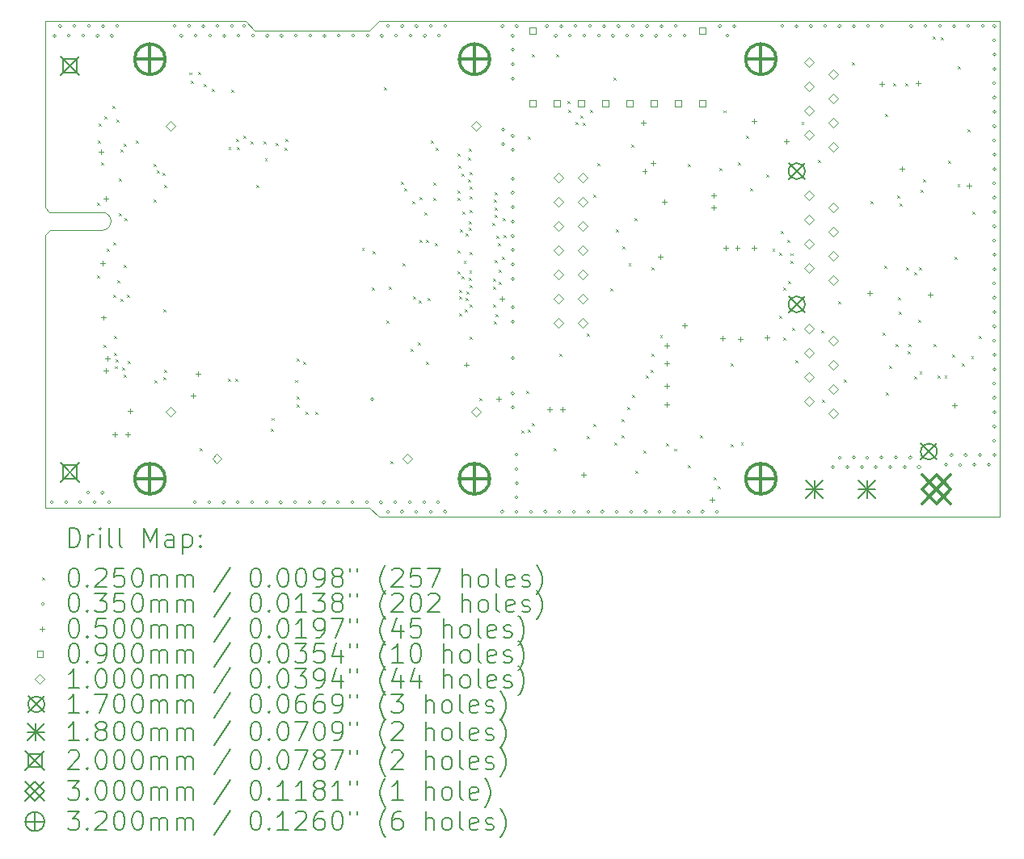
<source format=gbr>
%TF.GenerationSoftware,KiCad,Pcbnew,9.0.1-9.0.1-0~ubuntu24.04.1*%
%TF.CreationDate,2025-04-13T10:11:09+02:00*%
%TF.ProjectId,som-exp-carrier,736f6d2d-6578-4702-9d63-617272696572,v1.0*%
%TF.SameCoordinates,Original*%
%TF.FileFunction,Drillmap*%
%TF.FilePolarity,Positive*%
%FSLAX45Y45*%
G04 Gerber Fmt 4.5, Leading zero omitted, Abs format (unit mm)*
G04 Created by KiCad (PCBNEW 9.0.1-9.0.1-0~ubuntu24.04.1) date 2025-04-13 10:11:09*
%MOMM*%
%LPD*%
G01*
G04 APERTURE LIST*
%ADD10C,0.100000*%
%ADD11C,0.200000*%
%ADD12C,0.170000*%
%ADD13C,0.180000*%
%ADD14C,0.300000*%
%ADD15C,0.320000*%
G04 APERTURE END LIST*
D10*
X4642597Y-6278403D02*
X4642597Y-4323403D01*
X6742597Y-4323403D02*
X4642597Y-4323403D01*
X14642597Y-9523403D02*
X8142597Y-9523403D01*
X8042597Y-4423403D02*
X6842597Y-4423403D01*
X4692597Y-6328403D02*
X4642597Y-6278403D01*
X8142597Y-4323403D02*
X14642597Y-4323403D01*
X4643597Y-6568403D02*
X4693597Y-6518403D01*
X4643597Y-9423403D02*
X8042597Y-9423403D01*
X4693597Y-6518403D02*
X5240597Y-6518403D01*
X8042597Y-4423403D02*
X8142597Y-4323403D01*
X5240597Y-6328403D02*
X4692597Y-6328403D01*
X14642597Y-4323403D02*
X14642597Y-9523403D01*
X6842597Y-4423403D02*
X6742597Y-4323403D01*
X5240597Y-6328403D02*
G75*
G02*
X5240597Y-6518397I3J-94997D01*
G01*
X8042597Y-9423403D02*
X8142597Y-9523403D01*
X4643597Y-9423403D02*
X4643597Y-6568403D01*
D11*
D10*
X5185243Y-6230298D02*
X5210243Y-6255298D01*
X5210243Y-6230298D02*
X5185243Y-6255298D01*
X5187800Y-6987315D02*
X5212800Y-7012315D01*
X5212800Y-6987315D02*
X5187800Y-7012315D01*
X5194801Y-5575103D02*
X5219801Y-5600103D01*
X5219801Y-5575103D02*
X5194801Y-5600103D01*
X5202097Y-5394903D02*
X5227097Y-5419903D01*
X5227097Y-5394903D02*
X5202097Y-5419903D01*
X5234097Y-5800903D02*
X5259097Y-5825903D01*
X5259097Y-5800903D02*
X5234097Y-5825903D01*
X5255252Y-7717103D02*
X5280252Y-7742103D01*
X5280252Y-7717103D02*
X5255252Y-7742103D01*
X5263097Y-5318508D02*
X5288097Y-5343508D01*
X5288097Y-5318508D02*
X5263097Y-5343508D01*
X5287624Y-6711430D02*
X5312624Y-6736430D01*
X5312624Y-6711430D02*
X5287624Y-6736430D01*
X5352097Y-5212903D02*
X5377097Y-5237903D01*
X5377097Y-5212903D02*
X5352097Y-5237903D01*
X5357124Y-6641931D02*
X5382124Y-6666931D01*
X5382124Y-6641931D02*
X5357124Y-6666931D01*
X5357914Y-7189508D02*
X5382914Y-7214508D01*
X5382914Y-7189508D02*
X5357914Y-7214508D01*
X5362247Y-7626019D02*
X5387247Y-7651019D01*
X5387247Y-7626019D02*
X5362247Y-7651019D01*
X5366097Y-7800903D02*
X5391097Y-7825903D01*
X5391097Y-7800903D02*
X5366097Y-7825903D01*
X5375097Y-7941903D02*
X5400097Y-7966903D01*
X5400097Y-7941903D02*
X5375097Y-7966903D01*
X5385597Y-7868132D02*
X5410597Y-7893132D01*
X5410597Y-7868132D02*
X5385597Y-7893132D01*
X5394097Y-5358903D02*
X5419097Y-5383903D01*
X5419097Y-5358903D02*
X5394097Y-5383903D01*
X5397097Y-7037903D02*
X5422097Y-7062903D01*
X5422097Y-7037903D02*
X5397097Y-7062903D01*
X5418097Y-5969903D02*
X5443097Y-5994903D01*
X5443097Y-5969903D02*
X5418097Y-5994903D01*
X5418097Y-6337903D02*
X5443097Y-6362903D01*
X5443097Y-6337903D02*
X5418097Y-6362903D01*
X5430492Y-7231298D02*
X5455492Y-7256298D01*
X5455492Y-7231298D02*
X5430492Y-7256298D01*
X5431702Y-5672398D02*
X5456702Y-5697398D01*
X5456702Y-5672398D02*
X5431702Y-5697398D01*
X5449097Y-7954903D02*
X5474097Y-7979903D01*
X5474097Y-7954903D02*
X5449097Y-7979903D01*
X5464049Y-8032298D02*
X5489049Y-8057298D01*
X5489049Y-8032298D02*
X5464049Y-8057298D01*
X5467097Y-5608903D02*
X5492097Y-5633903D01*
X5492097Y-5608903D02*
X5467097Y-5633903D01*
X5469097Y-6878903D02*
X5494097Y-6903903D01*
X5494097Y-6878903D02*
X5469097Y-6903903D01*
X5476178Y-6389867D02*
X5501178Y-6414867D01*
X5501178Y-6389867D02*
X5476178Y-6414867D01*
X5502702Y-7194640D02*
X5527702Y-7219640D01*
X5527702Y-7194640D02*
X5502702Y-7219640D01*
X5506521Y-7884328D02*
X5531521Y-7909328D01*
X5531521Y-7884328D02*
X5506521Y-7909328D01*
X5595097Y-5576903D02*
X5620097Y-5601903D01*
X5620097Y-5576903D02*
X5595097Y-5601903D01*
X5777072Y-6195510D02*
X5802072Y-6220510D01*
X5802072Y-6195510D02*
X5777072Y-6220510D01*
X5784130Y-5823403D02*
X5809130Y-5848403D01*
X5809130Y-5823403D02*
X5784130Y-5848403D01*
X5788097Y-8091903D02*
X5813097Y-8116903D01*
X5813097Y-8091903D02*
X5788097Y-8116903D01*
X5811122Y-5888011D02*
X5836122Y-5913011D01*
X5836122Y-5888011D02*
X5811122Y-5913011D01*
X5876546Y-5917903D02*
X5901546Y-5942903D01*
X5901546Y-5917903D02*
X5876546Y-5942903D01*
X5884097Y-7347903D02*
X5909097Y-7372903D01*
X5909097Y-7347903D02*
X5884097Y-7372903D01*
X5885600Y-8056621D02*
X5910600Y-8081621D01*
X5910600Y-8056621D02*
X5885600Y-8081621D01*
X5891097Y-7977903D02*
X5916097Y-8002903D01*
X5916097Y-7977903D02*
X5891097Y-8002903D01*
X5891702Y-6042903D02*
X5916702Y-6067903D01*
X5916702Y-6042903D02*
X5891702Y-6067903D01*
X6154097Y-4859903D02*
X6179097Y-4884903D01*
X6179097Y-4859903D02*
X6154097Y-4884903D01*
X6170097Y-4951903D02*
X6195097Y-4976903D01*
X6195097Y-4951903D02*
X6170097Y-4976903D01*
X6249097Y-4852603D02*
X6274097Y-4877603D01*
X6274097Y-4852603D02*
X6249097Y-4877603D01*
X6264097Y-8797603D02*
X6289097Y-8822603D01*
X6289097Y-8797603D02*
X6264097Y-8822603D01*
X6307097Y-4984903D02*
X6332097Y-5009903D01*
X6332097Y-4984903D02*
X6307097Y-5009903D01*
X6392097Y-5035903D02*
X6417097Y-5060903D01*
X6417097Y-5035903D02*
X6392097Y-5060903D01*
X6558097Y-8073903D02*
X6583097Y-8098903D01*
X6583097Y-8073903D02*
X6558097Y-8098903D01*
X6564097Y-5642903D02*
X6589097Y-5667903D01*
X6589097Y-5642903D02*
X6564097Y-5667903D01*
X6592097Y-5039903D02*
X6617097Y-5064903D01*
X6617097Y-5039903D02*
X6592097Y-5064903D01*
X6636097Y-8073903D02*
X6661097Y-8098903D01*
X6661097Y-8073903D02*
X6636097Y-8098903D01*
X6642097Y-5559903D02*
X6667097Y-5584903D01*
X6667097Y-5559903D02*
X6642097Y-5584903D01*
X6656097Y-5642903D02*
X6681097Y-5667903D01*
X6681097Y-5642903D02*
X6656097Y-5667903D01*
X6720097Y-5526903D02*
X6745097Y-5551903D01*
X6745097Y-5526903D02*
X6720097Y-5551903D01*
X6798097Y-5583903D02*
X6823097Y-5608903D01*
X6823097Y-5583903D02*
X6798097Y-5608903D01*
X6855097Y-6037903D02*
X6880097Y-6062903D01*
X6880097Y-6037903D02*
X6855097Y-6062903D01*
X6931761Y-5581568D02*
X6956761Y-5606567D01*
X6956761Y-5581568D02*
X6931761Y-5606567D01*
X6945097Y-5761903D02*
X6970097Y-5786903D01*
X6970097Y-5761903D02*
X6945097Y-5786903D01*
X7010097Y-8596903D02*
X7035097Y-8621903D01*
X7035097Y-8596903D02*
X7010097Y-8621903D01*
X7013097Y-8483903D02*
X7038097Y-8508903D01*
X7038097Y-8483903D02*
X7013097Y-8508903D01*
X7061097Y-5601903D02*
X7086097Y-5626903D01*
X7086097Y-5601903D02*
X7061097Y-5626903D01*
X7150097Y-5648903D02*
X7175097Y-5673903D01*
X7175097Y-5648903D02*
X7150097Y-5673903D01*
X7162097Y-5554903D02*
X7187097Y-5579903D01*
X7187097Y-5554903D02*
X7162097Y-5579903D01*
X7263097Y-8085903D02*
X7288097Y-8110903D01*
X7288097Y-8085903D02*
X7263097Y-8110903D01*
X7278097Y-8261903D02*
X7303097Y-8286903D01*
X7303097Y-8261903D02*
X7278097Y-8286903D01*
X7281791Y-8346597D02*
X7306791Y-8371597D01*
X7306791Y-8346597D02*
X7281791Y-8371597D01*
X7283097Y-7857903D02*
X7308097Y-7882903D01*
X7308097Y-7857903D02*
X7283097Y-7882903D01*
X7345097Y-7892903D02*
X7370097Y-7917903D01*
X7370097Y-7892903D02*
X7345097Y-7917903D01*
X7371097Y-8422903D02*
X7396097Y-8447903D01*
X7396097Y-8422903D02*
X7371097Y-8447903D01*
X7475097Y-8421903D02*
X7500097Y-8446903D01*
X7500097Y-8421903D02*
X7475097Y-8446903D01*
X7961097Y-6697903D02*
X7986097Y-6722903D01*
X7986097Y-6697903D02*
X7961097Y-6722903D01*
X8070097Y-7112903D02*
X8095097Y-7137903D01*
X8095097Y-7112903D02*
X8070097Y-7137903D01*
X8076097Y-6735171D02*
X8101097Y-6760171D01*
X8101097Y-6735171D02*
X8076097Y-6760171D01*
X8194097Y-5019903D02*
X8219097Y-5044903D01*
X8219097Y-5019903D02*
X8194097Y-5044903D01*
X8216097Y-7460903D02*
X8241097Y-7485903D01*
X8241097Y-7460903D02*
X8216097Y-7485903D01*
X8243097Y-7109903D02*
X8268097Y-7134903D01*
X8268097Y-7109903D02*
X8243097Y-7134903D01*
X8258097Y-8937903D02*
X8283097Y-8962903D01*
X8283097Y-8937903D02*
X8258097Y-8962903D01*
X8371097Y-6008903D02*
X8396097Y-6033903D01*
X8396097Y-6008903D02*
X8371097Y-6033903D01*
X8389097Y-6865298D02*
X8414097Y-6890298D01*
X8414097Y-6865298D02*
X8389097Y-6890298D01*
X8404097Y-6074903D02*
X8429097Y-6099903D01*
X8429097Y-6074903D02*
X8404097Y-6099903D01*
X8477097Y-7761903D02*
X8502097Y-7786903D01*
X8502097Y-7761903D02*
X8477097Y-7786903D01*
X8492097Y-6212903D02*
X8517097Y-6237903D01*
X8517097Y-6212903D02*
X8492097Y-6237903D01*
X8499097Y-7210903D02*
X8524097Y-7235903D01*
X8524097Y-7210903D02*
X8499097Y-7235903D01*
X8545601Y-7695944D02*
X8570601Y-7720944D01*
X8570601Y-7695944D02*
X8545601Y-7720944D01*
X8555097Y-7254298D02*
X8580097Y-7279298D01*
X8580097Y-7254298D02*
X8555097Y-7279298D01*
X8564148Y-6614587D02*
X8589148Y-6639587D01*
X8589148Y-6614587D02*
X8564148Y-6639587D01*
X8567097Y-6164403D02*
X8592097Y-6189403D01*
X8592097Y-6164403D02*
X8567097Y-6189403D01*
X8613597Y-6331713D02*
X8638597Y-6356713D01*
X8638597Y-6331713D02*
X8613597Y-6356713D01*
X8632097Y-7897903D02*
X8657097Y-7922903D01*
X8657097Y-7897903D02*
X8632097Y-7922903D01*
X8634097Y-6616903D02*
X8659097Y-6641903D01*
X8659097Y-6616903D02*
X8634097Y-6641903D01*
X8650727Y-7229118D02*
X8675727Y-7254118D01*
X8675727Y-7229118D02*
X8650727Y-7254118D01*
X8685097Y-5574903D02*
X8710097Y-5599903D01*
X8710097Y-5574903D02*
X8685097Y-5599903D01*
X8711050Y-6175823D02*
X8736050Y-6200823D01*
X8736050Y-6175823D02*
X8711050Y-6200823D01*
X8714097Y-6011903D02*
X8739097Y-6036903D01*
X8739097Y-6011903D02*
X8714097Y-6036903D01*
X8730299Y-6649899D02*
X8755299Y-6674899D01*
X8755299Y-6649899D02*
X8730299Y-6674899D01*
X8734281Y-5651621D02*
X8759281Y-5676621D01*
X8759281Y-5651621D02*
X8734281Y-5676621D01*
X8963087Y-6946889D02*
X8988087Y-6971889D01*
X8988087Y-6946889D02*
X8963087Y-6971889D01*
X8965096Y-6173703D02*
X8990096Y-6198703D01*
X8990096Y-6173703D02*
X8965096Y-6198703D01*
X8967097Y-5706903D02*
X8992097Y-5731903D01*
X8992097Y-5706903D02*
X8967097Y-5731903D01*
X8967830Y-6101771D02*
X8992830Y-6126771D01*
X8992830Y-6101771D02*
X8967830Y-6126771D01*
X8968097Y-6725670D02*
X8993097Y-6750670D01*
X8993097Y-6725670D02*
X8968097Y-6750670D01*
X8969482Y-5840664D02*
X8994482Y-5865664D01*
X8994482Y-5840664D02*
X8969482Y-5865664D01*
X8978876Y-7140938D02*
X9003876Y-7165938D01*
X9003876Y-7140938D02*
X8978876Y-7165938D01*
X8981097Y-7210903D02*
X9006097Y-7235903D01*
X9006097Y-7210903D02*
X8981097Y-7235903D01*
X8983794Y-7386903D02*
X9008794Y-7411903D01*
X9008794Y-7386903D02*
X8983794Y-7411903D01*
X8993005Y-6504377D02*
X9018005Y-6529377D01*
X9018005Y-6504377D02*
X8993005Y-6529377D01*
X9010097Y-5919903D02*
X9035097Y-5944903D01*
X9035097Y-5919903D02*
X9010097Y-5944903D01*
X9010449Y-6999494D02*
X9035449Y-7024494D01*
X9035449Y-6999494D02*
X9010449Y-7024494D01*
X9015097Y-6321876D02*
X9040097Y-6346876D01*
X9040097Y-6321876D02*
X9015097Y-6346876D01*
X9027948Y-6834369D02*
X9052948Y-6859369D01*
X9052948Y-6834369D02*
X9027948Y-6859369D01*
X9040925Y-7346454D02*
X9065925Y-7371454D01*
X9065925Y-7346454D02*
X9040925Y-7371454D01*
X9046061Y-6550040D02*
X9071061Y-6575040D01*
X9071061Y-6550040D02*
X9046061Y-6575040D01*
X9050121Y-7228033D02*
X9075121Y-7253033D01*
X9075121Y-7228033D02*
X9050121Y-7253033D01*
X9054887Y-7154939D02*
X9079887Y-7179939D01*
X9079887Y-7154939D02*
X9054887Y-7179939D01*
X9077097Y-5755903D02*
X9102097Y-5780903D01*
X9102097Y-5755903D02*
X9077097Y-5780903D01*
X9078097Y-5981903D02*
X9103097Y-6006903D01*
X9103097Y-5981903D02*
X9078097Y-6006903D01*
X9079097Y-5661903D02*
X9104097Y-5686903D01*
X9104097Y-5661903D02*
X9079097Y-5686903D01*
X9084624Y-7015685D02*
X9109624Y-7040685D01*
X9109624Y-7015685D02*
X9084624Y-7040685D01*
X9085097Y-6489903D02*
X9110097Y-6514903D01*
X9110097Y-6489903D02*
X9085097Y-6514903D01*
X9085839Y-6418974D02*
X9110839Y-6443974D01*
X9110839Y-6418974D02*
X9085839Y-6443974D01*
X9087327Y-6939414D02*
X9112327Y-6964414D01*
X9112327Y-6939414D02*
X9087327Y-6964414D01*
X9088093Y-7292710D02*
X9113093Y-7317710D01*
X9113093Y-7292710D02*
X9088093Y-7317710D01*
X9092005Y-6303764D02*
X9117005Y-6328764D01*
X9117005Y-6303764D02*
X9092005Y-6328764D01*
X9092390Y-7091056D02*
X9117390Y-7116056D01*
X9117390Y-7091056D02*
X9092390Y-7116056D01*
X9093097Y-5902903D02*
X9118097Y-5927903D01*
X9118097Y-5902903D02*
X9093097Y-5927903D01*
X9095097Y-6741298D02*
X9120097Y-6766298D01*
X9120097Y-6741298D02*
X9095097Y-6766298D01*
X9095097Y-7631782D02*
X9120097Y-7656782D01*
X9120097Y-7631782D02*
X9095097Y-7656782D01*
X9095097Y-6158164D02*
X9120097Y-6183164D01*
X9120097Y-6158164D02*
X9095097Y-6183164D01*
X9095097Y-6058403D02*
X9120097Y-6083403D01*
X9120097Y-6058403D02*
X9095097Y-6083403D01*
X9195097Y-8272903D02*
X9220097Y-8297903D01*
X9220097Y-8272903D02*
X9195097Y-8297903D01*
X9325097Y-6435903D02*
X9350097Y-6460903D01*
X9350097Y-6435903D02*
X9325097Y-6460903D01*
X9337097Y-7103903D02*
X9362097Y-7128903D01*
X9362097Y-7103903D02*
X9337097Y-7128903D01*
X9338097Y-7019903D02*
X9363097Y-7044903D01*
X9363097Y-7019903D02*
X9338097Y-7044903D01*
X9340692Y-7291500D02*
X9365692Y-7316500D01*
X9365692Y-7291500D02*
X9340692Y-7316500D01*
X9344097Y-7468903D02*
X9369097Y-7493903D01*
X9369097Y-7468903D02*
X9344097Y-7493903D01*
X9344098Y-6191525D02*
X9369098Y-6216525D01*
X9369098Y-6191525D02*
X9344098Y-6216525D01*
X9350495Y-6825315D02*
X9375495Y-6850315D01*
X9375495Y-6825315D02*
X9350495Y-6850315D01*
X9353175Y-6118182D02*
X9378175Y-6143182D01*
X9378175Y-6118182D02*
X9353175Y-6143182D01*
X9357097Y-6274903D02*
X9382097Y-6299903D01*
X9382097Y-6274903D02*
X9357097Y-6299903D01*
X9357097Y-6354903D02*
X9382097Y-6379903D01*
X9382097Y-6354903D02*
X9357097Y-6379903D01*
X9362263Y-7395203D02*
X9387263Y-7420203D01*
X9387263Y-7395203D02*
X9362263Y-7420203D01*
X9370707Y-6571337D02*
X9395707Y-6596337D01*
X9395707Y-6571337D02*
X9370707Y-6596337D01*
X9384638Y-6646899D02*
X9409638Y-6671899D01*
X9409638Y-6646899D02*
X9384638Y-6671899D01*
X9395096Y-6928903D02*
X9420096Y-6953903D01*
X9420096Y-6928903D02*
X9395096Y-6953903D01*
X9396812Y-7058016D02*
X9421812Y-7083016D01*
X9421812Y-7058016D02*
X9396812Y-7083016D01*
X9430097Y-6792903D02*
X9455097Y-6817903D01*
X9455097Y-6792903D02*
X9430097Y-6817903D01*
X9435097Y-6390903D02*
X9460097Y-6415903D01*
X9460097Y-6390903D02*
X9435097Y-6415903D01*
X9445097Y-6566903D02*
X9470097Y-6591903D01*
X9470097Y-6566903D02*
X9445097Y-6591903D01*
X9629293Y-8613138D02*
X9654293Y-8638138D01*
X9654293Y-8613138D02*
X9629293Y-8638138D01*
X9685397Y-8201744D02*
X9710397Y-8226744D01*
X9710397Y-8201744D02*
X9685397Y-8226744D01*
X9699097Y-8607903D02*
X9724097Y-8632903D01*
X9724097Y-8607903D02*
X9699097Y-8632903D01*
X9701097Y-5533903D02*
X9726097Y-5558903D01*
X9726097Y-5533903D02*
X9701097Y-5558903D01*
X9740097Y-4671903D02*
X9765097Y-4696903D01*
X9765097Y-4671903D02*
X9740097Y-4696903D01*
X9743097Y-8540209D02*
X9768097Y-8565209D01*
X9768097Y-8540209D02*
X9743097Y-8565209D01*
X9972097Y-8803303D02*
X9997097Y-8828303D01*
X9997097Y-8803303D02*
X9972097Y-8828303D01*
X9994097Y-4668903D02*
X10019097Y-4693903D01*
X10019097Y-4668903D02*
X9994097Y-4693903D01*
X10032347Y-7812241D02*
X10057347Y-7837241D01*
X10057347Y-7812241D02*
X10032347Y-7837241D01*
X10119097Y-5161903D02*
X10144097Y-5186903D01*
X10144097Y-5161903D02*
X10119097Y-5186903D01*
X10122423Y-5254456D02*
X10147423Y-5279456D01*
X10147423Y-5254456D02*
X10122423Y-5279456D01*
X10203768Y-5378083D02*
X10228768Y-5403083D01*
X10228768Y-5378083D02*
X10203768Y-5403083D01*
X10254294Y-5315383D02*
X10279294Y-5340383D01*
X10279294Y-5315383D02*
X10254294Y-5340383D01*
X10275822Y-5387629D02*
X10300822Y-5412629D01*
X10300822Y-5387629D02*
X10275822Y-5412629D01*
X10317097Y-8676903D02*
X10342097Y-8701903D01*
X10342097Y-8676903D02*
X10317097Y-8701903D01*
X10319097Y-7602903D02*
X10344097Y-7627903D01*
X10344097Y-7602903D02*
X10319097Y-7627903D01*
X10355097Y-5253903D02*
X10380097Y-5278903D01*
X10380097Y-5253903D02*
X10355097Y-5278903D01*
X10385653Y-6139847D02*
X10410653Y-6164847D01*
X10410653Y-6139847D02*
X10385653Y-6164847D01*
X10389797Y-8549603D02*
X10414797Y-8574603D01*
X10414797Y-8549603D02*
X10389797Y-8574603D01*
X10426097Y-5815903D02*
X10451097Y-5840903D01*
X10451097Y-5815903D02*
X10426097Y-5840903D01*
X10562097Y-7120903D02*
X10587097Y-7145903D01*
X10587097Y-7120903D02*
X10562097Y-7145903D01*
X10601097Y-4913903D02*
X10626097Y-4938903D01*
X10626097Y-4913903D02*
X10601097Y-4938903D01*
X10606097Y-8745903D02*
X10631097Y-8770903D01*
X10631097Y-8745903D02*
X10606097Y-8770903D01*
X10621097Y-6508903D02*
X10646097Y-6533903D01*
X10646097Y-6508903D02*
X10621097Y-6533903D01*
X10679097Y-8665903D02*
X10704097Y-8690903D01*
X10704097Y-8665903D02*
X10679097Y-8690903D01*
X10681097Y-8493603D02*
X10706097Y-8518603D01*
X10706097Y-8493603D02*
X10681097Y-8518603D01*
X10692097Y-6681903D02*
X10717097Y-6706903D01*
X10717097Y-6681903D02*
X10692097Y-6706903D01*
X10742097Y-8371903D02*
X10767097Y-8396903D01*
X10767097Y-8371903D02*
X10742097Y-8396903D01*
X10755097Y-6865903D02*
X10780097Y-6890903D01*
X10780097Y-6865903D02*
X10755097Y-6890903D01*
X10782097Y-5618903D02*
X10807097Y-5643903D01*
X10807097Y-5618903D02*
X10782097Y-5643903D01*
X10792097Y-8242903D02*
X10817097Y-8267903D01*
X10817097Y-8242903D02*
X10792097Y-8267903D01*
X10819097Y-6384903D02*
X10844097Y-6409903D01*
X10844097Y-6384903D02*
X10819097Y-6409903D01*
X10826097Y-9036903D02*
X10851097Y-9061903D01*
X10851097Y-9036903D02*
X10826097Y-9061903D01*
X10915597Y-8824403D02*
X10940597Y-8849403D01*
X10940597Y-8824403D02*
X10915597Y-8849403D01*
X10940097Y-8041903D02*
X10965097Y-8066903D01*
X10965097Y-8041903D02*
X10940097Y-8066903D01*
X10985097Y-7978903D02*
X11010097Y-8003903D01*
X11010097Y-7978903D02*
X10985097Y-8003903D01*
X10995397Y-7809903D02*
X11020397Y-7834903D01*
X11020397Y-7809903D02*
X10995397Y-7834903D01*
X10999097Y-6906903D02*
X11024097Y-6931903D01*
X11024097Y-6906903D02*
X10999097Y-6931903D01*
X11085097Y-7611903D02*
X11110097Y-7636903D01*
X11110097Y-7611903D02*
X11085097Y-7636903D01*
X11150097Y-8754303D02*
X11175097Y-8779303D01*
X11175097Y-8754303D02*
X11150097Y-8779303D01*
X11229432Y-8805568D02*
X11254432Y-8830568D01*
X11254432Y-8805568D02*
X11229432Y-8830568D01*
X11378097Y-8977903D02*
X11403097Y-9002903D01*
X11403097Y-8977903D02*
X11378097Y-9002903D01*
X11381097Y-5818903D02*
X11406097Y-5843903D01*
X11406097Y-5818903D02*
X11381097Y-5843903D01*
X11508097Y-8664903D02*
X11533097Y-8689903D01*
X11533097Y-8664903D02*
X11508097Y-8689903D01*
X11645097Y-9106903D02*
X11670097Y-9131903D01*
X11670097Y-9106903D02*
X11645097Y-9131903D01*
X11687097Y-9199903D02*
X11712097Y-9224903D01*
X11712097Y-9199903D02*
X11687097Y-9224903D01*
X11711597Y-5864403D02*
X11736597Y-5889403D01*
X11736597Y-5864403D02*
X11711597Y-5889403D01*
X11750097Y-5257903D02*
X11775097Y-5282903D01*
X11775097Y-5257903D02*
X11750097Y-5282903D01*
X11824097Y-7915903D02*
X11849097Y-7940903D01*
X11849097Y-7915903D02*
X11824097Y-7940903D01*
X11830097Y-8755903D02*
X11855097Y-8780903D01*
X11855097Y-8755903D02*
X11830097Y-8780903D01*
X11900112Y-5800958D02*
X11925112Y-5825958D01*
X11925112Y-5800958D02*
X11900112Y-5825958D01*
X11932097Y-8740903D02*
X11957097Y-8765903D01*
X11957097Y-8740903D02*
X11932097Y-8765903D01*
X11985097Y-5527903D02*
X12010097Y-5552903D01*
X12010097Y-5527903D02*
X11985097Y-5552903D01*
X12031097Y-6072903D02*
X12056097Y-6097903D01*
X12056097Y-6072903D02*
X12031097Y-6097903D01*
X12196097Y-5929903D02*
X12221097Y-5954903D01*
X12221097Y-5929903D02*
X12196097Y-5954903D01*
X12262097Y-6709903D02*
X12287097Y-6734903D01*
X12287097Y-6709903D02*
X12262097Y-6734903D01*
X12333097Y-6750903D02*
X12358097Y-6775903D01*
X12358097Y-6750903D02*
X12333097Y-6775903D01*
X12333097Y-7411903D02*
X12358097Y-7436903D01*
X12358097Y-7411903D02*
X12333097Y-7436903D01*
X12351097Y-6521903D02*
X12376097Y-6546903D01*
X12376097Y-6521903D02*
X12351097Y-6546903D01*
X12373097Y-7115903D02*
X12398097Y-7140903D01*
X12398097Y-7115903D02*
X12373097Y-7140903D01*
X12380097Y-7644903D02*
X12405097Y-7669903D01*
X12405097Y-7644903D02*
X12380097Y-7669903D01*
X12422097Y-6616903D02*
X12447097Y-6641903D01*
X12447097Y-6616903D02*
X12422097Y-6641903D01*
X12428097Y-7045903D02*
X12453097Y-7070903D01*
X12453097Y-7045903D02*
X12428097Y-7070903D01*
X12449101Y-6756626D02*
X12474101Y-6781626D01*
X12474101Y-6756626D02*
X12449101Y-6781626D01*
X12452201Y-6836768D02*
X12477201Y-6861768D01*
X12477201Y-6836768D02*
X12452201Y-6861768D01*
X12469097Y-7535902D02*
X12494097Y-7560902D01*
X12494097Y-7535902D02*
X12469097Y-7560902D01*
X12501097Y-7877903D02*
X12526097Y-7902903D01*
X12526097Y-7877903D02*
X12501097Y-7902903D01*
X12567097Y-5376903D02*
X12592097Y-5401903D01*
X12592097Y-5376903D02*
X12567097Y-5401903D01*
X12737097Y-5774903D02*
X12762097Y-5799903D01*
X12762097Y-5774903D02*
X12737097Y-5799903D01*
X12774097Y-7564903D02*
X12799097Y-7589903D01*
X12799097Y-7564903D02*
X12774097Y-7589903D01*
X12785097Y-8294903D02*
X12810097Y-8319903D01*
X12810097Y-8294903D02*
X12785097Y-8319903D01*
X12953097Y-7258903D02*
X12978097Y-7283903D01*
X12978097Y-7258903D02*
X12953097Y-7283903D01*
X13010097Y-8082903D02*
X13035097Y-8107903D01*
X13035097Y-8082903D02*
X13010097Y-8107903D01*
X13092097Y-4750903D02*
X13117097Y-4775903D01*
X13117097Y-4750903D02*
X13092097Y-4775903D01*
X13287097Y-6210103D02*
X13312097Y-6235103D01*
X13312097Y-6210103D02*
X13287097Y-6235103D01*
X13416261Y-7588739D02*
X13441261Y-7613739D01*
X13441261Y-7588739D02*
X13416261Y-7613739D01*
X13432111Y-6890282D02*
X13457111Y-6915282D01*
X13457111Y-6890282D02*
X13432111Y-6915282D01*
X13440097Y-5295903D02*
X13465097Y-5320903D01*
X13465097Y-5295903D02*
X13440097Y-5320903D01*
X13452097Y-8220903D02*
X13477097Y-8245903D01*
X13477097Y-8220903D02*
X13452097Y-8245903D01*
X13487097Y-7938903D02*
X13512097Y-7963903D01*
X13512097Y-7938903D02*
X13487097Y-7963903D01*
X13526097Y-4975003D02*
X13551097Y-5000003D01*
X13551097Y-4975003D02*
X13526097Y-5000003D01*
X13550097Y-7710903D02*
X13575097Y-7735903D01*
X13575097Y-7710903D02*
X13550097Y-7735903D01*
X13571893Y-6152138D02*
X13596893Y-6177138D01*
X13596893Y-6152138D02*
X13571893Y-6177138D01*
X13581297Y-7214103D02*
X13606297Y-7239103D01*
X13606297Y-7214103D02*
X13581297Y-7239103D01*
X13591097Y-7373903D02*
X13616097Y-7398903D01*
X13616097Y-7373903D02*
X13591097Y-7398903D01*
X13595097Y-6236903D02*
X13620097Y-6261903D01*
X13620097Y-6236903D02*
X13595097Y-6261903D01*
X13653597Y-4974903D02*
X13678597Y-4999903D01*
X13678597Y-4974903D02*
X13653597Y-4999903D01*
X13666097Y-6907903D02*
X13691097Y-6932903D01*
X13691097Y-6907903D02*
X13666097Y-6932903D01*
X13682185Y-7786144D02*
X13707185Y-7811144D01*
X13707185Y-7786144D02*
X13682185Y-7811144D01*
X13691659Y-7712465D02*
X13716659Y-7737465D01*
X13716659Y-7712465D02*
X13691659Y-7737465D01*
X13748811Y-6957917D02*
X13773811Y-6982917D01*
X13773811Y-6957917D02*
X13748811Y-6982917D01*
X13748850Y-8050772D02*
X13773850Y-8075772D01*
X13773850Y-8050772D02*
X13748850Y-8075772D01*
X13788097Y-7452903D02*
X13813097Y-7477903D01*
X13813097Y-7452903D02*
X13788097Y-7477903D01*
X13799097Y-6907603D02*
X13824097Y-6932603D01*
X13824097Y-6907603D02*
X13799097Y-6932603D01*
X13803097Y-7994903D02*
X13828097Y-8019903D01*
X13828097Y-7994903D02*
X13803097Y-8019903D01*
X13813097Y-6088903D02*
X13838097Y-6113903D01*
X13838097Y-6088903D02*
X13813097Y-6113903D01*
X13845097Y-5977903D02*
X13870097Y-6002903D01*
X13870097Y-5977903D02*
X13845097Y-6002903D01*
X13944097Y-4483903D02*
X13969097Y-4508903D01*
X13969097Y-4483903D02*
X13944097Y-4508903D01*
X13950097Y-7709903D02*
X13975097Y-7734903D01*
X13975097Y-7709903D02*
X13950097Y-7734903D01*
X13992797Y-8035903D02*
X14017797Y-8060903D01*
X14017797Y-8035903D02*
X13992797Y-8060903D01*
X14026097Y-4487903D02*
X14051097Y-4512903D01*
X14051097Y-4487903D02*
X14026097Y-4512903D01*
X14065397Y-8037903D02*
X14090397Y-8062903D01*
X14090397Y-8037903D02*
X14065397Y-8062903D01*
X14105097Y-5786903D02*
X14130097Y-5811903D01*
X14130097Y-5786903D02*
X14105097Y-5811903D01*
X14143097Y-7819903D02*
X14168097Y-7844903D01*
X14168097Y-7819903D02*
X14143097Y-7844903D01*
X14175097Y-6797903D02*
X14200097Y-6822903D01*
X14200097Y-6797903D02*
X14175097Y-6822903D01*
X14201097Y-6032903D02*
X14226097Y-6057903D01*
X14226097Y-6032903D02*
X14201097Y-6057903D01*
X14207097Y-4797278D02*
X14232097Y-4822278D01*
X14232097Y-4797278D02*
X14207097Y-4822278D01*
X14246097Y-7910903D02*
X14271097Y-7935903D01*
X14271097Y-7910903D02*
X14246097Y-7935903D01*
X14303097Y-5455903D02*
X14328097Y-5480903D01*
X14328097Y-5455903D02*
X14303097Y-5480903D01*
X14344797Y-7836903D02*
X14369797Y-7861903D01*
X14369797Y-7836903D02*
X14344797Y-7861903D01*
X14355097Y-6316903D02*
X14380097Y-6341903D01*
X14380097Y-6316903D02*
X14355097Y-6341903D01*
X14423097Y-7621903D02*
X14448097Y-7646903D01*
X14448097Y-7621903D02*
X14423097Y-7646903D01*
X4731097Y-9368403D02*
G75*
G02*
X4696097Y-9368403I-17500J0D01*
G01*
X4696097Y-9368403D02*
G75*
G02*
X4731097Y-9368403I17500J0D01*
G01*
X4761097Y-4475403D02*
G75*
G02*
X4726097Y-4475403I-17500J0D01*
G01*
X4726097Y-4475403D02*
G75*
G02*
X4761097Y-4475403I17500J0D01*
G01*
X4819097Y-4374403D02*
G75*
G02*
X4784097Y-4374403I-17500J0D01*
G01*
X4784097Y-4374403D02*
G75*
G02*
X4819097Y-4374403I17500J0D01*
G01*
X4881097Y-9368403D02*
G75*
G02*
X4846097Y-9368403I-17500J0D01*
G01*
X4846097Y-9368403D02*
G75*
G02*
X4881097Y-9368403I17500J0D01*
G01*
X4911097Y-4475403D02*
G75*
G02*
X4876097Y-4475403I-17500J0D01*
G01*
X4876097Y-4475403D02*
G75*
G02*
X4911097Y-4475403I17500J0D01*
G01*
X4969097Y-4374403D02*
G75*
G02*
X4934097Y-4374403I-17500J0D01*
G01*
X4934097Y-4374403D02*
G75*
G02*
X4969097Y-4374403I17500J0D01*
G01*
X5031097Y-9368403D02*
G75*
G02*
X4996097Y-9368403I-17500J0D01*
G01*
X4996097Y-9368403D02*
G75*
G02*
X5031097Y-9368403I17500J0D01*
G01*
X5061097Y-4475403D02*
G75*
G02*
X5026097Y-4475403I-17500J0D01*
G01*
X5026097Y-4475403D02*
G75*
G02*
X5061097Y-4475403I17500J0D01*
G01*
X5111097Y-9267403D02*
G75*
G02*
X5076097Y-9267403I-17500J0D01*
G01*
X5076097Y-9267403D02*
G75*
G02*
X5111097Y-9267403I17500J0D01*
G01*
X5119097Y-4374403D02*
G75*
G02*
X5084097Y-4374403I-17500J0D01*
G01*
X5084097Y-4374403D02*
G75*
G02*
X5119097Y-4374403I17500J0D01*
G01*
X5181097Y-9368403D02*
G75*
G02*
X5146097Y-9368403I-17500J0D01*
G01*
X5146097Y-9368403D02*
G75*
G02*
X5181097Y-9368403I17500J0D01*
G01*
X5211097Y-4475403D02*
G75*
G02*
X5176097Y-4475403I-17500J0D01*
G01*
X5176097Y-4475403D02*
G75*
G02*
X5211097Y-4475403I17500J0D01*
G01*
X5261097Y-9267403D02*
G75*
G02*
X5226097Y-9267403I-17500J0D01*
G01*
X5226097Y-9267403D02*
G75*
G02*
X5261097Y-9267403I17500J0D01*
G01*
X5269097Y-4374403D02*
G75*
G02*
X5234097Y-4374403I-17500J0D01*
G01*
X5234097Y-4374403D02*
G75*
G02*
X5269097Y-4374403I17500J0D01*
G01*
X5331097Y-9368403D02*
G75*
G02*
X5296097Y-9368403I-17500J0D01*
G01*
X5296097Y-9368403D02*
G75*
G02*
X5331097Y-9368403I17500J0D01*
G01*
X5361097Y-4475403D02*
G75*
G02*
X5326097Y-4475403I-17500J0D01*
G01*
X5326097Y-4475403D02*
G75*
G02*
X5361097Y-4475403I17500J0D01*
G01*
X5419097Y-4374403D02*
G75*
G02*
X5384097Y-4374403I-17500J0D01*
G01*
X5384097Y-4374403D02*
G75*
G02*
X5419097Y-4374403I17500J0D01*
G01*
X6019097Y-4374403D02*
G75*
G02*
X5984097Y-4374403I-17500J0D01*
G01*
X5984097Y-4374403D02*
G75*
G02*
X6019097Y-4374403I17500J0D01*
G01*
X6089097Y-4475403D02*
G75*
G02*
X6054097Y-4475403I-17500J0D01*
G01*
X6054097Y-4475403D02*
G75*
G02*
X6089097Y-4475403I17500J0D01*
G01*
X6169097Y-4374403D02*
G75*
G02*
X6134097Y-4374403I-17500J0D01*
G01*
X6134097Y-4374403D02*
G75*
G02*
X6169097Y-4374403I17500J0D01*
G01*
X6231097Y-9368403D02*
G75*
G02*
X6196097Y-9368403I-17500J0D01*
G01*
X6196097Y-9368403D02*
G75*
G02*
X6231097Y-9368403I17500J0D01*
G01*
X6239097Y-4475403D02*
G75*
G02*
X6204097Y-4475403I-17500J0D01*
G01*
X6204097Y-4475403D02*
G75*
G02*
X6239097Y-4475403I17500J0D01*
G01*
X6319097Y-4374403D02*
G75*
G02*
X6284097Y-4374403I-17500J0D01*
G01*
X6284097Y-4374403D02*
G75*
G02*
X6319097Y-4374403I17500J0D01*
G01*
X6381097Y-9368403D02*
G75*
G02*
X6346097Y-9368403I-17500J0D01*
G01*
X6346097Y-9368403D02*
G75*
G02*
X6381097Y-9368403I17500J0D01*
G01*
X6389097Y-4475403D02*
G75*
G02*
X6354097Y-4475403I-17500J0D01*
G01*
X6354097Y-4475403D02*
G75*
G02*
X6389097Y-4475403I17500J0D01*
G01*
X6469097Y-4374403D02*
G75*
G02*
X6434097Y-4374403I-17500J0D01*
G01*
X6434097Y-4374403D02*
G75*
G02*
X6469097Y-4374403I17500J0D01*
G01*
X6531097Y-9368403D02*
G75*
G02*
X6496097Y-9368403I-17500J0D01*
G01*
X6496097Y-9368403D02*
G75*
G02*
X6531097Y-9368403I17500J0D01*
G01*
X6539097Y-4475403D02*
G75*
G02*
X6504097Y-4475403I-17500J0D01*
G01*
X6504097Y-4475403D02*
G75*
G02*
X6539097Y-4475403I17500J0D01*
G01*
X6619097Y-4374403D02*
G75*
G02*
X6584097Y-4374403I-17500J0D01*
G01*
X6584097Y-4374403D02*
G75*
G02*
X6619097Y-4374403I17500J0D01*
G01*
X6681097Y-9368403D02*
G75*
G02*
X6646097Y-9368403I-17500J0D01*
G01*
X6646097Y-9368403D02*
G75*
G02*
X6681097Y-9368403I17500J0D01*
G01*
X6689097Y-4475403D02*
G75*
G02*
X6654097Y-4475403I-17500J0D01*
G01*
X6654097Y-4475403D02*
G75*
G02*
X6689097Y-4475403I17500J0D01*
G01*
X6747097Y-4374403D02*
G75*
G02*
X6712097Y-4374403I-17500J0D01*
G01*
X6712097Y-4374403D02*
G75*
G02*
X6747097Y-4374403I17500J0D01*
G01*
X6831097Y-9368403D02*
G75*
G02*
X6796097Y-9368403I-17500J0D01*
G01*
X6796097Y-9368403D02*
G75*
G02*
X6831097Y-9368403I17500J0D01*
G01*
X6839097Y-4475403D02*
G75*
G02*
X6804097Y-4475403I-17500J0D01*
G01*
X6804097Y-4475403D02*
G75*
G02*
X6839097Y-4475403I17500J0D01*
G01*
X6981097Y-9368403D02*
G75*
G02*
X6946097Y-9368403I-17500J0D01*
G01*
X6946097Y-9368403D02*
G75*
G02*
X6981097Y-9368403I17500J0D01*
G01*
X6989097Y-4475403D02*
G75*
G02*
X6954097Y-4475403I-17500J0D01*
G01*
X6954097Y-4475403D02*
G75*
G02*
X6989097Y-4475403I17500J0D01*
G01*
X7131097Y-9368403D02*
G75*
G02*
X7096097Y-9368403I-17500J0D01*
G01*
X7096097Y-9368403D02*
G75*
G02*
X7131097Y-9368403I17500J0D01*
G01*
X7139097Y-4475403D02*
G75*
G02*
X7104097Y-4475403I-17500J0D01*
G01*
X7104097Y-4475403D02*
G75*
G02*
X7139097Y-4475403I17500J0D01*
G01*
X7281097Y-9368403D02*
G75*
G02*
X7246097Y-9368403I-17500J0D01*
G01*
X7246097Y-9368403D02*
G75*
G02*
X7281097Y-9368403I17500J0D01*
G01*
X7289097Y-4475403D02*
G75*
G02*
X7254097Y-4475403I-17500J0D01*
G01*
X7254097Y-4475403D02*
G75*
G02*
X7289097Y-4475403I17500J0D01*
G01*
X7431097Y-9368403D02*
G75*
G02*
X7396097Y-9368403I-17500J0D01*
G01*
X7396097Y-9368403D02*
G75*
G02*
X7431097Y-9368403I17500J0D01*
G01*
X7439097Y-4475403D02*
G75*
G02*
X7404097Y-4475403I-17500J0D01*
G01*
X7404097Y-4475403D02*
G75*
G02*
X7439097Y-4475403I17500J0D01*
G01*
X7581097Y-9368403D02*
G75*
G02*
X7546097Y-9368403I-17500J0D01*
G01*
X7546097Y-9368403D02*
G75*
G02*
X7581097Y-9368403I17500J0D01*
G01*
X7589097Y-4475403D02*
G75*
G02*
X7554097Y-4475403I-17500J0D01*
G01*
X7554097Y-4475403D02*
G75*
G02*
X7589097Y-4475403I17500J0D01*
G01*
X7731097Y-9368403D02*
G75*
G02*
X7696097Y-9368403I-17500J0D01*
G01*
X7696097Y-9368403D02*
G75*
G02*
X7731097Y-9368403I17500J0D01*
G01*
X7739097Y-4475403D02*
G75*
G02*
X7704097Y-4475403I-17500J0D01*
G01*
X7704097Y-4475403D02*
G75*
G02*
X7739097Y-4475403I17500J0D01*
G01*
X7881097Y-9368403D02*
G75*
G02*
X7846097Y-9368403I-17500J0D01*
G01*
X7846097Y-9368403D02*
G75*
G02*
X7881097Y-9368403I17500J0D01*
G01*
X7889097Y-4475403D02*
G75*
G02*
X7854097Y-4475403I-17500J0D01*
G01*
X7854097Y-4475403D02*
G75*
G02*
X7889097Y-4475403I17500J0D01*
G01*
X8031097Y-9368403D02*
G75*
G02*
X7996097Y-9368403I-17500J0D01*
G01*
X7996097Y-9368403D02*
G75*
G02*
X8031097Y-9368403I17500J0D01*
G01*
X8039097Y-4475403D02*
G75*
G02*
X8004097Y-4475403I-17500J0D01*
G01*
X8004097Y-4475403D02*
G75*
G02*
X8039097Y-4475403I17500J0D01*
G01*
X8089097Y-8288403D02*
G75*
G02*
X8054097Y-8288403I-17500J0D01*
G01*
X8054097Y-8288403D02*
G75*
G02*
X8089097Y-8288403I17500J0D01*
G01*
X8181097Y-9368403D02*
G75*
G02*
X8146097Y-9368403I-17500J0D01*
G01*
X8146097Y-9368403D02*
G75*
G02*
X8181097Y-9368403I17500J0D01*
G01*
X8189097Y-4475403D02*
G75*
G02*
X8154097Y-4475403I-17500J0D01*
G01*
X8154097Y-4475403D02*
G75*
G02*
X8189097Y-4475403I17500J0D01*
G01*
X8251097Y-9469403D02*
G75*
G02*
X8216097Y-9469403I-17500J0D01*
G01*
X8216097Y-9469403D02*
G75*
G02*
X8251097Y-9469403I17500J0D01*
G01*
X8253097Y-4374403D02*
G75*
G02*
X8218097Y-4374403I-17500J0D01*
G01*
X8218097Y-4374403D02*
G75*
G02*
X8253097Y-4374403I17500J0D01*
G01*
X8331097Y-9368403D02*
G75*
G02*
X8296097Y-9368403I-17500J0D01*
G01*
X8296097Y-9368403D02*
G75*
G02*
X8331097Y-9368403I17500J0D01*
G01*
X8339097Y-4475403D02*
G75*
G02*
X8304097Y-4475403I-17500J0D01*
G01*
X8304097Y-4475403D02*
G75*
G02*
X8339097Y-4475403I17500J0D01*
G01*
X8401097Y-9469403D02*
G75*
G02*
X8366097Y-9469403I-17500J0D01*
G01*
X8366097Y-9469403D02*
G75*
G02*
X8401097Y-9469403I17500J0D01*
G01*
X8403097Y-4374403D02*
G75*
G02*
X8368097Y-4374403I-17500J0D01*
G01*
X8368097Y-4374403D02*
G75*
G02*
X8403097Y-4374403I17500J0D01*
G01*
X8481097Y-9368403D02*
G75*
G02*
X8446097Y-9368403I-17500J0D01*
G01*
X8446097Y-9368403D02*
G75*
G02*
X8481097Y-9368403I17500J0D01*
G01*
X8489097Y-4475403D02*
G75*
G02*
X8454097Y-4475403I-17500J0D01*
G01*
X8454097Y-4475403D02*
G75*
G02*
X8489097Y-4475403I17500J0D01*
G01*
X8551097Y-9469403D02*
G75*
G02*
X8516097Y-9469403I-17500J0D01*
G01*
X8516097Y-9469403D02*
G75*
G02*
X8551097Y-9469403I17500J0D01*
G01*
X8553097Y-4374403D02*
G75*
G02*
X8518097Y-4374403I-17500J0D01*
G01*
X8518097Y-4374403D02*
G75*
G02*
X8553097Y-4374403I17500J0D01*
G01*
X8631097Y-9368403D02*
G75*
G02*
X8596097Y-9368403I-17500J0D01*
G01*
X8596097Y-9368403D02*
G75*
G02*
X8631097Y-9368403I17500J0D01*
G01*
X8639097Y-4475403D02*
G75*
G02*
X8604097Y-4475403I-17500J0D01*
G01*
X8604097Y-4475403D02*
G75*
G02*
X8639097Y-4475403I17500J0D01*
G01*
X8701097Y-9469403D02*
G75*
G02*
X8666097Y-9469403I-17500J0D01*
G01*
X8666097Y-9469403D02*
G75*
G02*
X8701097Y-9469403I17500J0D01*
G01*
X8703097Y-4374403D02*
G75*
G02*
X8668097Y-4374403I-17500J0D01*
G01*
X8668097Y-4374403D02*
G75*
G02*
X8703097Y-4374403I17500J0D01*
G01*
X8781097Y-9368403D02*
G75*
G02*
X8746097Y-9368403I-17500J0D01*
G01*
X8746097Y-9368403D02*
G75*
G02*
X8781097Y-9368403I17500J0D01*
G01*
X8789097Y-4475403D02*
G75*
G02*
X8754097Y-4475403I-17500J0D01*
G01*
X8754097Y-4475403D02*
G75*
G02*
X8789097Y-4475403I17500J0D01*
G01*
X8851097Y-9469403D02*
G75*
G02*
X8816097Y-9469403I-17500J0D01*
G01*
X8816097Y-9469403D02*
G75*
G02*
X8851097Y-9469403I17500J0D01*
G01*
X8853097Y-4374403D02*
G75*
G02*
X8818097Y-4374403I-17500J0D01*
G01*
X8818097Y-4374403D02*
G75*
G02*
X8853097Y-4374403I17500J0D01*
G01*
X9451097Y-9469403D02*
G75*
G02*
X9416097Y-9469403I-17500J0D01*
G01*
X9416097Y-9469403D02*
G75*
G02*
X9451097Y-9469403I17500J0D01*
G01*
X9453097Y-4374403D02*
G75*
G02*
X9418097Y-4374403I-17500J0D01*
G01*
X9418097Y-4374403D02*
G75*
G02*
X9453097Y-4374403I17500J0D01*
G01*
X9460097Y-5461403D02*
G75*
G02*
X9425097Y-5461403I-17500J0D01*
G01*
X9425097Y-5461403D02*
G75*
G02*
X9460097Y-5461403I17500J0D01*
G01*
X9460097Y-5611403D02*
G75*
G02*
X9425097Y-5611403I-17500J0D01*
G01*
X9425097Y-5611403D02*
G75*
G02*
X9460097Y-5611403I17500J0D01*
G01*
X9561097Y-4475403D02*
G75*
G02*
X9526097Y-4475403I-17500J0D01*
G01*
X9526097Y-4475403D02*
G75*
G02*
X9561097Y-4475403I17500J0D01*
G01*
X9561097Y-4625403D02*
G75*
G02*
X9526097Y-4625403I-17500J0D01*
G01*
X9526097Y-4625403D02*
G75*
G02*
X9561097Y-4625403I17500J0D01*
G01*
X9561097Y-4775403D02*
G75*
G02*
X9526097Y-4775403I-17500J0D01*
G01*
X9526097Y-4775403D02*
G75*
G02*
X9561097Y-4775403I17500J0D01*
G01*
X9561097Y-4925403D02*
G75*
G02*
X9526097Y-4925403I-17500J0D01*
G01*
X9526097Y-4925403D02*
G75*
G02*
X9561097Y-4925403I17500J0D01*
G01*
X9561097Y-5525403D02*
G75*
G02*
X9526097Y-5525403I-17500J0D01*
G01*
X9526097Y-5525403D02*
G75*
G02*
X9561097Y-5525403I17500J0D01*
G01*
X9561097Y-5675403D02*
G75*
G02*
X9526097Y-5675403I-17500J0D01*
G01*
X9526097Y-5675403D02*
G75*
G02*
X9561097Y-5675403I17500J0D01*
G01*
X9561097Y-5975403D02*
G75*
G02*
X9526097Y-5975403I-17500J0D01*
G01*
X9526097Y-5975403D02*
G75*
G02*
X9561097Y-5975403I17500J0D01*
G01*
X9561097Y-6125403D02*
G75*
G02*
X9526097Y-6125403I-17500J0D01*
G01*
X9526097Y-6125403D02*
G75*
G02*
X9561097Y-6125403I17500J0D01*
G01*
X9561097Y-6275403D02*
G75*
G02*
X9526097Y-6275403I-17500J0D01*
G01*
X9526097Y-6275403D02*
G75*
G02*
X9561097Y-6275403I17500J0D01*
G01*
X9561097Y-6425403D02*
G75*
G02*
X9526097Y-6425403I-17500J0D01*
G01*
X9526097Y-6425403D02*
G75*
G02*
X9561097Y-6425403I17500J0D01*
G01*
X9561097Y-6575403D02*
G75*
G02*
X9526097Y-6575403I-17500J0D01*
G01*
X9526097Y-6575403D02*
G75*
G02*
X9561097Y-6575403I17500J0D01*
G01*
X9561097Y-6725403D02*
G75*
G02*
X9526097Y-6725403I-17500J0D01*
G01*
X9526097Y-6725403D02*
G75*
G02*
X9561097Y-6725403I17500J0D01*
G01*
X9561097Y-6875403D02*
G75*
G02*
X9526097Y-6875403I-17500J0D01*
G01*
X9526097Y-6875403D02*
G75*
G02*
X9561097Y-6875403I17500J0D01*
G01*
X9561097Y-7025403D02*
G75*
G02*
X9526097Y-7025403I-17500J0D01*
G01*
X9526097Y-7025403D02*
G75*
G02*
X9561097Y-7025403I17500J0D01*
G01*
X9561097Y-7325403D02*
G75*
G02*
X9526097Y-7325403I-17500J0D01*
G01*
X9526097Y-7325403D02*
G75*
G02*
X9561097Y-7325403I17500J0D01*
G01*
X9561097Y-7475403D02*
G75*
G02*
X9526097Y-7475403I-17500J0D01*
G01*
X9526097Y-7475403D02*
G75*
G02*
X9561097Y-7475403I17500J0D01*
G01*
X9561097Y-8225403D02*
G75*
G02*
X9526097Y-8225403I-17500J0D01*
G01*
X9526097Y-8225403D02*
G75*
G02*
X9561097Y-8225403I17500J0D01*
G01*
X9561097Y-8375403D02*
G75*
G02*
X9526097Y-8375403I-17500J0D01*
G01*
X9526097Y-8375403D02*
G75*
G02*
X9561097Y-8375403I17500J0D01*
G01*
X9562097Y-7859403D02*
G75*
G02*
X9527097Y-7859403I-17500J0D01*
G01*
X9527097Y-7859403D02*
G75*
G02*
X9562097Y-7859403I17500J0D01*
G01*
X9601097Y-8869403D02*
G75*
G02*
X9566097Y-8869403I-17500J0D01*
G01*
X9566097Y-8869403D02*
G75*
G02*
X9601097Y-8869403I17500J0D01*
G01*
X9601097Y-9019403D02*
G75*
G02*
X9566097Y-9019403I-17500J0D01*
G01*
X9566097Y-9019403D02*
G75*
G02*
X9601097Y-9019403I17500J0D01*
G01*
X9601097Y-9169403D02*
G75*
G02*
X9566097Y-9169403I-17500J0D01*
G01*
X9566097Y-9169403D02*
G75*
G02*
X9601097Y-9169403I17500J0D01*
G01*
X9601097Y-9319403D02*
G75*
G02*
X9566097Y-9319403I-17500J0D01*
G01*
X9566097Y-9319403D02*
G75*
G02*
X9601097Y-9319403I17500J0D01*
G01*
X9601097Y-9469403D02*
G75*
G02*
X9566097Y-9469403I-17500J0D01*
G01*
X9566097Y-9469403D02*
G75*
G02*
X9601097Y-9469403I17500J0D01*
G01*
X9603097Y-4374403D02*
G75*
G02*
X9568097Y-4374403I-17500J0D01*
G01*
X9568097Y-4374403D02*
G75*
G02*
X9603097Y-4374403I17500J0D01*
G01*
X9751097Y-9469403D02*
G75*
G02*
X9716097Y-9469403I-17500J0D01*
G01*
X9716097Y-9469403D02*
G75*
G02*
X9751097Y-9469403I17500J0D01*
G01*
X9901097Y-9469403D02*
G75*
G02*
X9866097Y-9469403I-17500J0D01*
G01*
X9866097Y-9469403D02*
G75*
G02*
X9901097Y-9469403I17500J0D01*
G01*
X9919097Y-4374403D02*
G75*
G02*
X9884097Y-4374403I-17500J0D01*
G01*
X9884097Y-4374403D02*
G75*
G02*
X9919097Y-4374403I17500J0D01*
G01*
X10011097Y-4475403D02*
G75*
G02*
X9976097Y-4475403I-17500J0D01*
G01*
X9976097Y-4475403D02*
G75*
G02*
X10011097Y-4475403I17500J0D01*
G01*
X10051097Y-9469403D02*
G75*
G02*
X10016097Y-9469403I-17500J0D01*
G01*
X10016097Y-9469403D02*
G75*
G02*
X10051097Y-9469403I17500J0D01*
G01*
X10069097Y-4374403D02*
G75*
G02*
X10034097Y-4374403I-17500J0D01*
G01*
X10034097Y-4374403D02*
G75*
G02*
X10069097Y-4374403I17500J0D01*
G01*
X10161097Y-4475403D02*
G75*
G02*
X10126097Y-4475403I-17500J0D01*
G01*
X10126097Y-4475403D02*
G75*
G02*
X10161097Y-4475403I17500J0D01*
G01*
X10201097Y-9469403D02*
G75*
G02*
X10166097Y-9469403I-17500J0D01*
G01*
X10166097Y-9469403D02*
G75*
G02*
X10201097Y-9469403I17500J0D01*
G01*
X10219097Y-4374403D02*
G75*
G02*
X10184097Y-4374403I-17500J0D01*
G01*
X10184097Y-4374403D02*
G75*
G02*
X10219097Y-4374403I17500J0D01*
G01*
X10311097Y-4475403D02*
G75*
G02*
X10276097Y-4475403I-17500J0D01*
G01*
X10276097Y-4475403D02*
G75*
G02*
X10311097Y-4475403I17500J0D01*
G01*
X10351097Y-9469403D02*
G75*
G02*
X10316097Y-9469403I-17500J0D01*
G01*
X10316097Y-9469403D02*
G75*
G02*
X10351097Y-9469403I17500J0D01*
G01*
X10369097Y-4374403D02*
G75*
G02*
X10334097Y-4374403I-17500J0D01*
G01*
X10334097Y-4374403D02*
G75*
G02*
X10369097Y-4374403I17500J0D01*
G01*
X10461097Y-4475403D02*
G75*
G02*
X10426097Y-4475403I-17500J0D01*
G01*
X10426097Y-4475403D02*
G75*
G02*
X10461097Y-4475403I17500J0D01*
G01*
X10501097Y-9469403D02*
G75*
G02*
X10466097Y-9469403I-17500J0D01*
G01*
X10466097Y-9469403D02*
G75*
G02*
X10501097Y-9469403I17500J0D01*
G01*
X10519097Y-4374403D02*
G75*
G02*
X10484097Y-4374403I-17500J0D01*
G01*
X10484097Y-4374403D02*
G75*
G02*
X10519097Y-4374403I17500J0D01*
G01*
X10611097Y-4475403D02*
G75*
G02*
X10576097Y-4475403I-17500J0D01*
G01*
X10576097Y-4475403D02*
G75*
G02*
X10611097Y-4475403I17500J0D01*
G01*
X10651097Y-9469403D02*
G75*
G02*
X10616097Y-9469403I-17500J0D01*
G01*
X10616097Y-9469403D02*
G75*
G02*
X10651097Y-9469403I17500J0D01*
G01*
X10669097Y-4374403D02*
G75*
G02*
X10634097Y-4374403I-17500J0D01*
G01*
X10634097Y-4374403D02*
G75*
G02*
X10669097Y-4374403I17500J0D01*
G01*
X10761097Y-4475403D02*
G75*
G02*
X10726097Y-4475403I-17500J0D01*
G01*
X10726097Y-4475403D02*
G75*
G02*
X10761097Y-4475403I17500J0D01*
G01*
X10801097Y-9469403D02*
G75*
G02*
X10766097Y-9469403I-17500J0D01*
G01*
X10766097Y-9469403D02*
G75*
G02*
X10801097Y-9469403I17500J0D01*
G01*
X10819097Y-4374403D02*
G75*
G02*
X10784097Y-4374403I-17500J0D01*
G01*
X10784097Y-4374403D02*
G75*
G02*
X10819097Y-4374403I17500J0D01*
G01*
X10911097Y-4475403D02*
G75*
G02*
X10876097Y-4475403I-17500J0D01*
G01*
X10876097Y-4475403D02*
G75*
G02*
X10911097Y-4475403I17500J0D01*
G01*
X10951097Y-9469403D02*
G75*
G02*
X10916097Y-9469403I-17500J0D01*
G01*
X10916097Y-9469403D02*
G75*
G02*
X10951097Y-9469403I17500J0D01*
G01*
X10969097Y-4374403D02*
G75*
G02*
X10934097Y-4374403I-17500J0D01*
G01*
X10934097Y-4374403D02*
G75*
G02*
X10969097Y-4374403I17500J0D01*
G01*
X11061097Y-4475403D02*
G75*
G02*
X11026097Y-4475403I-17500J0D01*
G01*
X11026097Y-4475403D02*
G75*
G02*
X11061097Y-4475403I17500J0D01*
G01*
X11101097Y-9469403D02*
G75*
G02*
X11066097Y-9469403I-17500J0D01*
G01*
X11066097Y-9469403D02*
G75*
G02*
X11101097Y-9469403I17500J0D01*
G01*
X11119097Y-4374403D02*
G75*
G02*
X11084097Y-4374403I-17500J0D01*
G01*
X11084097Y-4374403D02*
G75*
G02*
X11119097Y-4374403I17500J0D01*
G01*
X11211097Y-4475403D02*
G75*
G02*
X11176097Y-4475403I-17500J0D01*
G01*
X11176097Y-4475403D02*
G75*
G02*
X11211097Y-4475403I17500J0D01*
G01*
X11251097Y-9469403D02*
G75*
G02*
X11216097Y-9469403I-17500J0D01*
G01*
X11216097Y-9469403D02*
G75*
G02*
X11251097Y-9469403I17500J0D01*
G01*
X11269097Y-4374403D02*
G75*
G02*
X11234097Y-4374403I-17500J0D01*
G01*
X11234097Y-4374403D02*
G75*
G02*
X11269097Y-4374403I17500J0D01*
G01*
X11361097Y-4475403D02*
G75*
G02*
X11326097Y-4475403I-17500J0D01*
G01*
X11326097Y-4475403D02*
G75*
G02*
X11361097Y-4475403I17500J0D01*
G01*
X11401097Y-9469403D02*
G75*
G02*
X11366097Y-9469403I-17500J0D01*
G01*
X11366097Y-9469403D02*
G75*
G02*
X11401097Y-9469403I17500J0D01*
G01*
X11551097Y-9469403D02*
G75*
G02*
X11516097Y-9469403I-17500J0D01*
G01*
X11516097Y-9469403D02*
G75*
G02*
X11551097Y-9469403I17500J0D01*
G01*
X11701097Y-9469403D02*
G75*
G02*
X11666097Y-9469403I-17500J0D01*
G01*
X11666097Y-9469403D02*
G75*
G02*
X11701097Y-9469403I17500J0D01*
G01*
X11731097Y-4374403D02*
G75*
G02*
X11696097Y-4374403I-17500J0D01*
G01*
X11696097Y-4374403D02*
G75*
G02*
X11731097Y-4374403I17500J0D01*
G01*
X11807097Y-4475403D02*
G75*
G02*
X11772097Y-4475403I-17500J0D01*
G01*
X11772097Y-4475403D02*
G75*
G02*
X11807097Y-4475403I17500J0D01*
G01*
X11881097Y-4374403D02*
G75*
G02*
X11846097Y-4374403I-17500J0D01*
G01*
X11846097Y-4374403D02*
G75*
G02*
X11881097Y-4374403I17500J0D01*
G01*
X12384097Y-4374403D02*
G75*
G02*
X12349097Y-4374403I-17500J0D01*
G01*
X12349097Y-4374403D02*
G75*
G02*
X12384097Y-4374403I17500J0D01*
G01*
X12534097Y-4374403D02*
G75*
G02*
X12499097Y-4374403I-17500J0D01*
G01*
X12499097Y-4374403D02*
G75*
G02*
X12534097Y-4374403I17500J0D01*
G01*
X12684097Y-4374403D02*
G75*
G02*
X12649097Y-4374403I-17500J0D01*
G01*
X12649097Y-4374403D02*
G75*
G02*
X12684097Y-4374403I17500J0D01*
G01*
X12834097Y-4374403D02*
G75*
G02*
X12799097Y-4374403I-17500J0D01*
G01*
X12799097Y-4374403D02*
G75*
G02*
X12834097Y-4374403I17500J0D01*
G01*
X12916097Y-9000403D02*
G75*
G02*
X12881097Y-9000403I-17500J0D01*
G01*
X12881097Y-9000403D02*
G75*
G02*
X12916097Y-9000403I17500J0D01*
G01*
X12984097Y-4374403D02*
G75*
G02*
X12949097Y-4374403I-17500J0D01*
G01*
X12949097Y-4374403D02*
G75*
G02*
X12984097Y-4374403I17500J0D01*
G01*
X12986097Y-8899403D02*
G75*
G02*
X12951097Y-8899403I-17500J0D01*
G01*
X12951097Y-8899403D02*
G75*
G02*
X12986097Y-8899403I17500J0D01*
G01*
X13066097Y-9000403D02*
G75*
G02*
X13031097Y-9000403I-17500J0D01*
G01*
X13031097Y-9000403D02*
G75*
G02*
X13066097Y-9000403I17500J0D01*
G01*
X13134097Y-4374403D02*
G75*
G02*
X13099097Y-4374403I-17500J0D01*
G01*
X13099097Y-4374403D02*
G75*
G02*
X13134097Y-4374403I17500J0D01*
G01*
X13136097Y-8899403D02*
G75*
G02*
X13101097Y-8899403I-17500J0D01*
G01*
X13101097Y-8899403D02*
G75*
G02*
X13136097Y-8899403I17500J0D01*
G01*
X13216097Y-9000403D02*
G75*
G02*
X13181097Y-9000403I-17500J0D01*
G01*
X13181097Y-9000403D02*
G75*
G02*
X13216097Y-9000403I17500J0D01*
G01*
X13274097Y-8899403D02*
G75*
G02*
X13239097Y-8899403I-17500J0D01*
G01*
X13239097Y-8899403D02*
G75*
G02*
X13274097Y-8899403I17500J0D01*
G01*
X13284097Y-4374403D02*
G75*
G02*
X13249097Y-4374403I-17500J0D01*
G01*
X13249097Y-4374403D02*
G75*
G02*
X13284097Y-4374403I17500J0D01*
G01*
X13366097Y-9000403D02*
G75*
G02*
X13331097Y-9000403I-17500J0D01*
G01*
X13331097Y-9000403D02*
G75*
G02*
X13366097Y-9000403I17500J0D01*
G01*
X13424097Y-8899403D02*
G75*
G02*
X13389097Y-8899403I-17500J0D01*
G01*
X13389097Y-8899403D02*
G75*
G02*
X13424097Y-8899403I17500J0D01*
G01*
X13428097Y-4374403D02*
G75*
G02*
X13393097Y-4374403I-17500J0D01*
G01*
X13393097Y-4374403D02*
G75*
G02*
X13428097Y-4374403I17500J0D01*
G01*
X13516097Y-9000403D02*
G75*
G02*
X13481097Y-9000403I-17500J0D01*
G01*
X13481097Y-9000403D02*
G75*
G02*
X13516097Y-9000403I17500J0D01*
G01*
X13574097Y-8899403D02*
G75*
G02*
X13539097Y-8899403I-17500J0D01*
G01*
X13539097Y-8899403D02*
G75*
G02*
X13574097Y-8899403I17500J0D01*
G01*
X13666097Y-9000403D02*
G75*
G02*
X13631097Y-9000403I-17500J0D01*
G01*
X13631097Y-9000403D02*
G75*
G02*
X13666097Y-9000403I17500J0D01*
G01*
X13724097Y-8899403D02*
G75*
G02*
X13689097Y-8899403I-17500J0D01*
G01*
X13689097Y-8899403D02*
G75*
G02*
X13724097Y-8899403I17500J0D01*
G01*
X13734097Y-4374403D02*
G75*
G02*
X13699097Y-4374403I-17500J0D01*
G01*
X13699097Y-4374403D02*
G75*
G02*
X13734097Y-4374403I17500J0D01*
G01*
X13816097Y-9000403D02*
G75*
G02*
X13781097Y-9000403I-17500J0D01*
G01*
X13781097Y-9000403D02*
G75*
G02*
X13816097Y-9000403I17500J0D01*
G01*
X13884097Y-4374403D02*
G75*
G02*
X13849097Y-4374403I-17500J0D01*
G01*
X13849097Y-4374403D02*
G75*
G02*
X13884097Y-4374403I17500J0D01*
G01*
X14034097Y-4374403D02*
G75*
G02*
X13999097Y-4374403I-17500J0D01*
G01*
X13999097Y-4374403D02*
G75*
G02*
X14034097Y-4374403I17500J0D01*
G01*
X14098097Y-8975403D02*
G75*
G02*
X14063097Y-8975403I-17500J0D01*
G01*
X14063097Y-8975403D02*
G75*
G02*
X14098097Y-8975403I17500J0D01*
G01*
X14156097Y-8874403D02*
G75*
G02*
X14121097Y-8874403I-17500J0D01*
G01*
X14121097Y-8874403D02*
G75*
G02*
X14156097Y-8874403I17500J0D01*
G01*
X14184097Y-4374403D02*
G75*
G02*
X14149097Y-4374403I-17500J0D01*
G01*
X14149097Y-4374403D02*
G75*
G02*
X14184097Y-4374403I17500J0D01*
G01*
X14248097Y-8975403D02*
G75*
G02*
X14213097Y-8975403I-17500J0D01*
G01*
X14213097Y-8975403D02*
G75*
G02*
X14248097Y-8975403I17500J0D01*
G01*
X14306097Y-8874403D02*
G75*
G02*
X14271097Y-8874403I-17500J0D01*
G01*
X14271097Y-8874403D02*
G75*
G02*
X14306097Y-8874403I17500J0D01*
G01*
X14334097Y-4374403D02*
G75*
G02*
X14299097Y-4374403I-17500J0D01*
G01*
X14299097Y-4374403D02*
G75*
G02*
X14334097Y-4374403I17500J0D01*
G01*
X14398097Y-8975403D02*
G75*
G02*
X14363097Y-8975403I-17500J0D01*
G01*
X14363097Y-8975403D02*
G75*
G02*
X14398097Y-8975403I17500J0D01*
G01*
X14456097Y-8874403D02*
G75*
G02*
X14421097Y-8874403I-17500J0D01*
G01*
X14421097Y-8874403D02*
G75*
G02*
X14456097Y-8874403I17500J0D01*
G01*
X14484097Y-4374403D02*
G75*
G02*
X14449097Y-4374403I-17500J0D01*
G01*
X14449097Y-4374403D02*
G75*
G02*
X14484097Y-4374403I17500J0D01*
G01*
X14548097Y-8975403D02*
G75*
G02*
X14513097Y-8975403I-17500J0D01*
G01*
X14513097Y-8975403D02*
G75*
G02*
X14548097Y-8975403I17500J0D01*
G01*
X14606097Y-4374403D02*
G75*
G02*
X14571097Y-4374403I-17500J0D01*
G01*
X14571097Y-4374403D02*
G75*
G02*
X14606097Y-4374403I17500J0D01*
G01*
X14606097Y-4524403D02*
G75*
G02*
X14571097Y-4524403I-17500J0D01*
G01*
X14571097Y-4524403D02*
G75*
G02*
X14606097Y-4524403I17500J0D01*
G01*
X14606097Y-4674403D02*
G75*
G02*
X14571097Y-4674403I-17500J0D01*
G01*
X14571097Y-4674403D02*
G75*
G02*
X14606097Y-4674403I17500J0D01*
G01*
X14606097Y-4824403D02*
G75*
G02*
X14571097Y-4824403I-17500J0D01*
G01*
X14571097Y-4824403D02*
G75*
G02*
X14606097Y-4824403I17500J0D01*
G01*
X14606097Y-4974403D02*
G75*
G02*
X14571097Y-4974403I-17500J0D01*
G01*
X14571097Y-4974403D02*
G75*
G02*
X14606097Y-4974403I17500J0D01*
G01*
X14606097Y-5124403D02*
G75*
G02*
X14571097Y-5124403I-17500J0D01*
G01*
X14571097Y-5124403D02*
G75*
G02*
X14606097Y-5124403I17500J0D01*
G01*
X14606097Y-5274403D02*
G75*
G02*
X14571097Y-5274403I-17500J0D01*
G01*
X14571097Y-5274403D02*
G75*
G02*
X14606097Y-5274403I17500J0D01*
G01*
X14606097Y-5424403D02*
G75*
G02*
X14571097Y-5424403I-17500J0D01*
G01*
X14571097Y-5424403D02*
G75*
G02*
X14606097Y-5424403I17500J0D01*
G01*
X14606097Y-5574403D02*
G75*
G02*
X14571097Y-5574403I-17500J0D01*
G01*
X14571097Y-5574403D02*
G75*
G02*
X14606097Y-5574403I17500J0D01*
G01*
X14606097Y-5724403D02*
G75*
G02*
X14571097Y-5724403I-17500J0D01*
G01*
X14571097Y-5724403D02*
G75*
G02*
X14606097Y-5724403I17500J0D01*
G01*
X14606097Y-5874403D02*
G75*
G02*
X14571097Y-5874403I-17500J0D01*
G01*
X14571097Y-5874403D02*
G75*
G02*
X14606097Y-5874403I17500J0D01*
G01*
X14606097Y-6024403D02*
G75*
G02*
X14571097Y-6024403I-17500J0D01*
G01*
X14571097Y-6024403D02*
G75*
G02*
X14606097Y-6024403I17500J0D01*
G01*
X14606097Y-6174403D02*
G75*
G02*
X14571097Y-6174403I-17500J0D01*
G01*
X14571097Y-6174403D02*
G75*
G02*
X14606097Y-6174403I17500J0D01*
G01*
X14606097Y-6324403D02*
G75*
G02*
X14571097Y-6324403I-17500J0D01*
G01*
X14571097Y-6324403D02*
G75*
G02*
X14606097Y-6324403I17500J0D01*
G01*
X14606097Y-6474403D02*
G75*
G02*
X14571097Y-6474403I-17500J0D01*
G01*
X14571097Y-6474403D02*
G75*
G02*
X14606097Y-6474403I17500J0D01*
G01*
X14606097Y-6624403D02*
G75*
G02*
X14571097Y-6624403I-17500J0D01*
G01*
X14571097Y-6624403D02*
G75*
G02*
X14606097Y-6624403I17500J0D01*
G01*
X14606097Y-6774403D02*
G75*
G02*
X14571097Y-6774403I-17500J0D01*
G01*
X14571097Y-6774403D02*
G75*
G02*
X14606097Y-6774403I17500J0D01*
G01*
X14606097Y-6924403D02*
G75*
G02*
X14571097Y-6924403I-17500J0D01*
G01*
X14571097Y-6924403D02*
G75*
G02*
X14606097Y-6924403I17500J0D01*
G01*
X14606097Y-7074403D02*
G75*
G02*
X14571097Y-7074403I-17500J0D01*
G01*
X14571097Y-7074403D02*
G75*
G02*
X14606097Y-7074403I17500J0D01*
G01*
X14606097Y-7224403D02*
G75*
G02*
X14571097Y-7224403I-17500J0D01*
G01*
X14571097Y-7224403D02*
G75*
G02*
X14606097Y-7224403I17500J0D01*
G01*
X14606097Y-7374403D02*
G75*
G02*
X14571097Y-7374403I-17500J0D01*
G01*
X14571097Y-7374403D02*
G75*
G02*
X14606097Y-7374403I17500J0D01*
G01*
X14606097Y-7524403D02*
G75*
G02*
X14571097Y-7524403I-17500J0D01*
G01*
X14571097Y-7524403D02*
G75*
G02*
X14606097Y-7524403I17500J0D01*
G01*
X14606097Y-7674403D02*
G75*
G02*
X14571097Y-7674403I-17500J0D01*
G01*
X14571097Y-7674403D02*
G75*
G02*
X14606097Y-7674403I17500J0D01*
G01*
X14606097Y-7824403D02*
G75*
G02*
X14571097Y-7824403I-17500J0D01*
G01*
X14571097Y-7824403D02*
G75*
G02*
X14606097Y-7824403I17500J0D01*
G01*
X14606097Y-7974403D02*
G75*
G02*
X14571097Y-7974403I-17500J0D01*
G01*
X14571097Y-7974403D02*
G75*
G02*
X14606097Y-7974403I17500J0D01*
G01*
X14606097Y-8124403D02*
G75*
G02*
X14571097Y-8124403I-17500J0D01*
G01*
X14571097Y-8124403D02*
G75*
G02*
X14606097Y-8124403I17500J0D01*
G01*
X14606097Y-8274403D02*
G75*
G02*
X14571097Y-8274403I-17500J0D01*
G01*
X14571097Y-8274403D02*
G75*
G02*
X14606097Y-8274403I17500J0D01*
G01*
X14606097Y-8424403D02*
G75*
G02*
X14571097Y-8424403I-17500J0D01*
G01*
X14571097Y-8424403D02*
G75*
G02*
X14606097Y-8424403I17500J0D01*
G01*
X14606097Y-8574403D02*
G75*
G02*
X14571097Y-8574403I-17500J0D01*
G01*
X14571097Y-8574403D02*
G75*
G02*
X14606097Y-8574403I17500J0D01*
G01*
X14606097Y-8724403D02*
G75*
G02*
X14571097Y-8724403I-17500J0D01*
G01*
X14571097Y-8724403D02*
G75*
G02*
X14606097Y-8724403I17500J0D01*
G01*
X14606097Y-8874403D02*
G75*
G02*
X14571097Y-8874403I-17500J0D01*
G01*
X14571097Y-8874403D02*
G75*
G02*
X14606097Y-8874403I17500J0D01*
G01*
X5232695Y-5664963D02*
X5232695Y-5714963D01*
X5207695Y-5689963D02*
X5257695Y-5689963D01*
X5249597Y-6837403D02*
X5249597Y-6887403D01*
X5224597Y-6862403D02*
X5274597Y-6862403D01*
X5259392Y-7408588D02*
X5259392Y-7458588D01*
X5234392Y-7433588D02*
X5284392Y-7433588D01*
X5279686Y-7960492D02*
X5279686Y-8010492D01*
X5254686Y-7985492D02*
X5304686Y-7985492D01*
X5280597Y-6158588D02*
X5280597Y-6208588D01*
X5255597Y-6183588D02*
X5305597Y-6183588D01*
X5295730Y-7835008D02*
X5295730Y-7885008D01*
X5270730Y-7860008D02*
X5320730Y-7860008D01*
X5374879Y-8628403D02*
X5374879Y-8678403D01*
X5349879Y-8653403D02*
X5399879Y-8653403D01*
X5513597Y-8628403D02*
X5513597Y-8678403D01*
X5488597Y-8653403D02*
X5538597Y-8653403D01*
X5537597Y-8390403D02*
X5537597Y-8440403D01*
X5512597Y-8415403D02*
X5562597Y-8415403D01*
X6193597Y-8229403D02*
X6193597Y-8279403D01*
X6168597Y-8254403D02*
X6218597Y-8254403D01*
X6247597Y-7994903D02*
X6247597Y-8044903D01*
X6222597Y-8019903D02*
X6272597Y-8019903D01*
X9060597Y-7899903D02*
X9060597Y-7949903D01*
X9035597Y-7924903D02*
X9085597Y-7924903D01*
X9393497Y-8262403D02*
X9393497Y-8312403D01*
X9368497Y-8287403D02*
X9418497Y-8287403D01*
X9432797Y-7210903D02*
X9432797Y-7260903D01*
X9407797Y-7235903D02*
X9457797Y-7235903D01*
X9930597Y-8368403D02*
X9930597Y-8418403D01*
X9905597Y-8393403D02*
X9955597Y-8393403D01*
X10068597Y-8369403D02*
X10068597Y-8419403D01*
X10043597Y-8394403D02*
X10093597Y-8394403D01*
X10285597Y-9055403D02*
X10285597Y-9105403D01*
X10260597Y-9080403D02*
X10310597Y-9080403D01*
X10913597Y-5364403D02*
X10913597Y-5414403D01*
X10888597Y-5389403D02*
X10938597Y-5389403D01*
X10924597Y-5870403D02*
X10924597Y-5920403D01*
X10899597Y-5895403D02*
X10949597Y-5895403D01*
X11009597Y-5785403D02*
X11009597Y-5835403D01*
X10984597Y-5810403D02*
X11034597Y-5810403D01*
X11091597Y-6766403D02*
X11091597Y-6816403D01*
X11066597Y-6791403D02*
X11116597Y-6791403D01*
X11131597Y-6195403D02*
X11131597Y-6245403D01*
X11106597Y-6220403D02*
X11156597Y-6220403D01*
X11155297Y-7704403D02*
X11155297Y-7754403D01*
X11130297Y-7729403D02*
X11180297Y-7729403D01*
X11155297Y-7889403D02*
X11155297Y-7939403D01*
X11130297Y-7914403D02*
X11180297Y-7914403D01*
X11155297Y-8127403D02*
X11155297Y-8177403D01*
X11130297Y-8152403D02*
X11180297Y-8152403D01*
X11158297Y-8318403D02*
X11158297Y-8368403D01*
X11133297Y-8343403D02*
X11183297Y-8343403D01*
X11340597Y-7488403D02*
X11340597Y-7538403D01*
X11315597Y-7513403D02*
X11365597Y-7513403D01*
X11630597Y-9317403D02*
X11630597Y-9367403D01*
X11605597Y-9342403D02*
X11655597Y-9342403D01*
X11647597Y-6128403D02*
X11647597Y-6178403D01*
X11622597Y-6153403D02*
X11672597Y-6153403D01*
X11647597Y-6253403D02*
X11647597Y-6303403D01*
X11622597Y-6278403D02*
X11672597Y-6278403D01*
X11738597Y-7628403D02*
X11738597Y-7678403D01*
X11713597Y-7653403D02*
X11763597Y-7653403D01*
X11775097Y-6673403D02*
X11775097Y-6723403D01*
X11750097Y-6698403D02*
X11800097Y-6698403D01*
X11897597Y-6673403D02*
X11897597Y-6723403D01*
X11872597Y-6698403D02*
X11922597Y-6698403D01*
X11928597Y-7631403D02*
X11928597Y-7681403D01*
X11903597Y-7656403D02*
X11953597Y-7656403D01*
X12069597Y-6674403D02*
X12069597Y-6724403D01*
X12044597Y-6699403D02*
X12094597Y-6699403D01*
X12072597Y-5347403D02*
X12072597Y-5397403D01*
X12047597Y-5372403D02*
X12097597Y-5372403D01*
X12203597Y-7619403D02*
X12203597Y-7669403D01*
X12178597Y-7644403D02*
X12228597Y-7644403D01*
X12406597Y-5556403D02*
X12406597Y-5606403D01*
X12381597Y-5581403D02*
X12431597Y-5581403D01*
X13281597Y-7153403D02*
X13281597Y-7203403D01*
X13256597Y-7178403D02*
X13306597Y-7178403D01*
X13407597Y-4955403D02*
X13407597Y-5005403D01*
X13382597Y-4980403D02*
X13432597Y-4980403D01*
X13620597Y-5845403D02*
X13620597Y-5895403D01*
X13595597Y-5870403D02*
X13645597Y-5870403D01*
X13792597Y-4952403D02*
X13792597Y-5002403D01*
X13767597Y-4977403D02*
X13817597Y-4977403D01*
X13913597Y-7170403D02*
X13913597Y-7220403D01*
X13888597Y-7195403D02*
X13938597Y-7195403D01*
X14171610Y-8327416D02*
X14171610Y-8377416D01*
X14146610Y-8352416D02*
X14196610Y-8352416D01*
X14323597Y-6021403D02*
X14323597Y-6071403D01*
X14298597Y-6046403D02*
X14348597Y-6046403D01*
X9783417Y-4454223D02*
X9783417Y-4390583D01*
X9719777Y-4390583D01*
X9719777Y-4454223D01*
X9783417Y-4454223D01*
X9783417Y-5216223D02*
X9783417Y-5152583D01*
X9719777Y-5152583D01*
X9719777Y-5216223D01*
X9783417Y-5216223D01*
X10037417Y-5216223D02*
X10037417Y-5152583D01*
X9973777Y-5152583D01*
X9973777Y-5216223D01*
X10037417Y-5216223D01*
X10291417Y-5216223D02*
X10291417Y-5152583D01*
X10227777Y-5152583D01*
X10227777Y-5216223D01*
X10291417Y-5216223D01*
X10545417Y-5216223D02*
X10545417Y-5152583D01*
X10481777Y-5152583D01*
X10481777Y-5216223D01*
X10545417Y-5216223D01*
X10799417Y-5216223D02*
X10799417Y-5152583D01*
X10735777Y-5152583D01*
X10735777Y-5216223D01*
X10799417Y-5216223D01*
X11053417Y-5216223D02*
X11053417Y-5152583D01*
X10989777Y-5152583D01*
X10989777Y-5216223D01*
X11053417Y-5216223D01*
X11307417Y-5216223D02*
X11307417Y-5152583D01*
X11243777Y-5152583D01*
X11243777Y-5216223D01*
X11307417Y-5216223D01*
X11561417Y-4454223D02*
X11561417Y-4390583D01*
X11497777Y-4390583D01*
X11497777Y-4454223D01*
X11561417Y-4454223D01*
X11561417Y-5216223D02*
X11561417Y-5152583D01*
X11497777Y-5152583D01*
X11497777Y-5216223D01*
X11561417Y-5216223D01*
X5957597Y-5475903D02*
X6007597Y-5425903D01*
X5957597Y-5375903D01*
X5907597Y-5425903D01*
X5957597Y-5475903D01*
X5957597Y-8470903D02*
X6007597Y-8420903D01*
X5957597Y-8370903D01*
X5907597Y-8420903D01*
X5957597Y-8470903D01*
X6445097Y-8958403D02*
X6495097Y-8908403D01*
X6445097Y-8858403D01*
X6395097Y-8908403D01*
X6445097Y-8958403D01*
X8440097Y-8958403D02*
X8490097Y-8908403D01*
X8440097Y-8858403D01*
X8390097Y-8908403D01*
X8440097Y-8958403D01*
X9157597Y-5475903D02*
X9207597Y-5425903D01*
X9157597Y-5375903D01*
X9107597Y-5425903D01*
X9157597Y-5475903D01*
X9157597Y-8470903D02*
X9207597Y-8420903D01*
X9157597Y-8370903D01*
X9107597Y-8420903D01*
X9157597Y-8470903D01*
X10020597Y-6011403D02*
X10070597Y-5961403D01*
X10020597Y-5911403D01*
X9970597Y-5961403D01*
X10020597Y-6011403D01*
X10020597Y-6265403D02*
X10070597Y-6215403D01*
X10020597Y-6165403D01*
X9970597Y-6215403D01*
X10020597Y-6265403D01*
X10020597Y-6519403D02*
X10070597Y-6469403D01*
X10020597Y-6419403D01*
X9970597Y-6469403D01*
X10020597Y-6519403D01*
X10020597Y-6773403D02*
X10070597Y-6723403D01*
X10020597Y-6673403D01*
X9970597Y-6723403D01*
X10020597Y-6773403D01*
X10020597Y-7027403D02*
X10070597Y-6977403D01*
X10020597Y-6927403D01*
X9970597Y-6977403D01*
X10020597Y-7027403D01*
X10020597Y-7281403D02*
X10070597Y-7231403D01*
X10020597Y-7181403D01*
X9970597Y-7231403D01*
X10020597Y-7281403D01*
X10020597Y-7535403D02*
X10070597Y-7485403D01*
X10020597Y-7435403D01*
X9970597Y-7485403D01*
X10020597Y-7535403D01*
X10274597Y-6011403D02*
X10324597Y-5961403D01*
X10274597Y-5911403D01*
X10224597Y-5961403D01*
X10274597Y-6011403D01*
X10274597Y-6265403D02*
X10324597Y-6215403D01*
X10274597Y-6165403D01*
X10224597Y-6215403D01*
X10274597Y-6265403D01*
X10274597Y-6519403D02*
X10324597Y-6469403D01*
X10274597Y-6419403D01*
X10224597Y-6469403D01*
X10274597Y-6519403D01*
X10274597Y-6773403D02*
X10324597Y-6723403D01*
X10274597Y-6673403D01*
X10224597Y-6723403D01*
X10274597Y-6773403D01*
X10274597Y-7027403D02*
X10324597Y-6977403D01*
X10274597Y-6927403D01*
X10224597Y-6977403D01*
X10274597Y-7027403D01*
X10274597Y-7281403D02*
X10324597Y-7231403D01*
X10274597Y-7181403D01*
X10224597Y-7231403D01*
X10274597Y-7281403D01*
X10274597Y-7535403D02*
X10324597Y-7485403D01*
X10274597Y-7435403D01*
X10224597Y-7485403D01*
X10274597Y-7535403D01*
X12645597Y-4803903D02*
X12695597Y-4753903D01*
X12645597Y-4703903D01*
X12595597Y-4753903D01*
X12645597Y-4803903D01*
X12645597Y-5057903D02*
X12695597Y-5007903D01*
X12645597Y-4957903D01*
X12595597Y-5007903D01*
X12645597Y-5057903D01*
X12645597Y-5311903D02*
X12695597Y-5261903D01*
X12645597Y-5211903D01*
X12595597Y-5261903D01*
X12645597Y-5311903D01*
X12645597Y-5565903D02*
X12695597Y-5515903D01*
X12645597Y-5465903D01*
X12595597Y-5515903D01*
X12645597Y-5565903D01*
X12645597Y-6200903D02*
X12695597Y-6150903D01*
X12645597Y-6100903D01*
X12595597Y-6150903D01*
X12645597Y-6200903D01*
X12645597Y-6454903D02*
X12695597Y-6404903D01*
X12645597Y-6354903D01*
X12595597Y-6404903D01*
X12645597Y-6454903D01*
X12645597Y-6708903D02*
X12695597Y-6658903D01*
X12645597Y-6608903D01*
X12595597Y-6658903D01*
X12645597Y-6708903D01*
X12645597Y-6962903D02*
X12695597Y-6912903D01*
X12645597Y-6862903D01*
X12595597Y-6912903D01*
X12645597Y-6962903D01*
X12645597Y-7597903D02*
X12695597Y-7547903D01*
X12645597Y-7497903D01*
X12595597Y-7547903D01*
X12645597Y-7597903D01*
X12645597Y-7851903D02*
X12695597Y-7801903D01*
X12645597Y-7751903D01*
X12595597Y-7801903D01*
X12645597Y-7851903D01*
X12645597Y-8105903D02*
X12695597Y-8055903D01*
X12645597Y-8005903D01*
X12595597Y-8055903D01*
X12645597Y-8105903D01*
X12645597Y-8359903D02*
X12695597Y-8309903D01*
X12645597Y-8259903D01*
X12595597Y-8309903D01*
X12645597Y-8359903D01*
X12899597Y-4930903D02*
X12949597Y-4880903D01*
X12899597Y-4830903D01*
X12849597Y-4880903D01*
X12899597Y-4930903D01*
X12899597Y-5184903D02*
X12949597Y-5134903D01*
X12899597Y-5084903D01*
X12849597Y-5134903D01*
X12899597Y-5184903D01*
X12899597Y-5438903D02*
X12949597Y-5388903D01*
X12899597Y-5338903D01*
X12849597Y-5388903D01*
X12899597Y-5438903D01*
X12899597Y-5692903D02*
X12949597Y-5642903D01*
X12899597Y-5592903D01*
X12849597Y-5642903D01*
X12899597Y-5692903D01*
X12899597Y-6327903D02*
X12949597Y-6277903D01*
X12899597Y-6227903D01*
X12849597Y-6277903D01*
X12899597Y-6327903D01*
X12899597Y-6581903D02*
X12949597Y-6531903D01*
X12899597Y-6481903D01*
X12849597Y-6531903D01*
X12899597Y-6581903D01*
X12899597Y-6835903D02*
X12949597Y-6785903D01*
X12899597Y-6735903D01*
X12849597Y-6785903D01*
X12899597Y-6835903D01*
X12899597Y-7089903D02*
X12949597Y-7039903D01*
X12899597Y-6989903D01*
X12849597Y-7039903D01*
X12899597Y-7089903D01*
X12899597Y-7724903D02*
X12949597Y-7674903D01*
X12899597Y-7624903D01*
X12849597Y-7674903D01*
X12899597Y-7724903D01*
X12899597Y-7978903D02*
X12949597Y-7928903D01*
X12899597Y-7878903D01*
X12849597Y-7928903D01*
X12899597Y-7978903D01*
X12899597Y-8232903D02*
X12949597Y-8182903D01*
X12899597Y-8132903D01*
X12849597Y-8182903D01*
X12899597Y-8232903D01*
X12899597Y-8486903D02*
X12949597Y-8436903D01*
X12899597Y-8386903D01*
X12849597Y-8436903D01*
X12899597Y-8486903D01*
D12*
X12433597Y-5811903D02*
X12603597Y-5981903D01*
X12603597Y-5811903D02*
X12433597Y-5981903D01*
X12603597Y-5896903D02*
G75*
G02*
X12433597Y-5896903I-85000J0D01*
G01*
X12433597Y-5896903D02*
G75*
G02*
X12603597Y-5896903I85000J0D01*
G01*
X12433597Y-7208903D02*
X12603597Y-7378903D01*
X12603597Y-7208903D02*
X12433597Y-7378903D01*
X12603597Y-7293903D02*
G75*
G02*
X12433597Y-7293903I-85000J0D01*
G01*
X12433597Y-7293903D02*
G75*
G02*
X12603597Y-7293903I85000J0D01*
G01*
X13817597Y-8752403D02*
X13987597Y-8922403D01*
X13987597Y-8752403D02*
X13817597Y-8922403D01*
X13987597Y-8837403D02*
G75*
G02*
X13817597Y-8837403I-85000J0D01*
G01*
X13817597Y-8837403D02*
G75*
G02*
X13987597Y-8837403I85000J0D01*
G01*
D13*
X12612597Y-9143403D02*
X12792597Y-9323403D01*
X12792597Y-9143403D02*
X12612597Y-9323403D01*
X12702597Y-9143403D02*
X12702597Y-9323403D01*
X12612597Y-9233403D02*
X12792597Y-9233403D01*
X13162597Y-9143403D02*
X13342597Y-9323403D01*
X13342597Y-9143403D02*
X13162597Y-9323403D01*
X13252597Y-9143403D02*
X13252597Y-9323403D01*
X13162597Y-9233403D02*
X13342597Y-9233403D01*
D11*
X4803597Y-4693403D02*
X5003597Y-4893403D01*
X5003597Y-4693403D02*
X4803597Y-4893403D01*
X4974308Y-4864115D02*
X4974308Y-4722692D01*
X4832886Y-4722692D01*
X4832886Y-4864115D01*
X4974308Y-4864115D01*
X4803597Y-8953403D02*
X5003597Y-9153403D01*
X5003597Y-8953403D02*
X4803597Y-9153403D01*
X4974308Y-9124115D02*
X4974308Y-8982692D01*
X4832886Y-8982692D01*
X4832886Y-9124115D01*
X4974308Y-9124115D01*
D14*
X13832597Y-9083403D02*
X14132597Y-9383403D01*
X14132597Y-9083403D02*
X13832597Y-9383403D01*
X13982597Y-9383403D02*
X14132597Y-9233403D01*
X13982597Y-9083403D01*
X13832597Y-9233403D01*
X13982597Y-9383403D01*
D15*
X5742597Y-4563403D02*
X5742597Y-4883403D01*
X5582597Y-4723403D02*
X5902597Y-4723403D01*
X5902597Y-4723403D02*
G75*
G02*
X5582597Y-4723403I-160000J0D01*
G01*
X5582597Y-4723403D02*
G75*
G02*
X5902597Y-4723403I160000J0D01*
G01*
X5742597Y-8963403D02*
X5742597Y-9283403D01*
X5582597Y-9123403D02*
X5902597Y-9123403D01*
X5902597Y-9123403D02*
G75*
G02*
X5582597Y-9123403I-160000J0D01*
G01*
X5582597Y-9123403D02*
G75*
G02*
X5902597Y-9123403I160000J0D01*
G01*
X9142597Y-4563403D02*
X9142597Y-4883403D01*
X8982597Y-4723403D02*
X9302597Y-4723403D01*
X9302597Y-4723403D02*
G75*
G02*
X8982597Y-4723403I-160000J0D01*
G01*
X8982597Y-4723403D02*
G75*
G02*
X9302597Y-4723403I160000J0D01*
G01*
X9142597Y-8963403D02*
X9142597Y-9283403D01*
X8982597Y-9123403D02*
X9302597Y-9123403D01*
X9302597Y-9123403D02*
G75*
G02*
X8982597Y-9123403I-160000J0D01*
G01*
X8982597Y-9123403D02*
G75*
G02*
X9302597Y-9123403I160000J0D01*
G01*
X12142597Y-4563403D02*
X12142597Y-4883403D01*
X11982597Y-4723403D02*
X12302597Y-4723403D01*
X12302597Y-4723403D02*
G75*
G02*
X11982597Y-4723403I-160000J0D01*
G01*
X11982597Y-4723403D02*
G75*
G02*
X12302597Y-4723403I160000J0D01*
G01*
X12142597Y-8963403D02*
X12142597Y-9283403D01*
X11982597Y-9123403D02*
X12302597Y-9123403D01*
X12302597Y-9123403D02*
G75*
G02*
X11982597Y-9123403I-160000J0D01*
G01*
X11982597Y-9123403D02*
G75*
G02*
X12302597Y-9123403I160000J0D01*
G01*
D11*
X4898374Y-9839887D02*
X4898374Y-9639887D01*
X4898374Y-9639887D02*
X4945993Y-9639887D01*
X4945993Y-9639887D02*
X4974564Y-9649411D01*
X4974564Y-9649411D02*
X4993612Y-9668458D01*
X4993612Y-9668458D02*
X5003136Y-9687506D01*
X5003136Y-9687506D02*
X5012659Y-9725601D01*
X5012659Y-9725601D02*
X5012659Y-9754173D01*
X5012659Y-9754173D02*
X5003136Y-9792268D01*
X5003136Y-9792268D02*
X4993612Y-9811315D01*
X4993612Y-9811315D02*
X4974564Y-9830363D01*
X4974564Y-9830363D02*
X4945993Y-9839887D01*
X4945993Y-9839887D02*
X4898374Y-9839887D01*
X5098374Y-9839887D02*
X5098374Y-9706554D01*
X5098374Y-9744649D02*
X5107898Y-9725601D01*
X5107898Y-9725601D02*
X5117421Y-9716077D01*
X5117421Y-9716077D02*
X5136469Y-9706554D01*
X5136469Y-9706554D02*
X5155517Y-9706554D01*
X5222183Y-9839887D02*
X5222183Y-9706554D01*
X5222183Y-9639887D02*
X5212659Y-9649411D01*
X5212659Y-9649411D02*
X5222183Y-9658935D01*
X5222183Y-9658935D02*
X5231707Y-9649411D01*
X5231707Y-9649411D02*
X5222183Y-9639887D01*
X5222183Y-9639887D02*
X5222183Y-9658935D01*
X5345993Y-9839887D02*
X5326945Y-9830363D01*
X5326945Y-9830363D02*
X5317421Y-9811315D01*
X5317421Y-9811315D02*
X5317421Y-9639887D01*
X5450755Y-9839887D02*
X5431707Y-9830363D01*
X5431707Y-9830363D02*
X5422183Y-9811315D01*
X5422183Y-9811315D02*
X5422183Y-9639887D01*
X5679326Y-9839887D02*
X5679326Y-9639887D01*
X5679326Y-9639887D02*
X5745993Y-9782744D01*
X5745993Y-9782744D02*
X5812659Y-9639887D01*
X5812659Y-9639887D02*
X5812659Y-9839887D01*
X5993612Y-9839887D02*
X5993612Y-9735125D01*
X5993612Y-9735125D02*
X5984088Y-9716077D01*
X5984088Y-9716077D02*
X5965040Y-9706554D01*
X5965040Y-9706554D02*
X5926945Y-9706554D01*
X5926945Y-9706554D02*
X5907897Y-9716077D01*
X5993612Y-9830363D02*
X5974564Y-9839887D01*
X5974564Y-9839887D02*
X5926945Y-9839887D01*
X5926945Y-9839887D02*
X5907897Y-9830363D01*
X5907897Y-9830363D02*
X5898374Y-9811315D01*
X5898374Y-9811315D02*
X5898374Y-9792268D01*
X5898374Y-9792268D02*
X5907897Y-9773220D01*
X5907897Y-9773220D02*
X5926945Y-9763696D01*
X5926945Y-9763696D02*
X5974564Y-9763696D01*
X5974564Y-9763696D02*
X5993612Y-9754173D01*
X6088850Y-9706554D02*
X6088850Y-9906554D01*
X6088850Y-9716077D02*
X6107897Y-9706554D01*
X6107897Y-9706554D02*
X6145993Y-9706554D01*
X6145993Y-9706554D02*
X6165040Y-9716077D01*
X6165040Y-9716077D02*
X6174564Y-9725601D01*
X6174564Y-9725601D02*
X6184088Y-9744649D01*
X6184088Y-9744649D02*
X6184088Y-9801792D01*
X6184088Y-9801792D02*
X6174564Y-9820839D01*
X6174564Y-9820839D02*
X6165040Y-9830363D01*
X6165040Y-9830363D02*
X6145993Y-9839887D01*
X6145993Y-9839887D02*
X6107897Y-9839887D01*
X6107897Y-9839887D02*
X6088850Y-9830363D01*
X6269802Y-9820839D02*
X6279326Y-9830363D01*
X6279326Y-9830363D02*
X6269802Y-9839887D01*
X6269802Y-9839887D02*
X6260278Y-9830363D01*
X6260278Y-9830363D02*
X6269802Y-9820839D01*
X6269802Y-9820839D02*
X6269802Y-9839887D01*
X6269802Y-9716077D02*
X6279326Y-9725601D01*
X6279326Y-9725601D02*
X6269802Y-9735125D01*
X6269802Y-9735125D02*
X6260278Y-9725601D01*
X6260278Y-9725601D02*
X6269802Y-9716077D01*
X6269802Y-9716077D02*
X6269802Y-9735125D01*
D10*
X4612597Y-10155903D02*
X4637597Y-10180903D01*
X4637597Y-10155903D02*
X4612597Y-10180903D01*
D11*
X4936469Y-10059887D02*
X4955517Y-10059887D01*
X4955517Y-10059887D02*
X4974564Y-10069411D01*
X4974564Y-10069411D02*
X4984088Y-10078935D01*
X4984088Y-10078935D02*
X4993612Y-10097982D01*
X4993612Y-10097982D02*
X5003136Y-10136077D01*
X5003136Y-10136077D02*
X5003136Y-10183696D01*
X5003136Y-10183696D02*
X4993612Y-10221792D01*
X4993612Y-10221792D02*
X4984088Y-10240839D01*
X4984088Y-10240839D02*
X4974564Y-10250363D01*
X4974564Y-10250363D02*
X4955517Y-10259887D01*
X4955517Y-10259887D02*
X4936469Y-10259887D01*
X4936469Y-10259887D02*
X4917421Y-10250363D01*
X4917421Y-10250363D02*
X4907898Y-10240839D01*
X4907898Y-10240839D02*
X4898374Y-10221792D01*
X4898374Y-10221792D02*
X4888850Y-10183696D01*
X4888850Y-10183696D02*
X4888850Y-10136077D01*
X4888850Y-10136077D02*
X4898374Y-10097982D01*
X4898374Y-10097982D02*
X4907898Y-10078935D01*
X4907898Y-10078935D02*
X4917421Y-10069411D01*
X4917421Y-10069411D02*
X4936469Y-10059887D01*
X5088850Y-10240839D02*
X5098374Y-10250363D01*
X5098374Y-10250363D02*
X5088850Y-10259887D01*
X5088850Y-10259887D02*
X5079326Y-10250363D01*
X5079326Y-10250363D02*
X5088850Y-10240839D01*
X5088850Y-10240839D02*
X5088850Y-10259887D01*
X5174564Y-10078935D02*
X5184088Y-10069411D01*
X5184088Y-10069411D02*
X5203136Y-10059887D01*
X5203136Y-10059887D02*
X5250755Y-10059887D01*
X5250755Y-10059887D02*
X5269802Y-10069411D01*
X5269802Y-10069411D02*
X5279326Y-10078935D01*
X5279326Y-10078935D02*
X5288850Y-10097982D01*
X5288850Y-10097982D02*
X5288850Y-10117030D01*
X5288850Y-10117030D02*
X5279326Y-10145601D01*
X5279326Y-10145601D02*
X5165040Y-10259887D01*
X5165040Y-10259887D02*
X5288850Y-10259887D01*
X5469802Y-10059887D02*
X5374564Y-10059887D01*
X5374564Y-10059887D02*
X5365040Y-10155125D01*
X5365040Y-10155125D02*
X5374564Y-10145601D01*
X5374564Y-10145601D02*
X5393612Y-10136077D01*
X5393612Y-10136077D02*
X5441231Y-10136077D01*
X5441231Y-10136077D02*
X5460279Y-10145601D01*
X5460279Y-10145601D02*
X5469802Y-10155125D01*
X5469802Y-10155125D02*
X5479326Y-10174173D01*
X5479326Y-10174173D02*
X5479326Y-10221792D01*
X5479326Y-10221792D02*
X5469802Y-10240839D01*
X5469802Y-10240839D02*
X5460279Y-10250363D01*
X5460279Y-10250363D02*
X5441231Y-10259887D01*
X5441231Y-10259887D02*
X5393612Y-10259887D01*
X5393612Y-10259887D02*
X5374564Y-10250363D01*
X5374564Y-10250363D02*
X5365040Y-10240839D01*
X5603136Y-10059887D02*
X5622183Y-10059887D01*
X5622183Y-10059887D02*
X5641231Y-10069411D01*
X5641231Y-10069411D02*
X5650755Y-10078935D01*
X5650755Y-10078935D02*
X5660278Y-10097982D01*
X5660278Y-10097982D02*
X5669802Y-10136077D01*
X5669802Y-10136077D02*
X5669802Y-10183696D01*
X5669802Y-10183696D02*
X5660278Y-10221792D01*
X5660278Y-10221792D02*
X5650755Y-10240839D01*
X5650755Y-10240839D02*
X5641231Y-10250363D01*
X5641231Y-10250363D02*
X5622183Y-10259887D01*
X5622183Y-10259887D02*
X5603136Y-10259887D01*
X5603136Y-10259887D02*
X5584088Y-10250363D01*
X5584088Y-10250363D02*
X5574564Y-10240839D01*
X5574564Y-10240839D02*
X5565040Y-10221792D01*
X5565040Y-10221792D02*
X5555517Y-10183696D01*
X5555517Y-10183696D02*
X5555517Y-10136077D01*
X5555517Y-10136077D02*
X5565040Y-10097982D01*
X5565040Y-10097982D02*
X5574564Y-10078935D01*
X5574564Y-10078935D02*
X5584088Y-10069411D01*
X5584088Y-10069411D02*
X5603136Y-10059887D01*
X5755517Y-10259887D02*
X5755517Y-10126554D01*
X5755517Y-10145601D02*
X5765040Y-10136077D01*
X5765040Y-10136077D02*
X5784088Y-10126554D01*
X5784088Y-10126554D02*
X5812659Y-10126554D01*
X5812659Y-10126554D02*
X5831707Y-10136077D01*
X5831707Y-10136077D02*
X5841231Y-10155125D01*
X5841231Y-10155125D02*
X5841231Y-10259887D01*
X5841231Y-10155125D02*
X5850755Y-10136077D01*
X5850755Y-10136077D02*
X5869802Y-10126554D01*
X5869802Y-10126554D02*
X5898374Y-10126554D01*
X5898374Y-10126554D02*
X5917421Y-10136077D01*
X5917421Y-10136077D02*
X5926945Y-10155125D01*
X5926945Y-10155125D02*
X5926945Y-10259887D01*
X6022183Y-10259887D02*
X6022183Y-10126554D01*
X6022183Y-10145601D02*
X6031707Y-10136077D01*
X6031707Y-10136077D02*
X6050755Y-10126554D01*
X6050755Y-10126554D02*
X6079326Y-10126554D01*
X6079326Y-10126554D02*
X6098374Y-10136077D01*
X6098374Y-10136077D02*
X6107898Y-10155125D01*
X6107898Y-10155125D02*
X6107898Y-10259887D01*
X6107898Y-10155125D02*
X6117421Y-10136077D01*
X6117421Y-10136077D02*
X6136469Y-10126554D01*
X6136469Y-10126554D02*
X6165040Y-10126554D01*
X6165040Y-10126554D02*
X6184088Y-10136077D01*
X6184088Y-10136077D02*
X6193612Y-10155125D01*
X6193612Y-10155125D02*
X6193612Y-10259887D01*
X6584088Y-10050363D02*
X6412660Y-10307506D01*
X6841231Y-10059887D02*
X6860279Y-10059887D01*
X6860279Y-10059887D02*
X6879326Y-10069411D01*
X6879326Y-10069411D02*
X6888850Y-10078935D01*
X6888850Y-10078935D02*
X6898374Y-10097982D01*
X6898374Y-10097982D02*
X6907898Y-10136077D01*
X6907898Y-10136077D02*
X6907898Y-10183696D01*
X6907898Y-10183696D02*
X6898374Y-10221792D01*
X6898374Y-10221792D02*
X6888850Y-10240839D01*
X6888850Y-10240839D02*
X6879326Y-10250363D01*
X6879326Y-10250363D02*
X6860279Y-10259887D01*
X6860279Y-10259887D02*
X6841231Y-10259887D01*
X6841231Y-10259887D02*
X6822183Y-10250363D01*
X6822183Y-10250363D02*
X6812660Y-10240839D01*
X6812660Y-10240839D02*
X6803136Y-10221792D01*
X6803136Y-10221792D02*
X6793612Y-10183696D01*
X6793612Y-10183696D02*
X6793612Y-10136077D01*
X6793612Y-10136077D02*
X6803136Y-10097982D01*
X6803136Y-10097982D02*
X6812660Y-10078935D01*
X6812660Y-10078935D02*
X6822183Y-10069411D01*
X6822183Y-10069411D02*
X6841231Y-10059887D01*
X6993612Y-10240839D02*
X7003136Y-10250363D01*
X7003136Y-10250363D02*
X6993612Y-10259887D01*
X6993612Y-10259887D02*
X6984088Y-10250363D01*
X6984088Y-10250363D02*
X6993612Y-10240839D01*
X6993612Y-10240839D02*
X6993612Y-10259887D01*
X7126945Y-10059887D02*
X7145993Y-10059887D01*
X7145993Y-10059887D02*
X7165041Y-10069411D01*
X7165041Y-10069411D02*
X7174564Y-10078935D01*
X7174564Y-10078935D02*
X7184088Y-10097982D01*
X7184088Y-10097982D02*
X7193612Y-10136077D01*
X7193612Y-10136077D02*
X7193612Y-10183696D01*
X7193612Y-10183696D02*
X7184088Y-10221792D01*
X7184088Y-10221792D02*
X7174564Y-10240839D01*
X7174564Y-10240839D02*
X7165041Y-10250363D01*
X7165041Y-10250363D02*
X7145993Y-10259887D01*
X7145993Y-10259887D02*
X7126945Y-10259887D01*
X7126945Y-10259887D02*
X7107898Y-10250363D01*
X7107898Y-10250363D02*
X7098374Y-10240839D01*
X7098374Y-10240839D02*
X7088850Y-10221792D01*
X7088850Y-10221792D02*
X7079326Y-10183696D01*
X7079326Y-10183696D02*
X7079326Y-10136077D01*
X7079326Y-10136077D02*
X7088850Y-10097982D01*
X7088850Y-10097982D02*
X7098374Y-10078935D01*
X7098374Y-10078935D02*
X7107898Y-10069411D01*
X7107898Y-10069411D02*
X7126945Y-10059887D01*
X7317421Y-10059887D02*
X7336469Y-10059887D01*
X7336469Y-10059887D02*
X7355517Y-10069411D01*
X7355517Y-10069411D02*
X7365041Y-10078935D01*
X7365041Y-10078935D02*
X7374564Y-10097982D01*
X7374564Y-10097982D02*
X7384088Y-10136077D01*
X7384088Y-10136077D02*
X7384088Y-10183696D01*
X7384088Y-10183696D02*
X7374564Y-10221792D01*
X7374564Y-10221792D02*
X7365041Y-10240839D01*
X7365041Y-10240839D02*
X7355517Y-10250363D01*
X7355517Y-10250363D02*
X7336469Y-10259887D01*
X7336469Y-10259887D02*
X7317421Y-10259887D01*
X7317421Y-10259887D02*
X7298374Y-10250363D01*
X7298374Y-10250363D02*
X7288850Y-10240839D01*
X7288850Y-10240839D02*
X7279326Y-10221792D01*
X7279326Y-10221792D02*
X7269802Y-10183696D01*
X7269802Y-10183696D02*
X7269802Y-10136077D01*
X7269802Y-10136077D02*
X7279326Y-10097982D01*
X7279326Y-10097982D02*
X7288850Y-10078935D01*
X7288850Y-10078935D02*
X7298374Y-10069411D01*
X7298374Y-10069411D02*
X7317421Y-10059887D01*
X7479326Y-10259887D02*
X7517421Y-10259887D01*
X7517421Y-10259887D02*
X7536469Y-10250363D01*
X7536469Y-10250363D02*
X7545993Y-10240839D01*
X7545993Y-10240839D02*
X7565041Y-10212268D01*
X7565041Y-10212268D02*
X7574564Y-10174173D01*
X7574564Y-10174173D02*
X7574564Y-10097982D01*
X7574564Y-10097982D02*
X7565041Y-10078935D01*
X7565041Y-10078935D02*
X7555517Y-10069411D01*
X7555517Y-10069411D02*
X7536469Y-10059887D01*
X7536469Y-10059887D02*
X7498374Y-10059887D01*
X7498374Y-10059887D02*
X7479326Y-10069411D01*
X7479326Y-10069411D02*
X7469802Y-10078935D01*
X7469802Y-10078935D02*
X7460279Y-10097982D01*
X7460279Y-10097982D02*
X7460279Y-10145601D01*
X7460279Y-10145601D02*
X7469802Y-10164649D01*
X7469802Y-10164649D02*
X7479326Y-10174173D01*
X7479326Y-10174173D02*
X7498374Y-10183696D01*
X7498374Y-10183696D02*
X7536469Y-10183696D01*
X7536469Y-10183696D02*
X7555517Y-10174173D01*
X7555517Y-10174173D02*
X7565041Y-10164649D01*
X7565041Y-10164649D02*
X7574564Y-10145601D01*
X7688850Y-10145601D02*
X7669802Y-10136077D01*
X7669802Y-10136077D02*
X7660279Y-10126554D01*
X7660279Y-10126554D02*
X7650755Y-10107506D01*
X7650755Y-10107506D02*
X7650755Y-10097982D01*
X7650755Y-10097982D02*
X7660279Y-10078935D01*
X7660279Y-10078935D02*
X7669802Y-10069411D01*
X7669802Y-10069411D02*
X7688850Y-10059887D01*
X7688850Y-10059887D02*
X7726945Y-10059887D01*
X7726945Y-10059887D02*
X7745993Y-10069411D01*
X7745993Y-10069411D02*
X7755517Y-10078935D01*
X7755517Y-10078935D02*
X7765041Y-10097982D01*
X7765041Y-10097982D02*
X7765041Y-10107506D01*
X7765041Y-10107506D02*
X7755517Y-10126554D01*
X7755517Y-10126554D02*
X7745993Y-10136077D01*
X7745993Y-10136077D02*
X7726945Y-10145601D01*
X7726945Y-10145601D02*
X7688850Y-10145601D01*
X7688850Y-10145601D02*
X7669802Y-10155125D01*
X7669802Y-10155125D02*
X7660279Y-10164649D01*
X7660279Y-10164649D02*
X7650755Y-10183696D01*
X7650755Y-10183696D02*
X7650755Y-10221792D01*
X7650755Y-10221792D02*
X7660279Y-10240839D01*
X7660279Y-10240839D02*
X7669802Y-10250363D01*
X7669802Y-10250363D02*
X7688850Y-10259887D01*
X7688850Y-10259887D02*
X7726945Y-10259887D01*
X7726945Y-10259887D02*
X7745993Y-10250363D01*
X7745993Y-10250363D02*
X7755517Y-10240839D01*
X7755517Y-10240839D02*
X7765041Y-10221792D01*
X7765041Y-10221792D02*
X7765041Y-10183696D01*
X7765041Y-10183696D02*
X7755517Y-10164649D01*
X7755517Y-10164649D02*
X7745993Y-10155125D01*
X7745993Y-10155125D02*
X7726945Y-10145601D01*
X7841231Y-10059887D02*
X7841231Y-10097982D01*
X7917422Y-10059887D02*
X7917422Y-10097982D01*
X8212660Y-10336077D02*
X8203136Y-10326554D01*
X8203136Y-10326554D02*
X8184088Y-10297982D01*
X8184088Y-10297982D02*
X8174564Y-10278935D01*
X8174564Y-10278935D02*
X8165041Y-10250363D01*
X8165041Y-10250363D02*
X8155517Y-10202744D01*
X8155517Y-10202744D02*
X8155517Y-10164649D01*
X8155517Y-10164649D02*
X8165041Y-10117030D01*
X8165041Y-10117030D02*
X8174564Y-10088458D01*
X8174564Y-10088458D02*
X8184088Y-10069411D01*
X8184088Y-10069411D02*
X8203136Y-10040839D01*
X8203136Y-10040839D02*
X8212660Y-10031315D01*
X8279326Y-10078935D02*
X8288850Y-10069411D01*
X8288850Y-10069411D02*
X8307898Y-10059887D01*
X8307898Y-10059887D02*
X8355517Y-10059887D01*
X8355517Y-10059887D02*
X8374564Y-10069411D01*
X8374564Y-10069411D02*
X8384088Y-10078935D01*
X8384088Y-10078935D02*
X8393612Y-10097982D01*
X8393612Y-10097982D02*
X8393612Y-10117030D01*
X8393612Y-10117030D02*
X8384088Y-10145601D01*
X8384088Y-10145601D02*
X8269803Y-10259887D01*
X8269803Y-10259887D02*
X8393612Y-10259887D01*
X8574565Y-10059887D02*
X8479326Y-10059887D01*
X8479326Y-10059887D02*
X8469803Y-10155125D01*
X8469803Y-10155125D02*
X8479326Y-10145601D01*
X8479326Y-10145601D02*
X8498374Y-10136077D01*
X8498374Y-10136077D02*
X8545993Y-10136077D01*
X8545993Y-10136077D02*
X8565041Y-10145601D01*
X8565041Y-10145601D02*
X8574565Y-10155125D01*
X8574565Y-10155125D02*
X8584088Y-10174173D01*
X8584088Y-10174173D02*
X8584088Y-10221792D01*
X8584088Y-10221792D02*
X8574565Y-10240839D01*
X8574565Y-10240839D02*
X8565041Y-10250363D01*
X8565041Y-10250363D02*
X8545993Y-10259887D01*
X8545993Y-10259887D02*
X8498374Y-10259887D01*
X8498374Y-10259887D02*
X8479326Y-10250363D01*
X8479326Y-10250363D02*
X8469803Y-10240839D01*
X8650755Y-10059887D02*
X8784088Y-10059887D01*
X8784088Y-10059887D02*
X8698374Y-10259887D01*
X9012660Y-10259887D02*
X9012660Y-10059887D01*
X9098374Y-10259887D02*
X9098374Y-10155125D01*
X9098374Y-10155125D02*
X9088850Y-10136077D01*
X9088850Y-10136077D02*
X9069803Y-10126554D01*
X9069803Y-10126554D02*
X9041231Y-10126554D01*
X9041231Y-10126554D02*
X9022184Y-10136077D01*
X9022184Y-10136077D02*
X9012660Y-10145601D01*
X9222184Y-10259887D02*
X9203136Y-10250363D01*
X9203136Y-10250363D02*
X9193612Y-10240839D01*
X9193612Y-10240839D02*
X9184088Y-10221792D01*
X9184088Y-10221792D02*
X9184088Y-10164649D01*
X9184088Y-10164649D02*
X9193612Y-10145601D01*
X9193612Y-10145601D02*
X9203136Y-10136077D01*
X9203136Y-10136077D02*
X9222184Y-10126554D01*
X9222184Y-10126554D02*
X9250755Y-10126554D01*
X9250755Y-10126554D02*
X9269803Y-10136077D01*
X9269803Y-10136077D02*
X9279327Y-10145601D01*
X9279327Y-10145601D02*
X9288850Y-10164649D01*
X9288850Y-10164649D02*
X9288850Y-10221792D01*
X9288850Y-10221792D02*
X9279327Y-10240839D01*
X9279327Y-10240839D02*
X9269803Y-10250363D01*
X9269803Y-10250363D02*
X9250755Y-10259887D01*
X9250755Y-10259887D02*
X9222184Y-10259887D01*
X9403136Y-10259887D02*
X9384088Y-10250363D01*
X9384088Y-10250363D02*
X9374565Y-10231315D01*
X9374565Y-10231315D02*
X9374565Y-10059887D01*
X9555517Y-10250363D02*
X9536469Y-10259887D01*
X9536469Y-10259887D02*
X9498374Y-10259887D01*
X9498374Y-10259887D02*
X9479327Y-10250363D01*
X9479327Y-10250363D02*
X9469803Y-10231315D01*
X9469803Y-10231315D02*
X9469803Y-10155125D01*
X9469803Y-10155125D02*
X9479327Y-10136077D01*
X9479327Y-10136077D02*
X9498374Y-10126554D01*
X9498374Y-10126554D02*
X9536469Y-10126554D01*
X9536469Y-10126554D02*
X9555517Y-10136077D01*
X9555517Y-10136077D02*
X9565041Y-10155125D01*
X9565041Y-10155125D02*
X9565041Y-10174173D01*
X9565041Y-10174173D02*
X9469803Y-10193220D01*
X9641231Y-10250363D02*
X9660279Y-10259887D01*
X9660279Y-10259887D02*
X9698374Y-10259887D01*
X9698374Y-10259887D02*
X9717422Y-10250363D01*
X9717422Y-10250363D02*
X9726946Y-10231315D01*
X9726946Y-10231315D02*
X9726946Y-10221792D01*
X9726946Y-10221792D02*
X9717422Y-10202744D01*
X9717422Y-10202744D02*
X9698374Y-10193220D01*
X9698374Y-10193220D02*
X9669803Y-10193220D01*
X9669803Y-10193220D02*
X9650755Y-10183696D01*
X9650755Y-10183696D02*
X9641231Y-10164649D01*
X9641231Y-10164649D02*
X9641231Y-10155125D01*
X9641231Y-10155125D02*
X9650755Y-10136077D01*
X9650755Y-10136077D02*
X9669803Y-10126554D01*
X9669803Y-10126554D02*
X9698374Y-10126554D01*
X9698374Y-10126554D02*
X9717422Y-10136077D01*
X9793612Y-10336077D02*
X9803136Y-10326554D01*
X9803136Y-10326554D02*
X9822184Y-10297982D01*
X9822184Y-10297982D02*
X9831708Y-10278935D01*
X9831708Y-10278935D02*
X9841231Y-10250363D01*
X9841231Y-10250363D02*
X9850755Y-10202744D01*
X9850755Y-10202744D02*
X9850755Y-10164649D01*
X9850755Y-10164649D02*
X9841231Y-10117030D01*
X9841231Y-10117030D02*
X9831708Y-10088458D01*
X9831708Y-10088458D02*
X9822184Y-10069411D01*
X9822184Y-10069411D02*
X9803136Y-10040839D01*
X9803136Y-10040839D02*
X9793612Y-10031315D01*
D10*
X4637597Y-10432403D02*
G75*
G02*
X4602597Y-10432403I-17500J0D01*
G01*
X4602597Y-10432403D02*
G75*
G02*
X4637597Y-10432403I17500J0D01*
G01*
D11*
X4936469Y-10323887D02*
X4955517Y-10323887D01*
X4955517Y-10323887D02*
X4974564Y-10333411D01*
X4974564Y-10333411D02*
X4984088Y-10342935D01*
X4984088Y-10342935D02*
X4993612Y-10361982D01*
X4993612Y-10361982D02*
X5003136Y-10400077D01*
X5003136Y-10400077D02*
X5003136Y-10447696D01*
X5003136Y-10447696D02*
X4993612Y-10485792D01*
X4993612Y-10485792D02*
X4984088Y-10504839D01*
X4984088Y-10504839D02*
X4974564Y-10514363D01*
X4974564Y-10514363D02*
X4955517Y-10523887D01*
X4955517Y-10523887D02*
X4936469Y-10523887D01*
X4936469Y-10523887D02*
X4917421Y-10514363D01*
X4917421Y-10514363D02*
X4907898Y-10504839D01*
X4907898Y-10504839D02*
X4898374Y-10485792D01*
X4898374Y-10485792D02*
X4888850Y-10447696D01*
X4888850Y-10447696D02*
X4888850Y-10400077D01*
X4888850Y-10400077D02*
X4898374Y-10361982D01*
X4898374Y-10361982D02*
X4907898Y-10342935D01*
X4907898Y-10342935D02*
X4917421Y-10333411D01*
X4917421Y-10333411D02*
X4936469Y-10323887D01*
X5088850Y-10504839D02*
X5098374Y-10514363D01*
X5098374Y-10514363D02*
X5088850Y-10523887D01*
X5088850Y-10523887D02*
X5079326Y-10514363D01*
X5079326Y-10514363D02*
X5088850Y-10504839D01*
X5088850Y-10504839D02*
X5088850Y-10523887D01*
X5165040Y-10323887D02*
X5288850Y-10323887D01*
X5288850Y-10323887D02*
X5222183Y-10400077D01*
X5222183Y-10400077D02*
X5250755Y-10400077D01*
X5250755Y-10400077D02*
X5269802Y-10409601D01*
X5269802Y-10409601D02*
X5279326Y-10419125D01*
X5279326Y-10419125D02*
X5288850Y-10438173D01*
X5288850Y-10438173D02*
X5288850Y-10485792D01*
X5288850Y-10485792D02*
X5279326Y-10504839D01*
X5279326Y-10504839D02*
X5269802Y-10514363D01*
X5269802Y-10514363D02*
X5250755Y-10523887D01*
X5250755Y-10523887D02*
X5193612Y-10523887D01*
X5193612Y-10523887D02*
X5174564Y-10514363D01*
X5174564Y-10514363D02*
X5165040Y-10504839D01*
X5469802Y-10323887D02*
X5374564Y-10323887D01*
X5374564Y-10323887D02*
X5365040Y-10419125D01*
X5365040Y-10419125D02*
X5374564Y-10409601D01*
X5374564Y-10409601D02*
X5393612Y-10400077D01*
X5393612Y-10400077D02*
X5441231Y-10400077D01*
X5441231Y-10400077D02*
X5460279Y-10409601D01*
X5460279Y-10409601D02*
X5469802Y-10419125D01*
X5469802Y-10419125D02*
X5479326Y-10438173D01*
X5479326Y-10438173D02*
X5479326Y-10485792D01*
X5479326Y-10485792D02*
X5469802Y-10504839D01*
X5469802Y-10504839D02*
X5460279Y-10514363D01*
X5460279Y-10514363D02*
X5441231Y-10523887D01*
X5441231Y-10523887D02*
X5393612Y-10523887D01*
X5393612Y-10523887D02*
X5374564Y-10514363D01*
X5374564Y-10514363D02*
X5365040Y-10504839D01*
X5603136Y-10323887D02*
X5622183Y-10323887D01*
X5622183Y-10323887D02*
X5641231Y-10333411D01*
X5641231Y-10333411D02*
X5650755Y-10342935D01*
X5650755Y-10342935D02*
X5660278Y-10361982D01*
X5660278Y-10361982D02*
X5669802Y-10400077D01*
X5669802Y-10400077D02*
X5669802Y-10447696D01*
X5669802Y-10447696D02*
X5660278Y-10485792D01*
X5660278Y-10485792D02*
X5650755Y-10504839D01*
X5650755Y-10504839D02*
X5641231Y-10514363D01*
X5641231Y-10514363D02*
X5622183Y-10523887D01*
X5622183Y-10523887D02*
X5603136Y-10523887D01*
X5603136Y-10523887D02*
X5584088Y-10514363D01*
X5584088Y-10514363D02*
X5574564Y-10504839D01*
X5574564Y-10504839D02*
X5565040Y-10485792D01*
X5565040Y-10485792D02*
X5555517Y-10447696D01*
X5555517Y-10447696D02*
X5555517Y-10400077D01*
X5555517Y-10400077D02*
X5565040Y-10361982D01*
X5565040Y-10361982D02*
X5574564Y-10342935D01*
X5574564Y-10342935D02*
X5584088Y-10333411D01*
X5584088Y-10333411D02*
X5603136Y-10323887D01*
X5755517Y-10523887D02*
X5755517Y-10390554D01*
X5755517Y-10409601D02*
X5765040Y-10400077D01*
X5765040Y-10400077D02*
X5784088Y-10390554D01*
X5784088Y-10390554D02*
X5812659Y-10390554D01*
X5812659Y-10390554D02*
X5831707Y-10400077D01*
X5831707Y-10400077D02*
X5841231Y-10419125D01*
X5841231Y-10419125D02*
X5841231Y-10523887D01*
X5841231Y-10419125D02*
X5850755Y-10400077D01*
X5850755Y-10400077D02*
X5869802Y-10390554D01*
X5869802Y-10390554D02*
X5898374Y-10390554D01*
X5898374Y-10390554D02*
X5917421Y-10400077D01*
X5917421Y-10400077D02*
X5926945Y-10419125D01*
X5926945Y-10419125D02*
X5926945Y-10523887D01*
X6022183Y-10523887D02*
X6022183Y-10390554D01*
X6022183Y-10409601D02*
X6031707Y-10400077D01*
X6031707Y-10400077D02*
X6050755Y-10390554D01*
X6050755Y-10390554D02*
X6079326Y-10390554D01*
X6079326Y-10390554D02*
X6098374Y-10400077D01*
X6098374Y-10400077D02*
X6107898Y-10419125D01*
X6107898Y-10419125D02*
X6107898Y-10523887D01*
X6107898Y-10419125D02*
X6117421Y-10400077D01*
X6117421Y-10400077D02*
X6136469Y-10390554D01*
X6136469Y-10390554D02*
X6165040Y-10390554D01*
X6165040Y-10390554D02*
X6184088Y-10400077D01*
X6184088Y-10400077D02*
X6193612Y-10419125D01*
X6193612Y-10419125D02*
X6193612Y-10523887D01*
X6584088Y-10314363D02*
X6412660Y-10571506D01*
X6841231Y-10323887D02*
X6860279Y-10323887D01*
X6860279Y-10323887D02*
X6879326Y-10333411D01*
X6879326Y-10333411D02*
X6888850Y-10342935D01*
X6888850Y-10342935D02*
X6898374Y-10361982D01*
X6898374Y-10361982D02*
X6907898Y-10400077D01*
X6907898Y-10400077D02*
X6907898Y-10447696D01*
X6907898Y-10447696D02*
X6898374Y-10485792D01*
X6898374Y-10485792D02*
X6888850Y-10504839D01*
X6888850Y-10504839D02*
X6879326Y-10514363D01*
X6879326Y-10514363D02*
X6860279Y-10523887D01*
X6860279Y-10523887D02*
X6841231Y-10523887D01*
X6841231Y-10523887D02*
X6822183Y-10514363D01*
X6822183Y-10514363D02*
X6812660Y-10504839D01*
X6812660Y-10504839D02*
X6803136Y-10485792D01*
X6803136Y-10485792D02*
X6793612Y-10447696D01*
X6793612Y-10447696D02*
X6793612Y-10400077D01*
X6793612Y-10400077D02*
X6803136Y-10361982D01*
X6803136Y-10361982D02*
X6812660Y-10342935D01*
X6812660Y-10342935D02*
X6822183Y-10333411D01*
X6822183Y-10333411D02*
X6841231Y-10323887D01*
X6993612Y-10504839D02*
X7003136Y-10514363D01*
X7003136Y-10514363D02*
X6993612Y-10523887D01*
X6993612Y-10523887D02*
X6984088Y-10514363D01*
X6984088Y-10514363D02*
X6993612Y-10504839D01*
X6993612Y-10504839D02*
X6993612Y-10523887D01*
X7126945Y-10323887D02*
X7145993Y-10323887D01*
X7145993Y-10323887D02*
X7165041Y-10333411D01*
X7165041Y-10333411D02*
X7174564Y-10342935D01*
X7174564Y-10342935D02*
X7184088Y-10361982D01*
X7184088Y-10361982D02*
X7193612Y-10400077D01*
X7193612Y-10400077D02*
X7193612Y-10447696D01*
X7193612Y-10447696D02*
X7184088Y-10485792D01*
X7184088Y-10485792D02*
X7174564Y-10504839D01*
X7174564Y-10504839D02*
X7165041Y-10514363D01*
X7165041Y-10514363D02*
X7145993Y-10523887D01*
X7145993Y-10523887D02*
X7126945Y-10523887D01*
X7126945Y-10523887D02*
X7107898Y-10514363D01*
X7107898Y-10514363D02*
X7098374Y-10504839D01*
X7098374Y-10504839D02*
X7088850Y-10485792D01*
X7088850Y-10485792D02*
X7079326Y-10447696D01*
X7079326Y-10447696D02*
X7079326Y-10400077D01*
X7079326Y-10400077D02*
X7088850Y-10361982D01*
X7088850Y-10361982D02*
X7098374Y-10342935D01*
X7098374Y-10342935D02*
X7107898Y-10333411D01*
X7107898Y-10333411D02*
X7126945Y-10323887D01*
X7384088Y-10523887D02*
X7269802Y-10523887D01*
X7326945Y-10523887D02*
X7326945Y-10323887D01*
X7326945Y-10323887D02*
X7307898Y-10352458D01*
X7307898Y-10352458D02*
X7288850Y-10371506D01*
X7288850Y-10371506D02*
X7269802Y-10381030D01*
X7450755Y-10323887D02*
X7574564Y-10323887D01*
X7574564Y-10323887D02*
X7507898Y-10400077D01*
X7507898Y-10400077D02*
X7536469Y-10400077D01*
X7536469Y-10400077D02*
X7555517Y-10409601D01*
X7555517Y-10409601D02*
X7565041Y-10419125D01*
X7565041Y-10419125D02*
X7574564Y-10438173D01*
X7574564Y-10438173D02*
X7574564Y-10485792D01*
X7574564Y-10485792D02*
X7565041Y-10504839D01*
X7565041Y-10504839D02*
X7555517Y-10514363D01*
X7555517Y-10514363D02*
X7536469Y-10523887D01*
X7536469Y-10523887D02*
X7479326Y-10523887D01*
X7479326Y-10523887D02*
X7460279Y-10514363D01*
X7460279Y-10514363D02*
X7450755Y-10504839D01*
X7688850Y-10409601D02*
X7669802Y-10400077D01*
X7669802Y-10400077D02*
X7660279Y-10390554D01*
X7660279Y-10390554D02*
X7650755Y-10371506D01*
X7650755Y-10371506D02*
X7650755Y-10361982D01*
X7650755Y-10361982D02*
X7660279Y-10342935D01*
X7660279Y-10342935D02*
X7669802Y-10333411D01*
X7669802Y-10333411D02*
X7688850Y-10323887D01*
X7688850Y-10323887D02*
X7726945Y-10323887D01*
X7726945Y-10323887D02*
X7745993Y-10333411D01*
X7745993Y-10333411D02*
X7755517Y-10342935D01*
X7755517Y-10342935D02*
X7765041Y-10361982D01*
X7765041Y-10361982D02*
X7765041Y-10371506D01*
X7765041Y-10371506D02*
X7755517Y-10390554D01*
X7755517Y-10390554D02*
X7745993Y-10400077D01*
X7745993Y-10400077D02*
X7726945Y-10409601D01*
X7726945Y-10409601D02*
X7688850Y-10409601D01*
X7688850Y-10409601D02*
X7669802Y-10419125D01*
X7669802Y-10419125D02*
X7660279Y-10428649D01*
X7660279Y-10428649D02*
X7650755Y-10447696D01*
X7650755Y-10447696D02*
X7650755Y-10485792D01*
X7650755Y-10485792D02*
X7660279Y-10504839D01*
X7660279Y-10504839D02*
X7669802Y-10514363D01*
X7669802Y-10514363D02*
X7688850Y-10523887D01*
X7688850Y-10523887D02*
X7726945Y-10523887D01*
X7726945Y-10523887D02*
X7745993Y-10514363D01*
X7745993Y-10514363D02*
X7755517Y-10504839D01*
X7755517Y-10504839D02*
X7765041Y-10485792D01*
X7765041Y-10485792D02*
X7765041Y-10447696D01*
X7765041Y-10447696D02*
X7755517Y-10428649D01*
X7755517Y-10428649D02*
X7745993Y-10419125D01*
X7745993Y-10419125D02*
X7726945Y-10409601D01*
X7841231Y-10323887D02*
X7841231Y-10361982D01*
X7917422Y-10323887D02*
X7917422Y-10361982D01*
X8212660Y-10600077D02*
X8203136Y-10590554D01*
X8203136Y-10590554D02*
X8184088Y-10561982D01*
X8184088Y-10561982D02*
X8174564Y-10542935D01*
X8174564Y-10542935D02*
X8165041Y-10514363D01*
X8165041Y-10514363D02*
X8155517Y-10466744D01*
X8155517Y-10466744D02*
X8155517Y-10428649D01*
X8155517Y-10428649D02*
X8165041Y-10381030D01*
X8165041Y-10381030D02*
X8174564Y-10352458D01*
X8174564Y-10352458D02*
X8184088Y-10333411D01*
X8184088Y-10333411D02*
X8203136Y-10304839D01*
X8203136Y-10304839D02*
X8212660Y-10295315D01*
X8279326Y-10342935D02*
X8288850Y-10333411D01*
X8288850Y-10333411D02*
X8307898Y-10323887D01*
X8307898Y-10323887D02*
X8355517Y-10323887D01*
X8355517Y-10323887D02*
X8374564Y-10333411D01*
X8374564Y-10333411D02*
X8384088Y-10342935D01*
X8384088Y-10342935D02*
X8393612Y-10361982D01*
X8393612Y-10361982D02*
X8393612Y-10381030D01*
X8393612Y-10381030D02*
X8384088Y-10409601D01*
X8384088Y-10409601D02*
X8269803Y-10523887D01*
X8269803Y-10523887D02*
X8393612Y-10523887D01*
X8517422Y-10323887D02*
X8536469Y-10323887D01*
X8536469Y-10323887D02*
X8555517Y-10333411D01*
X8555517Y-10333411D02*
X8565041Y-10342935D01*
X8565041Y-10342935D02*
X8574565Y-10361982D01*
X8574565Y-10361982D02*
X8584088Y-10400077D01*
X8584088Y-10400077D02*
X8584088Y-10447696D01*
X8584088Y-10447696D02*
X8574565Y-10485792D01*
X8574565Y-10485792D02*
X8565041Y-10504839D01*
X8565041Y-10504839D02*
X8555517Y-10514363D01*
X8555517Y-10514363D02*
X8536469Y-10523887D01*
X8536469Y-10523887D02*
X8517422Y-10523887D01*
X8517422Y-10523887D02*
X8498374Y-10514363D01*
X8498374Y-10514363D02*
X8488850Y-10504839D01*
X8488850Y-10504839D02*
X8479326Y-10485792D01*
X8479326Y-10485792D02*
X8469803Y-10447696D01*
X8469803Y-10447696D02*
X8469803Y-10400077D01*
X8469803Y-10400077D02*
X8479326Y-10361982D01*
X8479326Y-10361982D02*
X8488850Y-10342935D01*
X8488850Y-10342935D02*
X8498374Y-10333411D01*
X8498374Y-10333411D02*
X8517422Y-10323887D01*
X8660279Y-10342935D02*
X8669803Y-10333411D01*
X8669803Y-10333411D02*
X8688850Y-10323887D01*
X8688850Y-10323887D02*
X8736469Y-10323887D01*
X8736469Y-10323887D02*
X8755517Y-10333411D01*
X8755517Y-10333411D02*
X8765041Y-10342935D01*
X8765041Y-10342935D02*
X8774565Y-10361982D01*
X8774565Y-10361982D02*
X8774565Y-10381030D01*
X8774565Y-10381030D02*
X8765041Y-10409601D01*
X8765041Y-10409601D02*
X8650755Y-10523887D01*
X8650755Y-10523887D02*
X8774565Y-10523887D01*
X9012660Y-10523887D02*
X9012660Y-10323887D01*
X9098374Y-10523887D02*
X9098374Y-10419125D01*
X9098374Y-10419125D02*
X9088850Y-10400077D01*
X9088850Y-10400077D02*
X9069803Y-10390554D01*
X9069803Y-10390554D02*
X9041231Y-10390554D01*
X9041231Y-10390554D02*
X9022184Y-10400077D01*
X9022184Y-10400077D02*
X9012660Y-10409601D01*
X9222184Y-10523887D02*
X9203136Y-10514363D01*
X9203136Y-10514363D02*
X9193612Y-10504839D01*
X9193612Y-10504839D02*
X9184088Y-10485792D01*
X9184088Y-10485792D02*
X9184088Y-10428649D01*
X9184088Y-10428649D02*
X9193612Y-10409601D01*
X9193612Y-10409601D02*
X9203136Y-10400077D01*
X9203136Y-10400077D02*
X9222184Y-10390554D01*
X9222184Y-10390554D02*
X9250755Y-10390554D01*
X9250755Y-10390554D02*
X9269803Y-10400077D01*
X9269803Y-10400077D02*
X9279327Y-10409601D01*
X9279327Y-10409601D02*
X9288850Y-10428649D01*
X9288850Y-10428649D02*
X9288850Y-10485792D01*
X9288850Y-10485792D02*
X9279327Y-10504839D01*
X9279327Y-10504839D02*
X9269803Y-10514363D01*
X9269803Y-10514363D02*
X9250755Y-10523887D01*
X9250755Y-10523887D02*
X9222184Y-10523887D01*
X9403136Y-10523887D02*
X9384088Y-10514363D01*
X9384088Y-10514363D02*
X9374565Y-10495315D01*
X9374565Y-10495315D02*
X9374565Y-10323887D01*
X9555517Y-10514363D02*
X9536469Y-10523887D01*
X9536469Y-10523887D02*
X9498374Y-10523887D01*
X9498374Y-10523887D02*
X9479327Y-10514363D01*
X9479327Y-10514363D02*
X9469803Y-10495315D01*
X9469803Y-10495315D02*
X9469803Y-10419125D01*
X9469803Y-10419125D02*
X9479327Y-10400077D01*
X9479327Y-10400077D02*
X9498374Y-10390554D01*
X9498374Y-10390554D02*
X9536469Y-10390554D01*
X9536469Y-10390554D02*
X9555517Y-10400077D01*
X9555517Y-10400077D02*
X9565041Y-10419125D01*
X9565041Y-10419125D02*
X9565041Y-10438173D01*
X9565041Y-10438173D02*
X9469803Y-10457220D01*
X9641231Y-10514363D02*
X9660279Y-10523887D01*
X9660279Y-10523887D02*
X9698374Y-10523887D01*
X9698374Y-10523887D02*
X9717422Y-10514363D01*
X9717422Y-10514363D02*
X9726946Y-10495315D01*
X9726946Y-10495315D02*
X9726946Y-10485792D01*
X9726946Y-10485792D02*
X9717422Y-10466744D01*
X9717422Y-10466744D02*
X9698374Y-10457220D01*
X9698374Y-10457220D02*
X9669803Y-10457220D01*
X9669803Y-10457220D02*
X9650755Y-10447696D01*
X9650755Y-10447696D02*
X9641231Y-10428649D01*
X9641231Y-10428649D02*
X9641231Y-10419125D01*
X9641231Y-10419125D02*
X9650755Y-10400077D01*
X9650755Y-10400077D02*
X9669803Y-10390554D01*
X9669803Y-10390554D02*
X9698374Y-10390554D01*
X9698374Y-10390554D02*
X9717422Y-10400077D01*
X9793612Y-10600077D02*
X9803136Y-10590554D01*
X9803136Y-10590554D02*
X9822184Y-10561982D01*
X9822184Y-10561982D02*
X9831708Y-10542935D01*
X9831708Y-10542935D02*
X9841231Y-10514363D01*
X9841231Y-10514363D02*
X9850755Y-10466744D01*
X9850755Y-10466744D02*
X9850755Y-10428649D01*
X9850755Y-10428649D02*
X9841231Y-10381030D01*
X9841231Y-10381030D02*
X9831708Y-10352458D01*
X9831708Y-10352458D02*
X9822184Y-10333411D01*
X9822184Y-10333411D02*
X9803136Y-10304839D01*
X9803136Y-10304839D02*
X9793612Y-10295315D01*
D10*
X4612597Y-10671403D02*
X4612597Y-10721403D01*
X4587597Y-10696403D02*
X4637597Y-10696403D01*
D11*
X4936469Y-10587887D02*
X4955517Y-10587887D01*
X4955517Y-10587887D02*
X4974564Y-10597411D01*
X4974564Y-10597411D02*
X4984088Y-10606935D01*
X4984088Y-10606935D02*
X4993612Y-10625982D01*
X4993612Y-10625982D02*
X5003136Y-10664077D01*
X5003136Y-10664077D02*
X5003136Y-10711696D01*
X5003136Y-10711696D02*
X4993612Y-10749792D01*
X4993612Y-10749792D02*
X4984088Y-10768839D01*
X4984088Y-10768839D02*
X4974564Y-10778363D01*
X4974564Y-10778363D02*
X4955517Y-10787887D01*
X4955517Y-10787887D02*
X4936469Y-10787887D01*
X4936469Y-10787887D02*
X4917421Y-10778363D01*
X4917421Y-10778363D02*
X4907898Y-10768839D01*
X4907898Y-10768839D02*
X4898374Y-10749792D01*
X4898374Y-10749792D02*
X4888850Y-10711696D01*
X4888850Y-10711696D02*
X4888850Y-10664077D01*
X4888850Y-10664077D02*
X4898374Y-10625982D01*
X4898374Y-10625982D02*
X4907898Y-10606935D01*
X4907898Y-10606935D02*
X4917421Y-10597411D01*
X4917421Y-10597411D02*
X4936469Y-10587887D01*
X5088850Y-10768839D02*
X5098374Y-10778363D01*
X5098374Y-10778363D02*
X5088850Y-10787887D01*
X5088850Y-10787887D02*
X5079326Y-10778363D01*
X5079326Y-10778363D02*
X5088850Y-10768839D01*
X5088850Y-10768839D02*
X5088850Y-10787887D01*
X5279326Y-10587887D02*
X5184088Y-10587887D01*
X5184088Y-10587887D02*
X5174564Y-10683125D01*
X5174564Y-10683125D02*
X5184088Y-10673601D01*
X5184088Y-10673601D02*
X5203136Y-10664077D01*
X5203136Y-10664077D02*
X5250755Y-10664077D01*
X5250755Y-10664077D02*
X5269802Y-10673601D01*
X5269802Y-10673601D02*
X5279326Y-10683125D01*
X5279326Y-10683125D02*
X5288850Y-10702173D01*
X5288850Y-10702173D02*
X5288850Y-10749792D01*
X5288850Y-10749792D02*
X5279326Y-10768839D01*
X5279326Y-10768839D02*
X5269802Y-10778363D01*
X5269802Y-10778363D02*
X5250755Y-10787887D01*
X5250755Y-10787887D02*
X5203136Y-10787887D01*
X5203136Y-10787887D02*
X5184088Y-10778363D01*
X5184088Y-10778363D02*
X5174564Y-10768839D01*
X5412659Y-10587887D02*
X5431707Y-10587887D01*
X5431707Y-10587887D02*
X5450755Y-10597411D01*
X5450755Y-10597411D02*
X5460279Y-10606935D01*
X5460279Y-10606935D02*
X5469802Y-10625982D01*
X5469802Y-10625982D02*
X5479326Y-10664077D01*
X5479326Y-10664077D02*
X5479326Y-10711696D01*
X5479326Y-10711696D02*
X5469802Y-10749792D01*
X5469802Y-10749792D02*
X5460279Y-10768839D01*
X5460279Y-10768839D02*
X5450755Y-10778363D01*
X5450755Y-10778363D02*
X5431707Y-10787887D01*
X5431707Y-10787887D02*
X5412659Y-10787887D01*
X5412659Y-10787887D02*
X5393612Y-10778363D01*
X5393612Y-10778363D02*
X5384088Y-10768839D01*
X5384088Y-10768839D02*
X5374564Y-10749792D01*
X5374564Y-10749792D02*
X5365040Y-10711696D01*
X5365040Y-10711696D02*
X5365040Y-10664077D01*
X5365040Y-10664077D02*
X5374564Y-10625982D01*
X5374564Y-10625982D02*
X5384088Y-10606935D01*
X5384088Y-10606935D02*
X5393612Y-10597411D01*
X5393612Y-10597411D02*
X5412659Y-10587887D01*
X5603136Y-10587887D02*
X5622183Y-10587887D01*
X5622183Y-10587887D02*
X5641231Y-10597411D01*
X5641231Y-10597411D02*
X5650755Y-10606935D01*
X5650755Y-10606935D02*
X5660278Y-10625982D01*
X5660278Y-10625982D02*
X5669802Y-10664077D01*
X5669802Y-10664077D02*
X5669802Y-10711696D01*
X5669802Y-10711696D02*
X5660278Y-10749792D01*
X5660278Y-10749792D02*
X5650755Y-10768839D01*
X5650755Y-10768839D02*
X5641231Y-10778363D01*
X5641231Y-10778363D02*
X5622183Y-10787887D01*
X5622183Y-10787887D02*
X5603136Y-10787887D01*
X5603136Y-10787887D02*
X5584088Y-10778363D01*
X5584088Y-10778363D02*
X5574564Y-10768839D01*
X5574564Y-10768839D02*
X5565040Y-10749792D01*
X5565040Y-10749792D02*
X5555517Y-10711696D01*
X5555517Y-10711696D02*
X5555517Y-10664077D01*
X5555517Y-10664077D02*
X5565040Y-10625982D01*
X5565040Y-10625982D02*
X5574564Y-10606935D01*
X5574564Y-10606935D02*
X5584088Y-10597411D01*
X5584088Y-10597411D02*
X5603136Y-10587887D01*
X5755517Y-10787887D02*
X5755517Y-10654554D01*
X5755517Y-10673601D02*
X5765040Y-10664077D01*
X5765040Y-10664077D02*
X5784088Y-10654554D01*
X5784088Y-10654554D02*
X5812659Y-10654554D01*
X5812659Y-10654554D02*
X5831707Y-10664077D01*
X5831707Y-10664077D02*
X5841231Y-10683125D01*
X5841231Y-10683125D02*
X5841231Y-10787887D01*
X5841231Y-10683125D02*
X5850755Y-10664077D01*
X5850755Y-10664077D02*
X5869802Y-10654554D01*
X5869802Y-10654554D02*
X5898374Y-10654554D01*
X5898374Y-10654554D02*
X5917421Y-10664077D01*
X5917421Y-10664077D02*
X5926945Y-10683125D01*
X5926945Y-10683125D02*
X5926945Y-10787887D01*
X6022183Y-10787887D02*
X6022183Y-10654554D01*
X6022183Y-10673601D02*
X6031707Y-10664077D01*
X6031707Y-10664077D02*
X6050755Y-10654554D01*
X6050755Y-10654554D02*
X6079326Y-10654554D01*
X6079326Y-10654554D02*
X6098374Y-10664077D01*
X6098374Y-10664077D02*
X6107898Y-10683125D01*
X6107898Y-10683125D02*
X6107898Y-10787887D01*
X6107898Y-10683125D02*
X6117421Y-10664077D01*
X6117421Y-10664077D02*
X6136469Y-10654554D01*
X6136469Y-10654554D02*
X6165040Y-10654554D01*
X6165040Y-10654554D02*
X6184088Y-10664077D01*
X6184088Y-10664077D02*
X6193612Y-10683125D01*
X6193612Y-10683125D02*
X6193612Y-10787887D01*
X6584088Y-10578363D02*
X6412660Y-10835506D01*
X6841231Y-10587887D02*
X6860279Y-10587887D01*
X6860279Y-10587887D02*
X6879326Y-10597411D01*
X6879326Y-10597411D02*
X6888850Y-10606935D01*
X6888850Y-10606935D02*
X6898374Y-10625982D01*
X6898374Y-10625982D02*
X6907898Y-10664077D01*
X6907898Y-10664077D02*
X6907898Y-10711696D01*
X6907898Y-10711696D02*
X6898374Y-10749792D01*
X6898374Y-10749792D02*
X6888850Y-10768839D01*
X6888850Y-10768839D02*
X6879326Y-10778363D01*
X6879326Y-10778363D02*
X6860279Y-10787887D01*
X6860279Y-10787887D02*
X6841231Y-10787887D01*
X6841231Y-10787887D02*
X6822183Y-10778363D01*
X6822183Y-10778363D02*
X6812660Y-10768839D01*
X6812660Y-10768839D02*
X6803136Y-10749792D01*
X6803136Y-10749792D02*
X6793612Y-10711696D01*
X6793612Y-10711696D02*
X6793612Y-10664077D01*
X6793612Y-10664077D02*
X6803136Y-10625982D01*
X6803136Y-10625982D02*
X6812660Y-10606935D01*
X6812660Y-10606935D02*
X6822183Y-10597411D01*
X6822183Y-10597411D02*
X6841231Y-10587887D01*
X6993612Y-10768839D02*
X7003136Y-10778363D01*
X7003136Y-10778363D02*
X6993612Y-10787887D01*
X6993612Y-10787887D02*
X6984088Y-10778363D01*
X6984088Y-10778363D02*
X6993612Y-10768839D01*
X6993612Y-10768839D02*
X6993612Y-10787887D01*
X7126945Y-10587887D02*
X7145993Y-10587887D01*
X7145993Y-10587887D02*
X7165041Y-10597411D01*
X7165041Y-10597411D02*
X7174564Y-10606935D01*
X7174564Y-10606935D02*
X7184088Y-10625982D01*
X7184088Y-10625982D02*
X7193612Y-10664077D01*
X7193612Y-10664077D02*
X7193612Y-10711696D01*
X7193612Y-10711696D02*
X7184088Y-10749792D01*
X7184088Y-10749792D02*
X7174564Y-10768839D01*
X7174564Y-10768839D02*
X7165041Y-10778363D01*
X7165041Y-10778363D02*
X7145993Y-10787887D01*
X7145993Y-10787887D02*
X7126945Y-10787887D01*
X7126945Y-10787887D02*
X7107898Y-10778363D01*
X7107898Y-10778363D02*
X7098374Y-10768839D01*
X7098374Y-10768839D02*
X7088850Y-10749792D01*
X7088850Y-10749792D02*
X7079326Y-10711696D01*
X7079326Y-10711696D02*
X7079326Y-10664077D01*
X7079326Y-10664077D02*
X7088850Y-10625982D01*
X7088850Y-10625982D02*
X7098374Y-10606935D01*
X7098374Y-10606935D02*
X7107898Y-10597411D01*
X7107898Y-10597411D02*
X7126945Y-10587887D01*
X7384088Y-10787887D02*
X7269802Y-10787887D01*
X7326945Y-10787887D02*
X7326945Y-10587887D01*
X7326945Y-10587887D02*
X7307898Y-10616458D01*
X7307898Y-10616458D02*
X7288850Y-10635506D01*
X7288850Y-10635506D02*
X7269802Y-10645030D01*
X7479326Y-10787887D02*
X7517421Y-10787887D01*
X7517421Y-10787887D02*
X7536469Y-10778363D01*
X7536469Y-10778363D02*
X7545993Y-10768839D01*
X7545993Y-10768839D02*
X7565041Y-10740268D01*
X7565041Y-10740268D02*
X7574564Y-10702173D01*
X7574564Y-10702173D02*
X7574564Y-10625982D01*
X7574564Y-10625982D02*
X7565041Y-10606935D01*
X7565041Y-10606935D02*
X7555517Y-10597411D01*
X7555517Y-10597411D02*
X7536469Y-10587887D01*
X7536469Y-10587887D02*
X7498374Y-10587887D01*
X7498374Y-10587887D02*
X7479326Y-10597411D01*
X7479326Y-10597411D02*
X7469802Y-10606935D01*
X7469802Y-10606935D02*
X7460279Y-10625982D01*
X7460279Y-10625982D02*
X7460279Y-10673601D01*
X7460279Y-10673601D02*
X7469802Y-10692649D01*
X7469802Y-10692649D02*
X7479326Y-10702173D01*
X7479326Y-10702173D02*
X7498374Y-10711696D01*
X7498374Y-10711696D02*
X7536469Y-10711696D01*
X7536469Y-10711696D02*
X7555517Y-10702173D01*
X7555517Y-10702173D02*
X7565041Y-10692649D01*
X7565041Y-10692649D02*
X7574564Y-10673601D01*
X7641231Y-10587887D02*
X7774564Y-10587887D01*
X7774564Y-10587887D02*
X7688850Y-10787887D01*
X7841231Y-10587887D02*
X7841231Y-10625982D01*
X7917422Y-10587887D02*
X7917422Y-10625982D01*
X8212660Y-10864077D02*
X8203136Y-10854554D01*
X8203136Y-10854554D02*
X8184088Y-10825982D01*
X8184088Y-10825982D02*
X8174564Y-10806935D01*
X8174564Y-10806935D02*
X8165041Y-10778363D01*
X8165041Y-10778363D02*
X8155517Y-10730744D01*
X8155517Y-10730744D02*
X8155517Y-10692649D01*
X8155517Y-10692649D02*
X8165041Y-10645030D01*
X8165041Y-10645030D02*
X8174564Y-10616458D01*
X8174564Y-10616458D02*
X8184088Y-10597411D01*
X8184088Y-10597411D02*
X8203136Y-10568839D01*
X8203136Y-10568839D02*
X8212660Y-10559315D01*
X8374564Y-10654554D02*
X8374564Y-10787887D01*
X8326945Y-10578363D02*
X8279326Y-10721220D01*
X8279326Y-10721220D02*
X8403136Y-10721220D01*
X8574565Y-10587887D02*
X8479326Y-10587887D01*
X8479326Y-10587887D02*
X8469803Y-10683125D01*
X8469803Y-10683125D02*
X8479326Y-10673601D01*
X8479326Y-10673601D02*
X8498374Y-10664077D01*
X8498374Y-10664077D02*
X8545993Y-10664077D01*
X8545993Y-10664077D02*
X8565041Y-10673601D01*
X8565041Y-10673601D02*
X8574565Y-10683125D01*
X8574565Y-10683125D02*
X8584088Y-10702173D01*
X8584088Y-10702173D02*
X8584088Y-10749792D01*
X8584088Y-10749792D02*
X8574565Y-10768839D01*
X8574565Y-10768839D02*
X8565041Y-10778363D01*
X8565041Y-10778363D02*
X8545993Y-10787887D01*
X8545993Y-10787887D02*
X8498374Y-10787887D01*
X8498374Y-10787887D02*
X8479326Y-10778363D01*
X8479326Y-10778363D02*
X8469803Y-10768839D01*
X8822184Y-10787887D02*
X8822184Y-10587887D01*
X8907898Y-10787887D02*
X8907898Y-10683125D01*
X8907898Y-10683125D02*
X8898374Y-10664077D01*
X8898374Y-10664077D02*
X8879327Y-10654554D01*
X8879327Y-10654554D02*
X8850755Y-10654554D01*
X8850755Y-10654554D02*
X8831707Y-10664077D01*
X8831707Y-10664077D02*
X8822184Y-10673601D01*
X9031707Y-10787887D02*
X9012660Y-10778363D01*
X9012660Y-10778363D02*
X9003136Y-10768839D01*
X9003136Y-10768839D02*
X8993612Y-10749792D01*
X8993612Y-10749792D02*
X8993612Y-10692649D01*
X8993612Y-10692649D02*
X9003136Y-10673601D01*
X9003136Y-10673601D02*
X9012660Y-10664077D01*
X9012660Y-10664077D02*
X9031707Y-10654554D01*
X9031707Y-10654554D02*
X9060279Y-10654554D01*
X9060279Y-10654554D02*
X9079327Y-10664077D01*
X9079327Y-10664077D02*
X9088850Y-10673601D01*
X9088850Y-10673601D02*
X9098374Y-10692649D01*
X9098374Y-10692649D02*
X9098374Y-10749792D01*
X9098374Y-10749792D02*
X9088850Y-10768839D01*
X9088850Y-10768839D02*
X9079327Y-10778363D01*
X9079327Y-10778363D02*
X9060279Y-10787887D01*
X9060279Y-10787887D02*
X9031707Y-10787887D01*
X9212660Y-10787887D02*
X9193612Y-10778363D01*
X9193612Y-10778363D02*
X9184088Y-10759315D01*
X9184088Y-10759315D02*
X9184088Y-10587887D01*
X9365041Y-10778363D02*
X9345993Y-10787887D01*
X9345993Y-10787887D02*
X9307898Y-10787887D01*
X9307898Y-10787887D02*
X9288850Y-10778363D01*
X9288850Y-10778363D02*
X9279327Y-10759315D01*
X9279327Y-10759315D02*
X9279327Y-10683125D01*
X9279327Y-10683125D02*
X9288850Y-10664077D01*
X9288850Y-10664077D02*
X9307898Y-10654554D01*
X9307898Y-10654554D02*
X9345993Y-10654554D01*
X9345993Y-10654554D02*
X9365041Y-10664077D01*
X9365041Y-10664077D02*
X9374565Y-10683125D01*
X9374565Y-10683125D02*
X9374565Y-10702173D01*
X9374565Y-10702173D02*
X9279327Y-10721220D01*
X9450755Y-10778363D02*
X9469803Y-10787887D01*
X9469803Y-10787887D02*
X9507898Y-10787887D01*
X9507898Y-10787887D02*
X9526946Y-10778363D01*
X9526946Y-10778363D02*
X9536469Y-10759315D01*
X9536469Y-10759315D02*
X9536469Y-10749792D01*
X9536469Y-10749792D02*
X9526946Y-10730744D01*
X9526946Y-10730744D02*
X9507898Y-10721220D01*
X9507898Y-10721220D02*
X9479327Y-10721220D01*
X9479327Y-10721220D02*
X9460279Y-10711696D01*
X9460279Y-10711696D02*
X9450755Y-10692649D01*
X9450755Y-10692649D02*
X9450755Y-10683125D01*
X9450755Y-10683125D02*
X9460279Y-10664077D01*
X9460279Y-10664077D02*
X9479327Y-10654554D01*
X9479327Y-10654554D02*
X9507898Y-10654554D01*
X9507898Y-10654554D02*
X9526946Y-10664077D01*
X9603136Y-10864077D02*
X9612660Y-10854554D01*
X9612660Y-10854554D02*
X9631708Y-10825982D01*
X9631708Y-10825982D02*
X9641231Y-10806935D01*
X9641231Y-10806935D02*
X9650755Y-10778363D01*
X9650755Y-10778363D02*
X9660279Y-10730744D01*
X9660279Y-10730744D02*
X9660279Y-10692649D01*
X9660279Y-10692649D02*
X9650755Y-10645030D01*
X9650755Y-10645030D02*
X9641231Y-10616458D01*
X9641231Y-10616458D02*
X9631708Y-10597411D01*
X9631708Y-10597411D02*
X9612660Y-10568839D01*
X9612660Y-10568839D02*
X9603136Y-10559315D01*
D10*
X4624417Y-10992223D02*
X4624417Y-10928583D01*
X4560777Y-10928583D01*
X4560777Y-10992223D01*
X4624417Y-10992223D01*
D11*
X4936469Y-10851887D02*
X4955517Y-10851887D01*
X4955517Y-10851887D02*
X4974564Y-10861411D01*
X4974564Y-10861411D02*
X4984088Y-10870935D01*
X4984088Y-10870935D02*
X4993612Y-10889982D01*
X4993612Y-10889982D02*
X5003136Y-10928077D01*
X5003136Y-10928077D02*
X5003136Y-10975696D01*
X5003136Y-10975696D02*
X4993612Y-11013792D01*
X4993612Y-11013792D02*
X4984088Y-11032839D01*
X4984088Y-11032839D02*
X4974564Y-11042363D01*
X4974564Y-11042363D02*
X4955517Y-11051887D01*
X4955517Y-11051887D02*
X4936469Y-11051887D01*
X4936469Y-11051887D02*
X4917421Y-11042363D01*
X4917421Y-11042363D02*
X4907898Y-11032839D01*
X4907898Y-11032839D02*
X4898374Y-11013792D01*
X4898374Y-11013792D02*
X4888850Y-10975696D01*
X4888850Y-10975696D02*
X4888850Y-10928077D01*
X4888850Y-10928077D02*
X4898374Y-10889982D01*
X4898374Y-10889982D02*
X4907898Y-10870935D01*
X4907898Y-10870935D02*
X4917421Y-10861411D01*
X4917421Y-10861411D02*
X4936469Y-10851887D01*
X5088850Y-11032839D02*
X5098374Y-11042363D01*
X5098374Y-11042363D02*
X5088850Y-11051887D01*
X5088850Y-11051887D02*
X5079326Y-11042363D01*
X5079326Y-11042363D02*
X5088850Y-11032839D01*
X5088850Y-11032839D02*
X5088850Y-11051887D01*
X5193612Y-11051887D02*
X5231707Y-11051887D01*
X5231707Y-11051887D02*
X5250755Y-11042363D01*
X5250755Y-11042363D02*
X5260279Y-11032839D01*
X5260279Y-11032839D02*
X5279326Y-11004268D01*
X5279326Y-11004268D02*
X5288850Y-10966173D01*
X5288850Y-10966173D02*
X5288850Y-10889982D01*
X5288850Y-10889982D02*
X5279326Y-10870935D01*
X5279326Y-10870935D02*
X5269802Y-10861411D01*
X5269802Y-10861411D02*
X5250755Y-10851887D01*
X5250755Y-10851887D02*
X5212659Y-10851887D01*
X5212659Y-10851887D02*
X5193612Y-10861411D01*
X5193612Y-10861411D02*
X5184088Y-10870935D01*
X5184088Y-10870935D02*
X5174564Y-10889982D01*
X5174564Y-10889982D02*
X5174564Y-10937601D01*
X5174564Y-10937601D02*
X5184088Y-10956649D01*
X5184088Y-10956649D02*
X5193612Y-10966173D01*
X5193612Y-10966173D02*
X5212659Y-10975696D01*
X5212659Y-10975696D02*
X5250755Y-10975696D01*
X5250755Y-10975696D02*
X5269802Y-10966173D01*
X5269802Y-10966173D02*
X5279326Y-10956649D01*
X5279326Y-10956649D02*
X5288850Y-10937601D01*
X5412659Y-10851887D02*
X5431707Y-10851887D01*
X5431707Y-10851887D02*
X5450755Y-10861411D01*
X5450755Y-10861411D02*
X5460279Y-10870935D01*
X5460279Y-10870935D02*
X5469802Y-10889982D01*
X5469802Y-10889982D02*
X5479326Y-10928077D01*
X5479326Y-10928077D02*
X5479326Y-10975696D01*
X5479326Y-10975696D02*
X5469802Y-11013792D01*
X5469802Y-11013792D02*
X5460279Y-11032839D01*
X5460279Y-11032839D02*
X5450755Y-11042363D01*
X5450755Y-11042363D02*
X5431707Y-11051887D01*
X5431707Y-11051887D02*
X5412659Y-11051887D01*
X5412659Y-11051887D02*
X5393612Y-11042363D01*
X5393612Y-11042363D02*
X5384088Y-11032839D01*
X5384088Y-11032839D02*
X5374564Y-11013792D01*
X5374564Y-11013792D02*
X5365040Y-10975696D01*
X5365040Y-10975696D02*
X5365040Y-10928077D01*
X5365040Y-10928077D02*
X5374564Y-10889982D01*
X5374564Y-10889982D02*
X5384088Y-10870935D01*
X5384088Y-10870935D02*
X5393612Y-10861411D01*
X5393612Y-10861411D02*
X5412659Y-10851887D01*
X5603136Y-10851887D02*
X5622183Y-10851887D01*
X5622183Y-10851887D02*
X5641231Y-10861411D01*
X5641231Y-10861411D02*
X5650755Y-10870935D01*
X5650755Y-10870935D02*
X5660278Y-10889982D01*
X5660278Y-10889982D02*
X5669802Y-10928077D01*
X5669802Y-10928077D02*
X5669802Y-10975696D01*
X5669802Y-10975696D02*
X5660278Y-11013792D01*
X5660278Y-11013792D02*
X5650755Y-11032839D01*
X5650755Y-11032839D02*
X5641231Y-11042363D01*
X5641231Y-11042363D02*
X5622183Y-11051887D01*
X5622183Y-11051887D02*
X5603136Y-11051887D01*
X5603136Y-11051887D02*
X5584088Y-11042363D01*
X5584088Y-11042363D02*
X5574564Y-11032839D01*
X5574564Y-11032839D02*
X5565040Y-11013792D01*
X5565040Y-11013792D02*
X5555517Y-10975696D01*
X5555517Y-10975696D02*
X5555517Y-10928077D01*
X5555517Y-10928077D02*
X5565040Y-10889982D01*
X5565040Y-10889982D02*
X5574564Y-10870935D01*
X5574564Y-10870935D02*
X5584088Y-10861411D01*
X5584088Y-10861411D02*
X5603136Y-10851887D01*
X5755517Y-11051887D02*
X5755517Y-10918554D01*
X5755517Y-10937601D02*
X5765040Y-10928077D01*
X5765040Y-10928077D02*
X5784088Y-10918554D01*
X5784088Y-10918554D02*
X5812659Y-10918554D01*
X5812659Y-10918554D02*
X5831707Y-10928077D01*
X5831707Y-10928077D02*
X5841231Y-10947125D01*
X5841231Y-10947125D02*
X5841231Y-11051887D01*
X5841231Y-10947125D02*
X5850755Y-10928077D01*
X5850755Y-10928077D02*
X5869802Y-10918554D01*
X5869802Y-10918554D02*
X5898374Y-10918554D01*
X5898374Y-10918554D02*
X5917421Y-10928077D01*
X5917421Y-10928077D02*
X5926945Y-10947125D01*
X5926945Y-10947125D02*
X5926945Y-11051887D01*
X6022183Y-11051887D02*
X6022183Y-10918554D01*
X6022183Y-10937601D02*
X6031707Y-10928077D01*
X6031707Y-10928077D02*
X6050755Y-10918554D01*
X6050755Y-10918554D02*
X6079326Y-10918554D01*
X6079326Y-10918554D02*
X6098374Y-10928077D01*
X6098374Y-10928077D02*
X6107898Y-10947125D01*
X6107898Y-10947125D02*
X6107898Y-11051887D01*
X6107898Y-10947125D02*
X6117421Y-10928077D01*
X6117421Y-10928077D02*
X6136469Y-10918554D01*
X6136469Y-10918554D02*
X6165040Y-10918554D01*
X6165040Y-10918554D02*
X6184088Y-10928077D01*
X6184088Y-10928077D02*
X6193612Y-10947125D01*
X6193612Y-10947125D02*
X6193612Y-11051887D01*
X6584088Y-10842363D02*
X6412660Y-11099506D01*
X6841231Y-10851887D02*
X6860279Y-10851887D01*
X6860279Y-10851887D02*
X6879326Y-10861411D01*
X6879326Y-10861411D02*
X6888850Y-10870935D01*
X6888850Y-10870935D02*
X6898374Y-10889982D01*
X6898374Y-10889982D02*
X6907898Y-10928077D01*
X6907898Y-10928077D02*
X6907898Y-10975696D01*
X6907898Y-10975696D02*
X6898374Y-11013792D01*
X6898374Y-11013792D02*
X6888850Y-11032839D01*
X6888850Y-11032839D02*
X6879326Y-11042363D01*
X6879326Y-11042363D02*
X6860279Y-11051887D01*
X6860279Y-11051887D02*
X6841231Y-11051887D01*
X6841231Y-11051887D02*
X6822183Y-11042363D01*
X6822183Y-11042363D02*
X6812660Y-11032839D01*
X6812660Y-11032839D02*
X6803136Y-11013792D01*
X6803136Y-11013792D02*
X6793612Y-10975696D01*
X6793612Y-10975696D02*
X6793612Y-10928077D01*
X6793612Y-10928077D02*
X6803136Y-10889982D01*
X6803136Y-10889982D02*
X6812660Y-10870935D01*
X6812660Y-10870935D02*
X6822183Y-10861411D01*
X6822183Y-10861411D02*
X6841231Y-10851887D01*
X6993612Y-11032839D02*
X7003136Y-11042363D01*
X7003136Y-11042363D02*
X6993612Y-11051887D01*
X6993612Y-11051887D02*
X6984088Y-11042363D01*
X6984088Y-11042363D02*
X6993612Y-11032839D01*
X6993612Y-11032839D02*
X6993612Y-11051887D01*
X7126945Y-10851887D02*
X7145993Y-10851887D01*
X7145993Y-10851887D02*
X7165041Y-10861411D01*
X7165041Y-10861411D02*
X7174564Y-10870935D01*
X7174564Y-10870935D02*
X7184088Y-10889982D01*
X7184088Y-10889982D02*
X7193612Y-10928077D01*
X7193612Y-10928077D02*
X7193612Y-10975696D01*
X7193612Y-10975696D02*
X7184088Y-11013792D01*
X7184088Y-11013792D02*
X7174564Y-11032839D01*
X7174564Y-11032839D02*
X7165041Y-11042363D01*
X7165041Y-11042363D02*
X7145993Y-11051887D01*
X7145993Y-11051887D02*
X7126945Y-11051887D01*
X7126945Y-11051887D02*
X7107898Y-11042363D01*
X7107898Y-11042363D02*
X7098374Y-11032839D01*
X7098374Y-11032839D02*
X7088850Y-11013792D01*
X7088850Y-11013792D02*
X7079326Y-10975696D01*
X7079326Y-10975696D02*
X7079326Y-10928077D01*
X7079326Y-10928077D02*
X7088850Y-10889982D01*
X7088850Y-10889982D02*
X7098374Y-10870935D01*
X7098374Y-10870935D02*
X7107898Y-10861411D01*
X7107898Y-10861411D02*
X7126945Y-10851887D01*
X7260279Y-10851887D02*
X7384088Y-10851887D01*
X7384088Y-10851887D02*
X7317421Y-10928077D01*
X7317421Y-10928077D02*
X7345993Y-10928077D01*
X7345993Y-10928077D02*
X7365041Y-10937601D01*
X7365041Y-10937601D02*
X7374564Y-10947125D01*
X7374564Y-10947125D02*
X7384088Y-10966173D01*
X7384088Y-10966173D02*
X7384088Y-11013792D01*
X7384088Y-11013792D02*
X7374564Y-11032839D01*
X7374564Y-11032839D02*
X7365041Y-11042363D01*
X7365041Y-11042363D02*
X7345993Y-11051887D01*
X7345993Y-11051887D02*
X7288850Y-11051887D01*
X7288850Y-11051887D02*
X7269802Y-11042363D01*
X7269802Y-11042363D02*
X7260279Y-11032839D01*
X7565041Y-10851887D02*
X7469802Y-10851887D01*
X7469802Y-10851887D02*
X7460279Y-10947125D01*
X7460279Y-10947125D02*
X7469802Y-10937601D01*
X7469802Y-10937601D02*
X7488850Y-10928077D01*
X7488850Y-10928077D02*
X7536469Y-10928077D01*
X7536469Y-10928077D02*
X7555517Y-10937601D01*
X7555517Y-10937601D02*
X7565041Y-10947125D01*
X7565041Y-10947125D02*
X7574564Y-10966173D01*
X7574564Y-10966173D02*
X7574564Y-11013792D01*
X7574564Y-11013792D02*
X7565041Y-11032839D01*
X7565041Y-11032839D02*
X7555517Y-11042363D01*
X7555517Y-11042363D02*
X7536469Y-11051887D01*
X7536469Y-11051887D02*
X7488850Y-11051887D01*
X7488850Y-11051887D02*
X7469802Y-11042363D01*
X7469802Y-11042363D02*
X7460279Y-11032839D01*
X7745993Y-10918554D02*
X7745993Y-11051887D01*
X7698374Y-10842363D02*
X7650755Y-10985220D01*
X7650755Y-10985220D02*
X7774564Y-10985220D01*
X7841231Y-10851887D02*
X7841231Y-10889982D01*
X7917422Y-10851887D02*
X7917422Y-10889982D01*
X8212660Y-11128077D02*
X8203136Y-11118554D01*
X8203136Y-11118554D02*
X8184088Y-11089982D01*
X8184088Y-11089982D02*
X8174564Y-11070935D01*
X8174564Y-11070935D02*
X8165041Y-11042363D01*
X8165041Y-11042363D02*
X8155517Y-10994744D01*
X8155517Y-10994744D02*
X8155517Y-10956649D01*
X8155517Y-10956649D02*
X8165041Y-10909030D01*
X8165041Y-10909030D02*
X8174564Y-10880458D01*
X8174564Y-10880458D02*
X8184088Y-10861411D01*
X8184088Y-10861411D02*
X8203136Y-10832839D01*
X8203136Y-10832839D02*
X8212660Y-10823315D01*
X8393612Y-11051887D02*
X8279326Y-11051887D01*
X8336469Y-11051887D02*
X8336469Y-10851887D01*
X8336469Y-10851887D02*
X8317422Y-10880458D01*
X8317422Y-10880458D02*
X8298374Y-10899506D01*
X8298374Y-10899506D02*
X8279326Y-10909030D01*
X8517422Y-10851887D02*
X8536469Y-10851887D01*
X8536469Y-10851887D02*
X8555517Y-10861411D01*
X8555517Y-10861411D02*
X8565041Y-10870935D01*
X8565041Y-10870935D02*
X8574565Y-10889982D01*
X8574565Y-10889982D02*
X8584088Y-10928077D01*
X8584088Y-10928077D02*
X8584088Y-10975696D01*
X8584088Y-10975696D02*
X8574565Y-11013792D01*
X8574565Y-11013792D02*
X8565041Y-11032839D01*
X8565041Y-11032839D02*
X8555517Y-11042363D01*
X8555517Y-11042363D02*
X8536469Y-11051887D01*
X8536469Y-11051887D02*
X8517422Y-11051887D01*
X8517422Y-11051887D02*
X8498374Y-11042363D01*
X8498374Y-11042363D02*
X8488850Y-11032839D01*
X8488850Y-11032839D02*
X8479326Y-11013792D01*
X8479326Y-11013792D02*
X8469803Y-10975696D01*
X8469803Y-10975696D02*
X8469803Y-10928077D01*
X8469803Y-10928077D02*
X8479326Y-10889982D01*
X8479326Y-10889982D02*
X8488850Y-10870935D01*
X8488850Y-10870935D02*
X8498374Y-10861411D01*
X8498374Y-10861411D02*
X8517422Y-10851887D01*
X8822184Y-11051887D02*
X8822184Y-10851887D01*
X8907898Y-11051887D02*
X8907898Y-10947125D01*
X8907898Y-10947125D02*
X8898374Y-10928077D01*
X8898374Y-10928077D02*
X8879327Y-10918554D01*
X8879327Y-10918554D02*
X8850755Y-10918554D01*
X8850755Y-10918554D02*
X8831707Y-10928077D01*
X8831707Y-10928077D02*
X8822184Y-10937601D01*
X9031707Y-11051887D02*
X9012660Y-11042363D01*
X9012660Y-11042363D02*
X9003136Y-11032839D01*
X9003136Y-11032839D02*
X8993612Y-11013792D01*
X8993612Y-11013792D02*
X8993612Y-10956649D01*
X8993612Y-10956649D02*
X9003136Y-10937601D01*
X9003136Y-10937601D02*
X9012660Y-10928077D01*
X9012660Y-10928077D02*
X9031707Y-10918554D01*
X9031707Y-10918554D02*
X9060279Y-10918554D01*
X9060279Y-10918554D02*
X9079327Y-10928077D01*
X9079327Y-10928077D02*
X9088850Y-10937601D01*
X9088850Y-10937601D02*
X9098374Y-10956649D01*
X9098374Y-10956649D02*
X9098374Y-11013792D01*
X9098374Y-11013792D02*
X9088850Y-11032839D01*
X9088850Y-11032839D02*
X9079327Y-11042363D01*
X9079327Y-11042363D02*
X9060279Y-11051887D01*
X9060279Y-11051887D02*
X9031707Y-11051887D01*
X9212660Y-11051887D02*
X9193612Y-11042363D01*
X9193612Y-11042363D02*
X9184088Y-11023315D01*
X9184088Y-11023315D02*
X9184088Y-10851887D01*
X9365041Y-11042363D02*
X9345993Y-11051887D01*
X9345993Y-11051887D02*
X9307898Y-11051887D01*
X9307898Y-11051887D02*
X9288850Y-11042363D01*
X9288850Y-11042363D02*
X9279327Y-11023315D01*
X9279327Y-11023315D02*
X9279327Y-10947125D01*
X9279327Y-10947125D02*
X9288850Y-10928077D01*
X9288850Y-10928077D02*
X9307898Y-10918554D01*
X9307898Y-10918554D02*
X9345993Y-10918554D01*
X9345993Y-10918554D02*
X9365041Y-10928077D01*
X9365041Y-10928077D02*
X9374565Y-10947125D01*
X9374565Y-10947125D02*
X9374565Y-10966173D01*
X9374565Y-10966173D02*
X9279327Y-10985220D01*
X9450755Y-11042363D02*
X9469803Y-11051887D01*
X9469803Y-11051887D02*
X9507898Y-11051887D01*
X9507898Y-11051887D02*
X9526946Y-11042363D01*
X9526946Y-11042363D02*
X9536469Y-11023315D01*
X9536469Y-11023315D02*
X9536469Y-11013792D01*
X9536469Y-11013792D02*
X9526946Y-10994744D01*
X9526946Y-10994744D02*
X9507898Y-10985220D01*
X9507898Y-10985220D02*
X9479327Y-10985220D01*
X9479327Y-10985220D02*
X9460279Y-10975696D01*
X9460279Y-10975696D02*
X9450755Y-10956649D01*
X9450755Y-10956649D02*
X9450755Y-10947125D01*
X9450755Y-10947125D02*
X9460279Y-10928077D01*
X9460279Y-10928077D02*
X9479327Y-10918554D01*
X9479327Y-10918554D02*
X9507898Y-10918554D01*
X9507898Y-10918554D02*
X9526946Y-10928077D01*
X9603136Y-11128077D02*
X9612660Y-11118554D01*
X9612660Y-11118554D02*
X9631708Y-11089982D01*
X9631708Y-11089982D02*
X9641231Y-11070935D01*
X9641231Y-11070935D02*
X9650755Y-11042363D01*
X9650755Y-11042363D02*
X9660279Y-10994744D01*
X9660279Y-10994744D02*
X9660279Y-10956649D01*
X9660279Y-10956649D02*
X9650755Y-10909030D01*
X9650755Y-10909030D02*
X9641231Y-10880458D01*
X9641231Y-10880458D02*
X9631708Y-10861411D01*
X9631708Y-10861411D02*
X9612660Y-10832839D01*
X9612660Y-10832839D02*
X9603136Y-10823315D01*
D10*
X4587597Y-11274403D02*
X4637597Y-11224403D01*
X4587597Y-11174403D01*
X4537597Y-11224403D01*
X4587597Y-11274403D01*
D11*
X5003136Y-11315887D02*
X4888850Y-11315887D01*
X4945993Y-11315887D02*
X4945993Y-11115887D01*
X4945993Y-11115887D02*
X4926945Y-11144458D01*
X4926945Y-11144458D02*
X4907898Y-11163506D01*
X4907898Y-11163506D02*
X4888850Y-11173030D01*
X5088850Y-11296839D02*
X5098374Y-11306363D01*
X5098374Y-11306363D02*
X5088850Y-11315887D01*
X5088850Y-11315887D02*
X5079326Y-11306363D01*
X5079326Y-11306363D02*
X5088850Y-11296839D01*
X5088850Y-11296839D02*
X5088850Y-11315887D01*
X5222183Y-11115887D02*
X5241231Y-11115887D01*
X5241231Y-11115887D02*
X5260279Y-11125411D01*
X5260279Y-11125411D02*
X5269802Y-11134935D01*
X5269802Y-11134935D02*
X5279326Y-11153982D01*
X5279326Y-11153982D02*
X5288850Y-11192077D01*
X5288850Y-11192077D02*
X5288850Y-11239696D01*
X5288850Y-11239696D02*
X5279326Y-11277792D01*
X5279326Y-11277792D02*
X5269802Y-11296839D01*
X5269802Y-11296839D02*
X5260279Y-11306363D01*
X5260279Y-11306363D02*
X5241231Y-11315887D01*
X5241231Y-11315887D02*
X5222183Y-11315887D01*
X5222183Y-11315887D02*
X5203136Y-11306363D01*
X5203136Y-11306363D02*
X5193612Y-11296839D01*
X5193612Y-11296839D02*
X5184088Y-11277792D01*
X5184088Y-11277792D02*
X5174564Y-11239696D01*
X5174564Y-11239696D02*
X5174564Y-11192077D01*
X5174564Y-11192077D02*
X5184088Y-11153982D01*
X5184088Y-11153982D02*
X5193612Y-11134935D01*
X5193612Y-11134935D02*
X5203136Y-11125411D01*
X5203136Y-11125411D02*
X5222183Y-11115887D01*
X5412659Y-11115887D02*
X5431707Y-11115887D01*
X5431707Y-11115887D02*
X5450755Y-11125411D01*
X5450755Y-11125411D02*
X5460279Y-11134935D01*
X5460279Y-11134935D02*
X5469802Y-11153982D01*
X5469802Y-11153982D02*
X5479326Y-11192077D01*
X5479326Y-11192077D02*
X5479326Y-11239696D01*
X5479326Y-11239696D02*
X5469802Y-11277792D01*
X5469802Y-11277792D02*
X5460279Y-11296839D01*
X5460279Y-11296839D02*
X5450755Y-11306363D01*
X5450755Y-11306363D02*
X5431707Y-11315887D01*
X5431707Y-11315887D02*
X5412659Y-11315887D01*
X5412659Y-11315887D02*
X5393612Y-11306363D01*
X5393612Y-11306363D02*
X5384088Y-11296839D01*
X5384088Y-11296839D02*
X5374564Y-11277792D01*
X5374564Y-11277792D02*
X5365040Y-11239696D01*
X5365040Y-11239696D02*
X5365040Y-11192077D01*
X5365040Y-11192077D02*
X5374564Y-11153982D01*
X5374564Y-11153982D02*
X5384088Y-11134935D01*
X5384088Y-11134935D02*
X5393612Y-11125411D01*
X5393612Y-11125411D02*
X5412659Y-11115887D01*
X5603136Y-11115887D02*
X5622183Y-11115887D01*
X5622183Y-11115887D02*
X5641231Y-11125411D01*
X5641231Y-11125411D02*
X5650755Y-11134935D01*
X5650755Y-11134935D02*
X5660278Y-11153982D01*
X5660278Y-11153982D02*
X5669802Y-11192077D01*
X5669802Y-11192077D02*
X5669802Y-11239696D01*
X5669802Y-11239696D02*
X5660278Y-11277792D01*
X5660278Y-11277792D02*
X5650755Y-11296839D01*
X5650755Y-11296839D02*
X5641231Y-11306363D01*
X5641231Y-11306363D02*
X5622183Y-11315887D01*
X5622183Y-11315887D02*
X5603136Y-11315887D01*
X5603136Y-11315887D02*
X5584088Y-11306363D01*
X5584088Y-11306363D02*
X5574564Y-11296839D01*
X5574564Y-11296839D02*
X5565040Y-11277792D01*
X5565040Y-11277792D02*
X5555517Y-11239696D01*
X5555517Y-11239696D02*
X5555517Y-11192077D01*
X5555517Y-11192077D02*
X5565040Y-11153982D01*
X5565040Y-11153982D02*
X5574564Y-11134935D01*
X5574564Y-11134935D02*
X5584088Y-11125411D01*
X5584088Y-11125411D02*
X5603136Y-11115887D01*
X5755517Y-11315887D02*
X5755517Y-11182554D01*
X5755517Y-11201601D02*
X5765040Y-11192077D01*
X5765040Y-11192077D02*
X5784088Y-11182554D01*
X5784088Y-11182554D02*
X5812659Y-11182554D01*
X5812659Y-11182554D02*
X5831707Y-11192077D01*
X5831707Y-11192077D02*
X5841231Y-11211125D01*
X5841231Y-11211125D02*
X5841231Y-11315887D01*
X5841231Y-11211125D02*
X5850755Y-11192077D01*
X5850755Y-11192077D02*
X5869802Y-11182554D01*
X5869802Y-11182554D02*
X5898374Y-11182554D01*
X5898374Y-11182554D02*
X5917421Y-11192077D01*
X5917421Y-11192077D02*
X5926945Y-11211125D01*
X5926945Y-11211125D02*
X5926945Y-11315887D01*
X6022183Y-11315887D02*
X6022183Y-11182554D01*
X6022183Y-11201601D02*
X6031707Y-11192077D01*
X6031707Y-11192077D02*
X6050755Y-11182554D01*
X6050755Y-11182554D02*
X6079326Y-11182554D01*
X6079326Y-11182554D02*
X6098374Y-11192077D01*
X6098374Y-11192077D02*
X6107898Y-11211125D01*
X6107898Y-11211125D02*
X6107898Y-11315887D01*
X6107898Y-11211125D02*
X6117421Y-11192077D01*
X6117421Y-11192077D02*
X6136469Y-11182554D01*
X6136469Y-11182554D02*
X6165040Y-11182554D01*
X6165040Y-11182554D02*
X6184088Y-11192077D01*
X6184088Y-11192077D02*
X6193612Y-11211125D01*
X6193612Y-11211125D02*
X6193612Y-11315887D01*
X6584088Y-11106363D02*
X6412660Y-11363506D01*
X6841231Y-11115887D02*
X6860279Y-11115887D01*
X6860279Y-11115887D02*
X6879326Y-11125411D01*
X6879326Y-11125411D02*
X6888850Y-11134935D01*
X6888850Y-11134935D02*
X6898374Y-11153982D01*
X6898374Y-11153982D02*
X6907898Y-11192077D01*
X6907898Y-11192077D02*
X6907898Y-11239696D01*
X6907898Y-11239696D02*
X6898374Y-11277792D01*
X6898374Y-11277792D02*
X6888850Y-11296839D01*
X6888850Y-11296839D02*
X6879326Y-11306363D01*
X6879326Y-11306363D02*
X6860279Y-11315887D01*
X6860279Y-11315887D02*
X6841231Y-11315887D01*
X6841231Y-11315887D02*
X6822183Y-11306363D01*
X6822183Y-11306363D02*
X6812660Y-11296839D01*
X6812660Y-11296839D02*
X6803136Y-11277792D01*
X6803136Y-11277792D02*
X6793612Y-11239696D01*
X6793612Y-11239696D02*
X6793612Y-11192077D01*
X6793612Y-11192077D02*
X6803136Y-11153982D01*
X6803136Y-11153982D02*
X6812660Y-11134935D01*
X6812660Y-11134935D02*
X6822183Y-11125411D01*
X6822183Y-11125411D02*
X6841231Y-11115887D01*
X6993612Y-11296839D02*
X7003136Y-11306363D01*
X7003136Y-11306363D02*
X6993612Y-11315887D01*
X6993612Y-11315887D02*
X6984088Y-11306363D01*
X6984088Y-11306363D02*
X6993612Y-11296839D01*
X6993612Y-11296839D02*
X6993612Y-11315887D01*
X7126945Y-11115887D02*
X7145993Y-11115887D01*
X7145993Y-11115887D02*
X7165041Y-11125411D01*
X7165041Y-11125411D02*
X7174564Y-11134935D01*
X7174564Y-11134935D02*
X7184088Y-11153982D01*
X7184088Y-11153982D02*
X7193612Y-11192077D01*
X7193612Y-11192077D02*
X7193612Y-11239696D01*
X7193612Y-11239696D02*
X7184088Y-11277792D01*
X7184088Y-11277792D02*
X7174564Y-11296839D01*
X7174564Y-11296839D02*
X7165041Y-11306363D01*
X7165041Y-11306363D02*
X7145993Y-11315887D01*
X7145993Y-11315887D02*
X7126945Y-11315887D01*
X7126945Y-11315887D02*
X7107898Y-11306363D01*
X7107898Y-11306363D02*
X7098374Y-11296839D01*
X7098374Y-11296839D02*
X7088850Y-11277792D01*
X7088850Y-11277792D02*
X7079326Y-11239696D01*
X7079326Y-11239696D02*
X7079326Y-11192077D01*
X7079326Y-11192077D02*
X7088850Y-11153982D01*
X7088850Y-11153982D02*
X7098374Y-11134935D01*
X7098374Y-11134935D02*
X7107898Y-11125411D01*
X7107898Y-11125411D02*
X7126945Y-11115887D01*
X7260279Y-11115887D02*
X7384088Y-11115887D01*
X7384088Y-11115887D02*
X7317421Y-11192077D01*
X7317421Y-11192077D02*
X7345993Y-11192077D01*
X7345993Y-11192077D02*
X7365041Y-11201601D01*
X7365041Y-11201601D02*
X7374564Y-11211125D01*
X7374564Y-11211125D02*
X7384088Y-11230173D01*
X7384088Y-11230173D02*
X7384088Y-11277792D01*
X7384088Y-11277792D02*
X7374564Y-11296839D01*
X7374564Y-11296839D02*
X7365041Y-11306363D01*
X7365041Y-11306363D02*
X7345993Y-11315887D01*
X7345993Y-11315887D02*
X7288850Y-11315887D01*
X7288850Y-11315887D02*
X7269802Y-11306363D01*
X7269802Y-11306363D02*
X7260279Y-11296839D01*
X7479326Y-11315887D02*
X7517421Y-11315887D01*
X7517421Y-11315887D02*
X7536469Y-11306363D01*
X7536469Y-11306363D02*
X7545993Y-11296839D01*
X7545993Y-11296839D02*
X7565041Y-11268268D01*
X7565041Y-11268268D02*
X7574564Y-11230173D01*
X7574564Y-11230173D02*
X7574564Y-11153982D01*
X7574564Y-11153982D02*
X7565041Y-11134935D01*
X7565041Y-11134935D02*
X7555517Y-11125411D01*
X7555517Y-11125411D02*
X7536469Y-11115887D01*
X7536469Y-11115887D02*
X7498374Y-11115887D01*
X7498374Y-11115887D02*
X7479326Y-11125411D01*
X7479326Y-11125411D02*
X7469802Y-11134935D01*
X7469802Y-11134935D02*
X7460279Y-11153982D01*
X7460279Y-11153982D02*
X7460279Y-11201601D01*
X7460279Y-11201601D02*
X7469802Y-11220649D01*
X7469802Y-11220649D02*
X7479326Y-11230173D01*
X7479326Y-11230173D02*
X7498374Y-11239696D01*
X7498374Y-11239696D02*
X7536469Y-11239696D01*
X7536469Y-11239696D02*
X7555517Y-11230173D01*
X7555517Y-11230173D02*
X7565041Y-11220649D01*
X7565041Y-11220649D02*
X7574564Y-11201601D01*
X7745993Y-11182554D02*
X7745993Y-11315887D01*
X7698374Y-11106363D02*
X7650755Y-11249220D01*
X7650755Y-11249220D02*
X7774564Y-11249220D01*
X7841231Y-11115887D02*
X7841231Y-11153982D01*
X7917422Y-11115887D02*
X7917422Y-11153982D01*
X8212660Y-11392077D02*
X8203136Y-11382553D01*
X8203136Y-11382553D02*
X8184088Y-11353982D01*
X8184088Y-11353982D02*
X8174564Y-11334934D01*
X8174564Y-11334934D02*
X8165041Y-11306363D01*
X8165041Y-11306363D02*
X8155517Y-11258744D01*
X8155517Y-11258744D02*
X8155517Y-11220649D01*
X8155517Y-11220649D02*
X8165041Y-11173030D01*
X8165041Y-11173030D02*
X8174564Y-11144458D01*
X8174564Y-11144458D02*
X8184088Y-11125411D01*
X8184088Y-11125411D02*
X8203136Y-11096839D01*
X8203136Y-11096839D02*
X8212660Y-11087315D01*
X8374564Y-11182554D02*
X8374564Y-11315887D01*
X8326945Y-11106363D02*
X8279326Y-11249220D01*
X8279326Y-11249220D02*
X8403136Y-11249220D01*
X8565041Y-11182554D02*
X8565041Y-11315887D01*
X8517422Y-11106363D02*
X8469803Y-11249220D01*
X8469803Y-11249220D02*
X8593612Y-11249220D01*
X8822184Y-11315887D02*
X8822184Y-11115887D01*
X8907898Y-11315887D02*
X8907898Y-11211125D01*
X8907898Y-11211125D02*
X8898374Y-11192077D01*
X8898374Y-11192077D02*
X8879327Y-11182554D01*
X8879327Y-11182554D02*
X8850755Y-11182554D01*
X8850755Y-11182554D02*
X8831707Y-11192077D01*
X8831707Y-11192077D02*
X8822184Y-11201601D01*
X9031707Y-11315887D02*
X9012660Y-11306363D01*
X9012660Y-11306363D02*
X9003136Y-11296839D01*
X9003136Y-11296839D02*
X8993612Y-11277792D01*
X8993612Y-11277792D02*
X8993612Y-11220649D01*
X8993612Y-11220649D02*
X9003136Y-11201601D01*
X9003136Y-11201601D02*
X9012660Y-11192077D01*
X9012660Y-11192077D02*
X9031707Y-11182554D01*
X9031707Y-11182554D02*
X9060279Y-11182554D01*
X9060279Y-11182554D02*
X9079327Y-11192077D01*
X9079327Y-11192077D02*
X9088850Y-11201601D01*
X9088850Y-11201601D02*
X9098374Y-11220649D01*
X9098374Y-11220649D02*
X9098374Y-11277792D01*
X9098374Y-11277792D02*
X9088850Y-11296839D01*
X9088850Y-11296839D02*
X9079327Y-11306363D01*
X9079327Y-11306363D02*
X9060279Y-11315887D01*
X9060279Y-11315887D02*
X9031707Y-11315887D01*
X9212660Y-11315887D02*
X9193612Y-11306363D01*
X9193612Y-11306363D02*
X9184088Y-11287315D01*
X9184088Y-11287315D02*
X9184088Y-11115887D01*
X9365041Y-11306363D02*
X9345993Y-11315887D01*
X9345993Y-11315887D02*
X9307898Y-11315887D01*
X9307898Y-11315887D02*
X9288850Y-11306363D01*
X9288850Y-11306363D02*
X9279327Y-11287315D01*
X9279327Y-11287315D02*
X9279327Y-11211125D01*
X9279327Y-11211125D02*
X9288850Y-11192077D01*
X9288850Y-11192077D02*
X9307898Y-11182554D01*
X9307898Y-11182554D02*
X9345993Y-11182554D01*
X9345993Y-11182554D02*
X9365041Y-11192077D01*
X9365041Y-11192077D02*
X9374565Y-11211125D01*
X9374565Y-11211125D02*
X9374565Y-11230173D01*
X9374565Y-11230173D02*
X9279327Y-11249220D01*
X9450755Y-11306363D02*
X9469803Y-11315887D01*
X9469803Y-11315887D02*
X9507898Y-11315887D01*
X9507898Y-11315887D02*
X9526946Y-11306363D01*
X9526946Y-11306363D02*
X9536469Y-11287315D01*
X9536469Y-11287315D02*
X9536469Y-11277792D01*
X9536469Y-11277792D02*
X9526946Y-11258744D01*
X9526946Y-11258744D02*
X9507898Y-11249220D01*
X9507898Y-11249220D02*
X9479327Y-11249220D01*
X9479327Y-11249220D02*
X9460279Y-11239696D01*
X9460279Y-11239696D02*
X9450755Y-11220649D01*
X9450755Y-11220649D02*
X9450755Y-11211125D01*
X9450755Y-11211125D02*
X9460279Y-11192077D01*
X9460279Y-11192077D02*
X9479327Y-11182554D01*
X9479327Y-11182554D02*
X9507898Y-11182554D01*
X9507898Y-11182554D02*
X9526946Y-11192077D01*
X9603136Y-11392077D02*
X9612660Y-11382553D01*
X9612660Y-11382553D02*
X9631708Y-11353982D01*
X9631708Y-11353982D02*
X9641231Y-11334934D01*
X9641231Y-11334934D02*
X9650755Y-11306363D01*
X9650755Y-11306363D02*
X9660279Y-11258744D01*
X9660279Y-11258744D02*
X9660279Y-11220649D01*
X9660279Y-11220649D02*
X9650755Y-11173030D01*
X9650755Y-11173030D02*
X9641231Y-11144458D01*
X9641231Y-11144458D02*
X9631708Y-11125411D01*
X9631708Y-11125411D02*
X9612660Y-11096839D01*
X9612660Y-11096839D02*
X9603136Y-11087315D01*
D12*
X4467597Y-11403403D02*
X4637597Y-11573403D01*
X4637597Y-11403403D02*
X4467597Y-11573403D01*
X4637597Y-11488403D02*
G75*
G02*
X4467597Y-11488403I-85000J0D01*
G01*
X4467597Y-11488403D02*
G75*
G02*
X4637597Y-11488403I85000J0D01*
G01*
D11*
X5003136Y-11579887D02*
X4888850Y-11579887D01*
X4945993Y-11579887D02*
X4945993Y-11379887D01*
X4945993Y-11379887D02*
X4926945Y-11408458D01*
X4926945Y-11408458D02*
X4907898Y-11427506D01*
X4907898Y-11427506D02*
X4888850Y-11437030D01*
X5088850Y-11560839D02*
X5098374Y-11570363D01*
X5098374Y-11570363D02*
X5088850Y-11579887D01*
X5088850Y-11579887D02*
X5079326Y-11570363D01*
X5079326Y-11570363D02*
X5088850Y-11560839D01*
X5088850Y-11560839D02*
X5088850Y-11579887D01*
X5165040Y-11379887D02*
X5298374Y-11379887D01*
X5298374Y-11379887D02*
X5212659Y-11579887D01*
X5412659Y-11379887D02*
X5431707Y-11379887D01*
X5431707Y-11379887D02*
X5450755Y-11389411D01*
X5450755Y-11389411D02*
X5460279Y-11398934D01*
X5460279Y-11398934D02*
X5469802Y-11417982D01*
X5469802Y-11417982D02*
X5479326Y-11456077D01*
X5479326Y-11456077D02*
X5479326Y-11503696D01*
X5479326Y-11503696D02*
X5469802Y-11541792D01*
X5469802Y-11541792D02*
X5460279Y-11560839D01*
X5460279Y-11560839D02*
X5450755Y-11570363D01*
X5450755Y-11570363D02*
X5431707Y-11579887D01*
X5431707Y-11579887D02*
X5412659Y-11579887D01*
X5412659Y-11579887D02*
X5393612Y-11570363D01*
X5393612Y-11570363D02*
X5384088Y-11560839D01*
X5384088Y-11560839D02*
X5374564Y-11541792D01*
X5374564Y-11541792D02*
X5365040Y-11503696D01*
X5365040Y-11503696D02*
X5365040Y-11456077D01*
X5365040Y-11456077D02*
X5374564Y-11417982D01*
X5374564Y-11417982D02*
X5384088Y-11398934D01*
X5384088Y-11398934D02*
X5393612Y-11389411D01*
X5393612Y-11389411D02*
X5412659Y-11379887D01*
X5603136Y-11379887D02*
X5622183Y-11379887D01*
X5622183Y-11379887D02*
X5641231Y-11389411D01*
X5641231Y-11389411D02*
X5650755Y-11398934D01*
X5650755Y-11398934D02*
X5660278Y-11417982D01*
X5660278Y-11417982D02*
X5669802Y-11456077D01*
X5669802Y-11456077D02*
X5669802Y-11503696D01*
X5669802Y-11503696D02*
X5660278Y-11541792D01*
X5660278Y-11541792D02*
X5650755Y-11560839D01*
X5650755Y-11560839D02*
X5641231Y-11570363D01*
X5641231Y-11570363D02*
X5622183Y-11579887D01*
X5622183Y-11579887D02*
X5603136Y-11579887D01*
X5603136Y-11579887D02*
X5584088Y-11570363D01*
X5584088Y-11570363D02*
X5574564Y-11560839D01*
X5574564Y-11560839D02*
X5565040Y-11541792D01*
X5565040Y-11541792D02*
X5555517Y-11503696D01*
X5555517Y-11503696D02*
X5555517Y-11456077D01*
X5555517Y-11456077D02*
X5565040Y-11417982D01*
X5565040Y-11417982D02*
X5574564Y-11398934D01*
X5574564Y-11398934D02*
X5584088Y-11389411D01*
X5584088Y-11389411D02*
X5603136Y-11379887D01*
X5755517Y-11579887D02*
X5755517Y-11446553D01*
X5755517Y-11465601D02*
X5765040Y-11456077D01*
X5765040Y-11456077D02*
X5784088Y-11446553D01*
X5784088Y-11446553D02*
X5812659Y-11446553D01*
X5812659Y-11446553D02*
X5831707Y-11456077D01*
X5831707Y-11456077D02*
X5841231Y-11475125D01*
X5841231Y-11475125D02*
X5841231Y-11579887D01*
X5841231Y-11475125D02*
X5850755Y-11456077D01*
X5850755Y-11456077D02*
X5869802Y-11446553D01*
X5869802Y-11446553D02*
X5898374Y-11446553D01*
X5898374Y-11446553D02*
X5917421Y-11456077D01*
X5917421Y-11456077D02*
X5926945Y-11475125D01*
X5926945Y-11475125D02*
X5926945Y-11579887D01*
X6022183Y-11579887D02*
X6022183Y-11446553D01*
X6022183Y-11465601D02*
X6031707Y-11456077D01*
X6031707Y-11456077D02*
X6050755Y-11446553D01*
X6050755Y-11446553D02*
X6079326Y-11446553D01*
X6079326Y-11446553D02*
X6098374Y-11456077D01*
X6098374Y-11456077D02*
X6107898Y-11475125D01*
X6107898Y-11475125D02*
X6107898Y-11579887D01*
X6107898Y-11475125D02*
X6117421Y-11456077D01*
X6117421Y-11456077D02*
X6136469Y-11446553D01*
X6136469Y-11446553D02*
X6165040Y-11446553D01*
X6165040Y-11446553D02*
X6184088Y-11456077D01*
X6184088Y-11456077D02*
X6193612Y-11475125D01*
X6193612Y-11475125D02*
X6193612Y-11579887D01*
X6584088Y-11370363D02*
X6412660Y-11627506D01*
X6841231Y-11379887D02*
X6860279Y-11379887D01*
X6860279Y-11379887D02*
X6879326Y-11389411D01*
X6879326Y-11389411D02*
X6888850Y-11398934D01*
X6888850Y-11398934D02*
X6898374Y-11417982D01*
X6898374Y-11417982D02*
X6907898Y-11456077D01*
X6907898Y-11456077D02*
X6907898Y-11503696D01*
X6907898Y-11503696D02*
X6898374Y-11541792D01*
X6898374Y-11541792D02*
X6888850Y-11560839D01*
X6888850Y-11560839D02*
X6879326Y-11570363D01*
X6879326Y-11570363D02*
X6860279Y-11579887D01*
X6860279Y-11579887D02*
X6841231Y-11579887D01*
X6841231Y-11579887D02*
X6822183Y-11570363D01*
X6822183Y-11570363D02*
X6812660Y-11560839D01*
X6812660Y-11560839D02*
X6803136Y-11541792D01*
X6803136Y-11541792D02*
X6793612Y-11503696D01*
X6793612Y-11503696D02*
X6793612Y-11456077D01*
X6793612Y-11456077D02*
X6803136Y-11417982D01*
X6803136Y-11417982D02*
X6812660Y-11398934D01*
X6812660Y-11398934D02*
X6822183Y-11389411D01*
X6822183Y-11389411D02*
X6841231Y-11379887D01*
X6993612Y-11560839D02*
X7003136Y-11570363D01*
X7003136Y-11570363D02*
X6993612Y-11579887D01*
X6993612Y-11579887D02*
X6984088Y-11570363D01*
X6984088Y-11570363D02*
X6993612Y-11560839D01*
X6993612Y-11560839D02*
X6993612Y-11579887D01*
X7126945Y-11379887D02*
X7145993Y-11379887D01*
X7145993Y-11379887D02*
X7165041Y-11389411D01*
X7165041Y-11389411D02*
X7174564Y-11398934D01*
X7174564Y-11398934D02*
X7184088Y-11417982D01*
X7184088Y-11417982D02*
X7193612Y-11456077D01*
X7193612Y-11456077D02*
X7193612Y-11503696D01*
X7193612Y-11503696D02*
X7184088Y-11541792D01*
X7184088Y-11541792D02*
X7174564Y-11560839D01*
X7174564Y-11560839D02*
X7165041Y-11570363D01*
X7165041Y-11570363D02*
X7145993Y-11579887D01*
X7145993Y-11579887D02*
X7126945Y-11579887D01*
X7126945Y-11579887D02*
X7107898Y-11570363D01*
X7107898Y-11570363D02*
X7098374Y-11560839D01*
X7098374Y-11560839D02*
X7088850Y-11541792D01*
X7088850Y-11541792D02*
X7079326Y-11503696D01*
X7079326Y-11503696D02*
X7079326Y-11456077D01*
X7079326Y-11456077D02*
X7088850Y-11417982D01*
X7088850Y-11417982D02*
X7098374Y-11398934D01*
X7098374Y-11398934D02*
X7107898Y-11389411D01*
X7107898Y-11389411D02*
X7126945Y-11379887D01*
X7365041Y-11379887D02*
X7326945Y-11379887D01*
X7326945Y-11379887D02*
X7307898Y-11389411D01*
X7307898Y-11389411D02*
X7298374Y-11398934D01*
X7298374Y-11398934D02*
X7279326Y-11427506D01*
X7279326Y-11427506D02*
X7269802Y-11465601D01*
X7269802Y-11465601D02*
X7269802Y-11541792D01*
X7269802Y-11541792D02*
X7279326Y-11560839D01*
X7279326Y-11560839D02*
X7288850Y-11570363D01*
X7288850Y-11570363D02*
X7307898Y-11579887D01*
X7307898Y-11579887D02*
X7345993Y-11579887D01*
X7345993Y-11579887D02*
X7365041Y-11570363D01*
X7365041Y-11570363D02*
X7374564Y-11560839D01*
X7374564Y-11560839D02*
X7384088Y-11541792D01*
X7384088Y-11541792D02*
X7384088Y-11494173D01*
X7384088Y-11494173D02*
X7374564Y-11475125D01*
X7374564Y-11475125D02*
X7365041Y-11465601D01*
X7365041Y-11465601D02*
X7345993Y-11456077D01*
X7345993Y-11456077D02*
X7307898Y-11456077D01*
X7307898Y-11456077D02*
X7288850Y-11465601D01*
X7288850Y-11465601D02*
X7279326Y-11475125D01*
X7279326Y-11475125D02*
X7269802Y-11494173D01*
X7555517Y-11379887D02*
X7517421Y-11379887D01*
X7517421Y-11379887D02*
X7498374Y-11389411D01*
X7498374Y-11389411D02*
X7488850Y-11398934D01*
X7488850Y-11398934D02*
X7469802Y-11427506D01*
X7469802Y-11427506D02*
X7460279Y-11465601D01*
X7460279Y-11465601D02*
X7460279Y-11541792D01*
X7460279Y-11541792D02*
X7469802Y-11560839D01*
X7469802Y-11560839D02*
X7479326Y-11570363D01*
X7479326Y-11570363D02*
X7498374Y-11579887D01*
X7498374Y-11579887D02*
X7536469Y-11579887D01*
X7536469Y-11579887D02*
X7555517Y-11570363D01*
X7555517Y-11570363D02*
X7565041Y-11560839D01*
X7565041Y-11560839D02*
X7574564Y-11541792D01*
X7574564Y-11541792D02*
X7574564Y-11494173D01*
X7574564Y-11494173D02*
X7565041Y-11475125D01*
X7565041Y-11475125D02*
X7555517Y-11465601D01*
X7555517Y-11465601D02*
X7536469Y-11456077D01*
X7536469Y-11456077D02*
X7498374Y-11456077D01*
X7498374Y-11456077D02*
X7479326Y-11465601D01*
X7479326Y-11465601D02*
X7469802Y-11475125D01*
X7469802Y-11475125D02*
X7460279Y-11494173D01*
X7669802Y-11579887D02*
X7707898Y-11579887D01*
X7707898Y-11579887D02*
X7726945Y-11570363D01*
X7726945Y-11570363D02*
X7736469Y-11560839D01*
X7736469Y-11560839D02*
X7755517Y-11532268D01*
X7755517Y-11532268D02*
X7765041Y-11494173D01*
X7765041Y-11494173D02*
X7765041Y-11417982D01*
X7765041Y-11417982D02*
X7755517Y-11398934D01*
X7755517Y-11398934D02*
X7745993Y-11389411D01*
X7745993Y-11389411D02*
X7726945Y-11379887D01*
X7726945Y-11379887D02*
X7688850Y-11379887D01*
X7688850Y-11379887D02*
X7669802Y-11389411D01*
X7669802Y-11389411D02*
X7660279Y-11398934D01*
X7660279Y-11398934D02*
X7650755Y-11417982D01*
X7650755Y-11417982D02*
X7650755Y-11465601D01*
X7650755Y-11465601D02*
X7660279Y-11484649D01*
X7660279Y-11484649D02*
X7669802Y-11494173D01*
X7669802Y-11494173D02*
X7688850Y-11503696D01*
X7688850Y-11503696D02*
X7726945Y-11503696D01*
X7726945Y-11503696D02*
X7745993Y-11494173D01*
X7745993Y-11494173D02*
X7755517Y-11484649D01*
X7755517Y-11484649D02*
X7765041Y-11465601D01*
X7841231Y-11379887D02*
X7841231Y-11417982D01*
X7917422Y-11379887D02*
X7917422Y-11417982D01*
X8212660Y-11656077D02*
X8203136Y-11646553D01*
X8203136Y-11646553D02*
X8184088Y-11617982D01*
X8184088Y-11617982D02*
X8174564Y-11598934D01*
X8174564Y-11598934D02*
X8165041Y-11570363D01*
X8165041Y-11570363D02*
X8155517Y-11522744D01*
X8155517Y-11522744D02*
X8155517Y-11484649D01*
X8155517Y-11484649D02*
X8165041Y-11437030D01*
X8165041Y-11437030D02*
X8174564Y-11408458D01*
X8174564Y-11408458D02*
X8184088Y-11389411D01*
X8184088Y-11389411D02*
X8203136Y-11360839D01*
X8203136Y-11360839D02*
X8212660Y-11351315D01*
X8269803Y-11379887D02*
X8393612Y-11379887D01*
X8393612Y-11379887D02*
X8326945Y-11456077D01*
X8326945Y-11456077D02*
X8355517Y-11456077D01*
X8355517Y-11456077D02*
X8374564Y-11465601D01*
X8374564Y-11465601D02*
X8384088Y-11475125D01*
X8384088Y-11475125D02*
X8393612Y-11494173D01*
X8393612Y-11494173D02*
X8393612Y-11541792D01*
X8393612Y-11541792D02*
X8384088Y-11560839D01*
X8384088Y-11560839D02*
X8374564Y-11570363D01*
X8374564Y-11570363D02*
X8355517Y-11579887D01*
X8355517Y-11579887D02*
X8298374Y-11579887D01*
X8298374Y-11579887D02*
X8279326Y-11570363D01*
X8279326Y-11570363D02*
X8269803Y-11560839D01*
X8631707Y-11579887D02*
X8631707Y-11379887D01*
X8717422Y-11579887D02*
X8717422Y-11475125D01*
X8717422Y-11475125D02*
X8707898Y-11456077D01*
X8707898Y-11456077D02*
X8688850Y-11446553D01*
X8688850Y-11446553D02*
X8660279Y-11446553D01*
X8660279Y-11446553D02*
X8641231Y-11456077D01*
X8641231Y-11456077D02*
X8631707Y-11465601D01*
X8841231Y-11579887D02*
X8822184Y-11570363D01*
X8822184Y-11570363D02*
X8812660Y-11560839D01*
X8812660Y-11560839D02*
X8803136Y-11541792D01*
X8803136Y-11541792D02*
X8803136Y-11484649D01*
X8803136Y-11484649D02*
X8812660Y-11465601D01*
X8812660Y-11465601D02*
X8822184Y-11456077D01*
X8822184Y-11456077D02*
X8841231Y-11446553D01*
X8841231Y-11446553D02*
X8869803Y-11446553D01*
X8869803Y-11446553D02*
X8888850Y-11456077D01*
X8888850Y-11456077D02*
X8898374Y-11465601D01*
X8898374Y-11465601D02*
X8907898Y-11484649D01*
X8907898Y-11484649D02*
X8907898Y-11541792D01*
X8907898Y-11541792D02*
X8898374Y-11560839D01*
X8898374Y-11560839D02*
X8888850Y-11570363D01*
X8888850Y-11570363D02*
X8869803Y-11579887D01*
X8869803Y-11579887D02*
X8841231Y-11579887D01*
X9022184Y-11579887D02*
X9003136Y-11570363D01*
X9003136Y-11570363D02*
X8993612Y-11551315D01*
X8993612Y-11551315D02*
X8993612Y-11379887D01*
X9174565Y-11570363D02*
X9155517Y-11579887D01*
X9155517Y-11579887D02*
X9117422Y-11579887D01*
X9117422Y-11579887D02*
X9098374Y-11570363D01*
X9098374Y-11570363D02*
X9088850Y-11551315D01*
X9088850Y-11551315D02*
X9088850Y-11475125D01*
X9088850Y-11475125D02*
X9098374Y-11456077D01*
X9098374Y-11456077D02*
X9117422Y-11446553D01*
X9117422Y-11446553D02*
X9155517Y-11446553D01*
X9155517Y-11446553D02*
X9174565Y-11456077D01*
X9174565Y-11456077D02*
X9184088Y-11475125D01*
X9184088Y-11475125D02*
X9184088Y-11494173D01*
X9184088Y-11494173D02*
X9088850Y-11513220D01*
X9260279Y-11570363D02*
X9279327Y-11579887D01*
X9279327Y-11579887D02*
X9317422Y-11579887D01*
X9317422Y-11579887D02*
X9336469Y-11570363D01*
X9336469Y-11570363D02*
X9345993Y-11551315D01*
X9345993Y-11551315D02*
X9345993Y-11541792D01*
X9345993Y-11541792D02*
X9336469Y-11522744D01*
X9336469Y-11522744D02*
X9317422Y-11513220D01*
X9317422Y-11513220D02*
X9288850Y-11513220D01*
X9288850Y-11513220D02*
X9269803Y-11503696D01*
X9269803Y-11503696D02*
X9260279Y-11484649D01*
X9260279Y-11484649D02*
X9260279Y-11475125D01*
X9260279Y-11475125D02*
X9269803Y-11456077D01*
X9269803Y-11456077D02*
X9288850Y-11446553D01*
X9288850Y-11446553D02*
X9317422Y-11446553D01*
X9317422Y-11446553D02*
X9336469Y-11456077D01*
X9412660Y-11656077D02*
X9422184Y-11646553D01*
X9422184Y-11646553D02*
X9441231Y-11617982D01*
X9441231Y-11617982D02*
X9450755Y-11598934D01*
X9450755Y-11598934D02*
X9460279Y-11570363D01*
X9460279Y-11570363D02*
X9469803Y-11522744D01*
X9469803Y-11522744D02*
X9469803Y-11484649D01*
X9469803Y-11484649D02*
X9460279Y-11437030D01*
X9460279Y-11437030D02*
X9450755Y-11408458D01*
X9450755Y-11408458D02*
X9441231Y-11389411D01*
X9441231Y-11389411D02*
X9422184Y-11360839D01*
X9422184Y-11360839D02*
X9412660Y-11351315D01*
D13*
X4457597Y-11688403D02*
X4637597Y-11868403D01*
X4637597Y-11688403D02*
X4457597Y-11868403D01*
X4547597Y-11688403D02*
X4547597Y-11868403D01*
X4457597Y-11778403D02*
X4637597Y-11778403D01*
D11*
X5003136Y-11869887D02*
X4888850Y-11869887D01*
X4945993Y-11869887D02*
X4945993Y-11669887D01*
X4945993Y-11669887D02*
X4926945Y-11698458D01*
X4926945Y-11698458D02*
X4907898Y-11717506D01*
X4907898Y-11717506D02*
X4888850Y-11727030D01*
X5088850Y-11850839D02*
X5098374Y-11860363D01*
X5098374Y-11860363D02*
X5088850Y-11869887D01*
X5088850Y-11869887D02*
X5079326Y-11860363D01*
X5079326Y-11860363D02*
X5088850Y-11850839D01*
X5088850Y-11850839D02*
X5088850Y-11869887D01*
X5212659Y-11755601D02*
X5193612Y-11746077D01*
X5193612Y-11746077D02*
X5184088Y-11736553D01*
X5184088Y-11736553D02*
X5174564Y-11717506D01*
X5174564Y-11717506D02*
X5174564Y-11707982D01*
X5174564Y-11707982D02*
X5184088Y-11688934D01*
X5184088Y-11688934D02*
X5193612Y-11679411D01*
X5193612Y-11679411D02*
X5212659Y-11669887D01*
X5212659Y-11669887D02*
X5250755Y-11669887D01*
X5250755Y-11669887D02*
X5269802Y-11679411D01*
X5269802Y-11679411D02*
X5279326Y-11688934D01*
X5279326Y-11688934D02*
X5288850Y-11707982D01*
X5288850Y-11707982D02*
X5288850Y-11717506D01*
X5288850Y-11717506D02*
X5279326Y-11736553D01*
X5279326Y-11736553D02*
X5269802Y-11746077D01*
X5269802Y-11746077D02*
X5250755Y-11755601D01*
X5250755Y-11755601D02*
X5212659Y-11755601D01*
X5212659Y-11755601D02*
X5193612Y-11765125D01*
X5193612Y-11765125D02*
X5184088Y-11774649D01*
X5184088Y-11774649D02*
X5174564Y-11793696D01*
X5174564Y-11793696D02*
X5174564Y-11831792D01*
X5174564Y-11831792D02*
X5184088Y-11850839D01*
X5184088Y-11850839D02*
X5193612Y-11860363D01*
X5193612Y-11860363D02*
X5212659Y-11869887D01*
X5212659Y-11869887D02*
X5250755Y-11869887D01*
X5250755Y-11869887D02*
X5269802Y-11860363D01*
X5269802Y-11860363D02*
X5279326Y-11850839D01*
X5279326Y-11850839D02*
X5288850Y-11831792D01*
X5288850Y-11831792D02*
X5288850Y-11793696D01*
X5288850Y-11793696D02*
X5279326Y-11774649D01*
X5279326Y-11774649D02*
X5269802Y-11765125D01*
X5269802Y-11765125D02*
X5250755Y-11755601D01*
X5412659Y-11669887D02*
X5431707Y-11669887D01*
X5431707Y-11669887D02*
X5450755Y-11679411D01*
X5450755Y-11679411D02*
X5460279Y-11688934D01*
X5460279Y-11688934D02*
X5469802Y-11707982D01*
X5469802Y-11707982D02*
X5479326Y-11746077D01*
X5479326Y-11746077D02*
X5479326Y-11793696D01*
X5479326Y-11793696D02*
X5469802Y-11831792D01*
X5469802Y-11831792D02*
X5460279Y-11850839D01*
X5460279Y-11850839D02*
X5450755Y-11860363D01*
X5450755Y-11860363D02*
X5431707Y-11869887D01*
X5431707Y-11869887D02*
X5412659Y-11869887D01*
X5412659Y-11869887D02*
X5393612Y-11860363D01*
X5393612Y-11860363D02*
X5384088Y-11850839D01*
X5384088Y-11850839D02*
X5374564Y-11831792D01*
X5374564Y-11831792D02*
X5365040Y-11793696D01*
X5365040Y-11793696D02*
X5365040Y-11746077D01*
X5365040Y-11746077D02*
X5374564Y-11707982D01*
X5374564Y-11707982D02*
X5384088Y-11688934D01*
X5384088Y-11688934D02*
X5393612Y-11679411D01*
X5393612Y-11679411D02*
X5412659Y-11669887D01*
X5603136Y-11669887D02*
X5622183Y-11669887D01*
X5622183Y-11669887D02*
X5641231Y-11679411D01*
X5641231Y-11679411D02*
X5650755Y-11688934D01*
X5650755Y-11688934D02*
X5660278Y-11707982D01*
X5660278Y-11707982D02*
X5669802Y-11746077D01*
X5669802Y-11746077D02*
X5669802Y-11793696D01*
X5669802Y-11793696D02*
X5660278Y-11831792D01*
X5660278Y-11831792D02*
X5650755Y-11850839D01*
X5650755Y-11850839D02*
X5641231Y-11860363D01*
X5641231Y-11860363D02*
X5622183Y-11869887D01*
X5622183Y-11869887D02*
X5603136Y-11869887D01*
X5603136Y-11869887D02*
X5584088Y-11860363D01*
X5584088Y-11860363D02*
X5574564Y-11850839D01*
X5574564Y-11850839D02*
X5565040Y-11831792D01*
X5565040Y-11831792D02*
X5555517Y-11793696D01*
X5555517Y-11793696D02*
X5555517Y-11746077D01*
X5555517Y-11746077D02*
X5565040Y-11707982D01*
X5565040Y-11707982D02*
X5574564Y-11688934D01*
X5574564Y-11688934D02*
X5584088Y-11679411D01*
X5584088Y-11679411D02*
X5603136Y-11669887D01*
X5755517Y-11869887D02*
X5755517Y-11736553D01*
X5755517Y-11755601D02*
X5765040Y-11746077D01*
X5765040Y-11746077D02*
X5784088Y-11736553D01*
X5784088Y-11736553D02*
X5812659Y-11736553D01*
X5812659Y-11736553D02*
X5831707Y-11746077D01*
X5831707Y-11746077D02*
X5841231Y-11765125D01*
X5841231Y-11765125D02*
X5841231Y-11869887D01*
X5841231Y-11765125D02*
X5850755Y-11746077D01*
X5850755Y-11746077D02*
X5869802Y-11736553D01*
X5869802Y-11736553D02*
X5898374Y-11736553D01*
X5898374Y-11736553D02*
X5917421Y-11746077D01*
X5917421Y-11746077D02*
X5926945Y-11765125D01*
X5926945Y-11765125D02*
X5926945Y-11869887D01*
X6022183Y-11869887D02*
X6022183Y-11736553D01*
X6022183Y-11755601D02*
X6031707Y-11746077D01*
X6031707Y-11746077D02*
X6050755Y-11736553D01*
X6050755Y-11736553D02*
X6079326Y-11736553D01*
X6079326Y-11736553D02*
X6098374Y-11746077D01*
X6098374Y-11746077D02*
X6107898Y-11765125D01*
X6107898Y-11765125D02*
X6107898Y-11869887D01*
X6107898Y-11765125D02*
X6117421Y-11746077D01*
X6117421Y-11746077D02*
X6136469Y-11736553D01*
X6136469Y-11736553D02*
X6165040Y-11736553D01*
X6165040Y-11736553D02*
X6184088Y-11746077D01*
X6184088Y-11746077D02*
X6193612Y-11765125D01*
X6193612Y-11765125D02*
X6193612Y-11869887D01*
X6584088Y-11660363D02*
X6412660Y-11917506D01*
X6841231Y-11669887D02*
X6860279Y-11669887D01*
X6860279Y-11669887D02*
X6879326Y-11679411D01*
X6879326Y-11679411D02*
X6888850Y-11688934D01*
X6888850Y-11688934D02*
X6898374Y-11707982D01*
X6898374Y-11707982D02*
X6907898Y-11746077D01*
X6907898Y-11746077D02*
X6907898Y-11793696D01*
X6907898Y-11793696D02*
X6898374Y-11831792D01*
X6898374Y-11831792D02*
X6888850Y-11850839D01*
X6888850Y-11850839D02*
X6879326Y-11860363D01*
X6879326Y-11860363D02*
X6860279Y-11869887D01*
X6860279Y-11869887D02*
X6841231Y-11869887D01*
X6841231Y-11869887D02*
X6822183Y-11860363D01*
X6822183Y-11860363D02*
X6812660Y-11850839D01*
X6812660Y-11850839D02*
X6803136Y-11831792D01*
X6803136Y-11831792D02*
X6793612Y-11793696D01*
X6793612Y-11793696D02*
X6793612Y-11746077D01*
X6793612Y-11746077D02*
X6803136Y-11707982D01*
X6803136Y-11707982D02*
X6812660Y-11688934D01*
X6812660Y-11688934D02*
X6822183Y-11679411D01*
X6822183Y-11679411D02*
X6841231Y-11669887D01*
X6993612Y-11850839D02*
X7003136Y-11860363D01*
X7003136Y-11860363D02*
X6993612Y-11869887D01*
X6993612Y-11869887D02*
X6984088Y-11860363D01*
X6984088Y-11860363D02*
X6993612Y-11850839D01*
X6993612Y-11850839D02*
X6993612Y-11869887D01*
X7126945Y-11669887D02*
X7145993Y-11669887D01*
X7145993Y-11669887D02*
X7165041Y-11679411D01*
X7165041Y-11679411D02*
X7174564Y-11688934D01*
X7174564Y-11688934D02*
X7184088Y-11707982D01*
X7184088Y-11707982D02*
X7193612Y-11746077D01*
X7193612Y-11746077D02*
X7193612Y-11793696D01*
X7193612Y-11793696D02*
X7184088Y-11831792D01*
X7184088Y-11831792D02*
X7174564Y-11850839D01*
X7174564Y-11850839D02*
X7165041Y-11860363D01*
X7165041Y-11860363D02*
X7145993Y-11869887D01*
X7145993Y-11869887D02*
X7126945Y-11869887D01*
X7126945Y-11869887D02*
X7107898Y-11860363D01*
X7107898Y-11860363D02*
X7098374Y-11850839D01*
X7098374Y-11850839D02*
X7088850Y-11831792D01*
X7088850Y-11831792D02*
X7079326Y-11793696D01*
X7079326Y-11793696D02*
X7079326Y-11746077D01*
X7079326Y-11746077D02*
X7088850Y-11707982D01*
X7088850Y-11707982D02*
X7098374Y-11688934D01*
X7098374Y-11688934D02*
X7107898Y-11679411D01*
X7107898Y-11679411D02*
X7126945Y-11669887D01*
X7260279Y-11669887D02*
X7393612Y-11669887D01*
X7393612Y-11669887D02*
X7307898Y-11869887D01*
X7507898Y-11669887D02*
X7526945Y-11669887D01*
X7526945Y-11669887D02*
X7545993Y-11679411D01*
X7545993Y-11679411D02*
X7555517Y-11688934D01*
X7555517Y-11688934D02*
X7565041Y-11707982D01*
X7565041Y-11707982D02*
X7574564Y-11746077D01*
X7574564Y-11746077D02*
X7574564Y-11793696D01*
X7574564Y-11793696D02*
X7565041Y-11831792D01*
X7565041Y-11831792D02*
X7555517Y-11850839D01*
X7555517Y-11850839D02*
X7545993Y-11860363D01*
X7545993Y-11860363D02*
X7526945Y-11869887D01*
X7526945Y-11869887D02*
X7507898Y-11869887D01*
X7507898Y-11869887D02*
X7488850Y-11860363D01*
X7488850Y-11860363D02*
X7479326Y-11850839D01*
X7479326Y-11850839D02*
X7469802Y-11831792D01*
X7469802Y-11831792D02*
X7460279Y-11793696D01*
X7460279Y-11793696D02*
X7460279Y-11746077D01*
X7460279Y-11746077D02*
X7469802Y-11707982D01*
X7469802Y-11707982D02*
X7479326Y-11688934D01*
X7479326Y-11688934D02*
X7488850Y-11679411D01*
X7488850Y-11679411D02*
X7507898Y-11669887D01*
X7669802Y-11869887D02*
X7707898Y-11869887D01*
X7707898Y-11869887D02*
X7726945Y-11860363D01*
X7726945Y-11860363D02*
X7736469Y-11850839D01*
X7736469Y-11850839D02*
X7755517Y-11822268D01*
X7755517Y-11822268D02*
X7765041Y-11784173D01*
X7765041Y-11784173D02*
X7765041Y-11707982D01*
X7765041Y-11707982D02*
X7755517Y-11688934D01*
X7755517Y-11688934D02*
X7745993Y-11679411D01*
X7745993Y-11679411D02*
X7726945Y-11669887D01*
X7726945Y-11669887D02*
X7688850Y-11669887D01*
X7688850Y-11669887D02*
X7669802Y-11679411D01*
X7669802Y-11679411D02*
X7660279Y-11688934D01*
X7660279Y-11688934D02*
X7650755Y-11707982D01*
X7650755Y-11707982D02*
X7650755Y-11755601D01*
X7650755Y-11755601D02*
X7660279Y-11774649D01*
X7660279Y-11774649D02*
X7669802Y-11784173D01*
X7669802Y-11784173D02*
X7688850Y-11793696D01*
X7688850Y-11793696D02*
X7726945Y-11793696D01*
X7726945Y-11793696D02*
X7745993Y-11784173D01*
X7745993Y-11784173D02*
X7755517Y-11774649D01*
X7755517Y-11774649D02*
X7765041Y-11755601D01*
X7841231Y-11669887D02*
X7841231Y-11707982D01*
X7917422Y-11669887D02*
X7917422Y-11707982D01*
X8212660Y-11946077D02*
X8203136Y-11936553D01*
X8203136Y-11936553D02*
X8184088Y-11907982D01*
X8184088Y-11907982D02*
X8174564Y-11888934D01*
X8174564Y-11888934D02*
X8165041Y-11860363D01*
X8165041Y-11860363D02*
X8155517Y-11812744D01*
X8155517Y-11812744D02*
X8155517Y-11774649D01*
X8155517Y-11774649D02*
X8165041Y-11727030D01*
X8165041Y-11727030D02*
X8174564Y-11698458D01*
X8174564Y-11698458D02*
X8184088Y-11679411D01*
X8184088Y-11679411D02*
X8203136Y-11650839D01*
X8203136Y-11650839D02*
X8212660Y-11641315D01*
X8279326Y-11688934D02*
X8288850Y-11679411D01*
X8288850Y-11679411D02*
X8307898Y-11669887D01*
X8307898Y-11669887D02*
X8355517Y-11669887D01*
X8355517Y-11669887D02*
X8374564Y-11679411D01*
X8374564Y-11679411D02*
X8384088Y-11688934D01*
X8384088Y-11688934D02*
X8393612Y-11707982D01*
X8393612Y-11707982D02*
X8393612Y-11727030D01*
X8393612Y-11727030D02*
X8384088Y-11755601D01*
X8384088Y-11755601D02*
X8269803Y-11869887D01*
X8269803Y-11869887D02*
X8393612Y-11869887D01*
X8631707Y-11869887D02*
X8631707Y-11669887D01*
X8717422Y-11869887D02*
X8717422Y-11765125D01*
X8717422Y-11765125D02*
X8707898Y-11746077D01*
X8707898Y-11746077D02*
X8688850Y-11736553D01*
X8688850Y-11736553D02*
X8660279Y-11736553D01*
X8660279Y-11736553D02*
X8641231Y-11746077D01*
X8641231Y-11746077D02*
X8631707Y-11755601D01*
X8841231Y-11869887D02*
X8822184Y-11860363D01*
X8822184Y-11860363D02*
X8812660Y-11850839D01*
X8812660Y-11850839D02*
X8803136Y-11831792D01*
X8803136Y-11831792D02*
X8803136Y-11774649D01*
X8803136Y-11774649D02*
X8812660Y-11755601D01*
X8812660Y-11755601D02*
X8822184Y-11746077D01*
X8822184Y-11746077D02*
X8841231Y-11736553D01*
X8841231Y-11736553D02*
X8869803Y-11736553D01*
X8869803Y-11736553D02*
X8888850Y-11746077D01*
X8888850Y-11746077D02*
X8898374Y-11755601D01*
X8898374Y-11755601D02*
X8907898Y-11774649D01*
X8907898Y-11774649D02*
X8907898Y-11831792D01*
X8907898Y-11831792D02*
X8898374Y-11850839D01*
X8898374Y-11850839D02*
X8888850Y-11860363D01*
X8888850Y-11860363D02*
X8869803Y-11869887D01*
X8869803Y-11869887D02*
X8841231Y-11869887D01*
X9022184Y-11869887D02*
X9003136Y-11860363D01*
X9003136Y-11860363D02*
X8993612Y-11841315D01*
X8993612Y-11841315D02*
X8993612Y-11669887D01*
X9174565Y-11860363D02*
X9155517Y-11869887D01*
X9155517Y-11869887D02*
X9117422Y-11869887D01*
X9117422Y-11869887D02*
X9098374Y-11860363D01*
X9098374Y-11860363D02*
X9088850Y-11841315D01*
X9088850Y-11841315D02*
X9088850Y-11765125D01*
X9088850Y-11765125D02*
X9098374Y-11746077D01*
X9098374Y-11746077D02*
X9117422Y-11736553D01*
X9117422Y-11736553D02*
X9155517Y-11736553D01*
X9155517Y-11736553D02*
X9174565Y-11746077D01*
X9174565Y-11746077D02*
X9184088Y-11765125D01*
X9184088Y-11765125D02*
X9184088Y-11784173D01*
X9184088Y-11784173D02*
X9088850Y-11803220D01*
X9260279Y-11860363D02*
X9279327Y-11869887D01*
X9279327Y-11869887D02*
X9317422Y-11869887D01*
X9317422Y-11869887D02*
X9336469Y-11860363D01*
X9336469Y-11860363D02*
X9345993Y-11841315D01*
X9345993Y-11841315D02*
X9345993Y-11831792D01*
X9345993Y-11831792D02*
X9336469Y-11812744D01*
X9336469Y-11812744D02*
X9317422Y-11803220D01*
X9317422Y-11803220D02*
X9288850Y-11803220D01*
X9288850Y-11803220D02*
X9269803Y-11793696D01*
X9269803Y-11793696D02*
X9260279Y-11774649D01*
X9260279Y-11774649D02*
X9260279Y-11765125D01*
X9260279Y-11765125D02*
X9269803Y-11746077D01*
X9269803Y-11746077D02*
X9288850Y-11736553D01*
X9288850Y-11736553D02*
X9317422Y-11736553D01*
X9317422Y-11736553D02*
X9336469Y-11746077D01*
X9412660Y-11946077D02*
X9422184Y-11936553D01*
X9422184Y-11936553D02*
X9441231Y-11907982D01*
X9441231Y-11907982D02*
X9450755Y-11888934D01*
X9450755Y-11888934D02*
X9460279Y-11860363D01*
X9460279Y-11860363D02*
X9469803Y-11812744D01*
X9469803Y-11812744D02*
X9469803Y-11774649D01*
X9469803Y-11774649D02*
X9460279Y-11727030D01*
X9460279Y-11727030D02*
X9450755Y-11698458D01*
X9450755Y-11698458D02*
X9441231Y-11679411D01*
X9441231Y-11679411D02*
X9422184Y-11650839D01*
X9422184Y-11650839D02*
X9412660Y-11641315D01*
X4437597Y-11978403D02*
X4637597Y-12178403D01*
X4637597Y-11978403D02*
X4437597Y-12178403D01*
X4608308Y-12149114D02*
X4608308Y-12007692D01*
X4466886Y-12007692D01*
X4466886Y-12149114D01*
X4608308Y-12149114D01*
X4888850Y-11988934D02*
X4898374Y-11979411D01*
X4898374Y-11979411D02*
X4917421Y-11969887D01*
X4917421Y-11969887D02*
X4965040Y-11969887D01*
X4965040Y-11969887D02*
X4984088Y-11979411D01*
X4984088Y-11979411D02*
X4993612Y-11988934D01*
X4993612Y-11988934D02*
X5003136Y-12007982D01*
X5003136Y-12007982D02*
X5003136Y-12027030D01*
X5003136Y-12027030D02*
X4993612Y-12055601D01*
X4993612Y-12055601D02*
X4879326Y-12169887D01*
X4879326Y-12169887D02*
X5003136Y-12169887D01*
X5088850Y-12150839D02*
X5098374Y-12160363D01*
X5098374Y-12160363D02*
X5088850Y-12169887D01*
X5088850Y-12169887D02*
X5079326Y-12160363D01*
X5079326Y-12160363D02*
X5088850Y-12150839D01*
X5088850Y-12150839D02*
X5088850Y-12169887D01*
X5222183Y-11969887D02*
X5241231Y-11969887D01*
X5241231Y-11969887D02*
X5260279Y-11979411D01*
X5260279Y-11979411D02*
X5269802Y-11988934D01*
X5269802Y-11988934D02*
X5279326Y-12007982D01*
X5279326Y-12007982D02*
X5288850Y-12046077D01*
X5288850Y-12046077D02*
X5288850Y-12093696D01*
X5288850Y-12093696D02*
X5279326Y-12131792D01*
X5279326Y-12131792D02*
X5269802Y-12150839D01*
X5269802Y-12150839D02*
X5260279Y-12160363D01*
X5260279Y-12160363D02*
X5241231Y-12169887D01*
X5241231Y-12169887D02*
X5222183Y-12169887D01*
X5222183Y-12169887D02*
X5203136Y-12160363D01*
X5203136Y-12160363D02*
X5193612Y-12150839D01*
X5193612Y-12150839D02*
X5184088Y-12131792D01*
X5184088Y-12131792D02*
X5174564Y-12093696D01*
X5174564Y-12093696D02*
X5174564Y-12046077D01*
X5174564Y-12046077D02*
X5184088Y-12007982D01*
X5184088Y-12007982D02*
X5193612Y-11988934D01*
X5193612Y-11988934D02*
X5203136Y-11979411D01*
X5203136Y-11979411D02*
X5222183Y-11969887D01*
X5412659Y-11969887D02*
X5431707Y-11969887D01*
X5431707Y-11969887D02*
X5450755Y-11979411D01*
X5450755Y-11979411D02*
X5460279Y-11988934D01*
X5460279Y-11988934D02*
X5469802Y-12007982D01*
X5469802Y-12007982D02*
X5479326Y-12046077D01*
X5479326Y-12046077D02*
X5479326Y-12093696D01*
X5479326Y-12093696D02*
X5469802Y-12131792D01*
X5469802Y-12131792D02*
X5460279Y-12150839D01*
X5460279Y-12150839D02*
X5450755Y-12160363D01*
X5450755Y-12160363D02*
X5431707Y-12169887D01*
X5431707Y-12169887D02*
X5412659Y-12169887D01*
X5412659Y-12169887D02*
X5393612Y-12160363D01*
X5393612Y-12160363D02*
X5384088Y-12150839D01*
X5384088Y-12150839D02*
X5374564Y-12131792D01*
X5374564Y-12131792D02*
X5365040Y-12093696D01*
X5365040Y-12093696D02*
X5365040Y-12046077D01*
X5365040Y-12046077D02*
X5374564Y-12007982D01*
X5374564Y-12007982D02*
X5384088Y-11988934D01*
X5384088Y-11988934D02*
X5393612Y-11979411D01*
X5393612Y-11979411D02*
X5412659Y-11969887D01*
X5603136Y-11969887D02*
X5622183Y-11969887D01*
X5622183Y-11969887D02*
X5641231Y-11979411D01*
X5641231Y-11979411D02*
X5650755Y-11988934D01*
X5650755Y-11988934D02*
X5660278Y-12007982D01*
X5660278Y-12007982D02*
X5669802Y-12046077D01*
X5669802Y-12046077D02*
X5669802Y-12093696D01*
X5669802Y-12093696D02*
X5660278Y-12131792D01*
X5660278Y-12131792D02*
X5650755Y-12150839D01*
X5650755Y-12150839D02*
X5641231Y-12160363D01*
X5641231Y-12160363D02*
X5622183Y-12169887D01*
X5622183Y-12169887D02*
X5603136Y-12169887D01*
X5603136Y-12169887D02*
X5584088Y-12160363D01*
X5584088Y-12160363D02*
X5574564Y-12150839D01*
X5574564Y-12150839D02*
X5565040Y-12131792D01*
X5565040Y-12131792D02*
X5555517Y-12093696D01*
X5555517Y-12093696D02*
X5555517Y-12046077D01*
X5555517Y-12046077D02*
X5565040Y-12007982D01*
X5565040Y-12007982D02*
X5574564Y-11988934D01*
X5574564Y-11988934D02*
X5584088Y-11979411D01*
X5584088Y-11979411D02*
X5603136Y-11969887D01*
X5755517Y-12169887D02*
X5755517Y-12036553D01*
X5755517Y-12055601D02*
X5765040Y-12046077D01*
X5765040Y-12046077D02*
X5784088Y-12036553D01*
X5784088Y-12036553D02*
X5812659Y-12036553D01*
X5812659Y-12036553D02*
X5831707Y-12046077D01*
X5831707Y-12046077D02*
X5841231Y-12065125D01*
X5841231Y-12065125D02*
X5841231Y-12169887D01*
X5841231Y-12065125D02*
X5850755Y-12046077D01*
X5850755Y-12046077D02*
X5869802Y-12036553D01*
X5869802Y-12036553D02*
X5898374Y-12036553D01*
X5898374Y-12036553D02*
X5917421Y-12046077D01*
X5917421Y-12046077D02*
X5926945Y-12065125D01*
X5926945Y-12065125D02*
X5926945Y-12169887D01*
X6022183Y-12169887D02*
X6022183Y-12036553D01*
X6022183Y-12055601D02*
X6031707Y-12046077D01*
X6031707Y-12046077D02*
X6050755Y-12036553D01*
X6050755Y-12036553D02*
X6079326Y-12036553D01*
X6079326Y-12036553D02*
X6098374Y-12046077D01*
X6098374Y-12046077D02*
X6107898Y-12065125D01*
X6107898Y-12065125D02*
X6107898Y-12169887D01*
X6107898Y-12065125D02*
X6117421Y-12046077D01*
X6117421Y-12046077D02*
X6136469Y-12036553D01*
X6136469Y-12036553D02*
X6165040Y-12036553D01*
X6165040Y-12036553D02*
X6184088Y-12046077D01*
X6184088Y-12046077D02*
X6193612Y-12065125D01*
X6193612Y-12065125D02*
X6193612Y-12169887D01*
X6584088Y-11960363D02*
X6412660Y-12217506D01*
X6841231Y-11969887D02*
X6860279Y-11969887D01*
X6860279Y-11969887D02*
X6879326Y-11979411D01*
X6879326Y-11979411D02*
X6888850Y-11988934D01*
X6888850Y-11988934D02*
X6898374Y-12007982D01*
X6898374Y-12007982D02*
X6907898Y-12046077D01*
X6907898Y-12046077D02*
X6907898Y-12093696D01*
X6907898Y-12093696D02*
X6898374Y-12131792D01*
X6898374Y-12131792D02*
X6888850Y-12150839D01*
X6888850Y-12150839D02*
X6879326Y-12160363D01*
X6879326Y-12160363D02*
X6860279Y-12169887D01*
X6860279Y-12169887D02*
X6841231Y-12169887D01*
X6841231Y-12169887D02*
X6822183Y-12160363D01*
X6822183Y-12160363D02*
X6812660Y-12150839D01*
X6812660Y-12150839D02*
X6803136Y-12131792D01*
X6803136Y-12131792D02*
X6793612Y-12093696D01*
X6793612Y-12093696D02*
X6793612Y-12046077D01*
X6793612Y-12046077D02*
X6803136Y-12007982D01*
X6803136Y-12007982D02*
X6812660Y-11988934D01*
X6812660Y-11988934D02*
X6822183Y-11979411D01*
X6822183Y-11979411D02*
X6841231Y-11969887D01*
X6993612Y-12150839D02*
X7003136Y-12160363D01*
X7003136Y-12160363D02*
X6993612Y-12169887D01*
X6993612Y-12169887D02*
X6984088Y-12160363D01*
X6984088Y-12160363D02*
X6993612Y-12150839D01*
X6993612Y-12150839D02*
X6993612Y-12169887D01*
X7126945Y-11969887D02*
X7145993Y-11969887D01*
X7145993Y-11969887D02*
X7165041Y-11979411D01*
X7165041Y-11979411D02*
X7174564Y-11988934D01*
X7174564Y-11988934D02*
X7184088Y-12007982D01*
X7184088Y-12007982D02*
X7193612Y-12046077D01*
X7193612Y-12046077D02*
X7193612Y-12093696D01*
X7193612Y-12093696D02*
X7184088Y-12131792D01*
X7184088Y-12131792D02*
X7174564Y-12150839D01*
X7174564Y-12150839D02*
X7165041Y-12160363D01*
X7165041Y-12160363D02*
X7145993Y-12169887D01*
X7145993Y-12169887D02*
X7126945Y-12169887D01*
X7126945Y-12169887D02*
X7107898Y-12160363D01*
X7107898Y-12160363D02*
X7098374Y-12150839D01*
X7098374Y-12150839D02*
X7088850Y-12131792D01*
X7088850Y-12131792D02*
X7079326Y-12093696D01*
X7079326Y-12093696D02*
X7079326Y-12046077D01*
X7079326Y-12046077D02*
X7088850Y-12007982D01*
X7088850Y-12007982D02*
X7098374Y-11988934D01*
X7098374Y-11988934D02*
X7107898Y-11979411D01*
X7107898Y-11979411D02*
X7126945Y-11969887D01*
X7260279Y-11969887D02*
X7393612Y-11969887D01*
X7393612Y-11969887D02*
X7307898Y-12169887D01*
X7498374Y-12055601D02*
X7479326Y-12046077D01*
X7479326Y-12046077D02*
X7469802Y-12036553D01*
X7469802Y-12036553D02*
X7460279Y-12017506D01*
X7460279Y-12017506D02*
X7460279Y-12007982D01*
X7460279Y-12007982D02*
X7469802Y-11988934D01*
X7469802Y-11988934D02*
X7479326Y-11979411D01*
X7479326Y-11979411D02*
X7498374Y-11969887D01*
X7498374Y-11969887D02*
X7536469Y-11969887D01*
X7536469Y-11969887D02*
X7555517Y-11979411D01*
X7555517Y-11979411D02*
X7565041Y-11988934D01*
X7565041Y-11988934D02*
X7574564Y-12007982D01*
X7574564Y-12007982D02*
X7574564Y-12017506D01*
X7574564Y-12017506D02*
X7565041Y-12036553D01*
X7565041Y-12036553D02*
X7555517Y-12046077D01*
X7555517Y-12046077D02*
X7536469Y-12055601D01*
X7536469Y-12055601D02*
X7498374Y-12055601D01*
X7498374Y-12055601D02*
X7479326Y-12065125D01*
X7479326Y-12065125D02*
X7469802Y-12074649D01*
X7469802Y-12074649D02*
X7460279Y-12093696D01*
X7460279Y-12093696D02*
X7460279Y-12131792D01*
X7460279Y-12131792D02*
X7469802Y-12150839D01*
X7469802Y-12150839D02*
X7479326Y-12160363D01*
X7479326Y-12160363D02*
X7498374Y-12169887D01*
X7498374Y-12169887D02*
X7536469Y-12169887D01*
X7536469Y-12169887D02*
X7555517Y-12160363D01*
X7555517Y-12160363D02*
X7565041Y-12150839D01*
X7565041Y-12150839D02*
X7574564Y-12131792D01*
X7574564Y-12131792D02*
X7574564Y-12093696D01*
X7574564Y-12093696D02*
X7565041Y-12074649D01*
X7565041Y-12074649D02*
X7555517Y-12065125D01*
X7555517Y-12065125D02*
X7536469Y-12055601D01*
X7641231Y-11969887D02*
X7774564Y-11969887D01*
X7774564Y-11969887D02*
X7688850Y-12169887D01*
X7841231Y-11969887D02*
X7841231Y-12007982D01*
X7917422Y-11969887D02*
X7917422Y-12007982D01*
X8212660Y-12246077D02*
X8203136Y-12236553D01*
X8203136Y-12236553D02*
X8184088Y-12207982D01*
X8184088Y-12207982D02*
X8174564Y-12188934D01*
X8174564Y-12188934D02*
X8165041Y-12160363D01*
X8165041Y-12160363D02*
X8155517Y-12112744D01*
X8155517Y-12112744D02*
X8155517Y-12074649D01*
X8155517Y-12074649D02*
X8165041Y-12027030D01*
X8165041Y-12027030D02*
X8174564Y-11998458D01*
X8174564Y-11998458D02*
X8184088Y-11979411D01*
X8184088Y-11979411D02*
X8203136Y-11950839D01*
X8203136Y-11950839D02*
X8212660Y-11941315D01*
X8279326Y-11988934D02*
X8288850Y-11979411D01*
X8288850Y-11979411D02*
X8307898Y-11969887D01*
X8307898Y-11969887D02*
X8355517Y-11969887D01*
X8355517Y-11969887D02*
X8374564Y-11979411D01*
X8374564Y-11979411D02*
X8384088Y-11988934D01*
X8384088Y-11988934D02*
X8393612Y-12007982D01*
X8393612Y-12007982D02*
X8393612Y-12027030D01*
X8393612Y-12027030D02*
X8384088Y-12055601D01*
X8384088Y-12055601D02*
X8269803Y-12169887D01*
X8269803Y-12169887D02*
X8393612Y-12169887D01*
X8631707Y-12169887D02*
X8631707Y-11969887D01*
X8717422Y-12169887D02*
X8717422Y-12065125D01*
X8717422Y-12065125D02*
X8707898Y-12046077D01*
X8707898Y-12046077D02*
X8688850Y-12036553D01*
X8688850Y-12036553D02*
X8660279Y-12036553D01*
X8660279Y-12036553D02*
X8641231Y-12046077D01*
X8641231Y-12046077D02*
X8631707Y-12055601D01*
X8841231Y-12169887D02*
X8822184Y-12160363D01*
X8822184Y-12160363D02*
X8812660Y-12150839D01*
X8812660Y-12150839D02*
X8803136Y-12131792D01*
X8803136Y-12131792D02*
X8803136Y-12074649D01*
X8803136Y-12074649D02*
X8812660Y-12055601D01*
X8812660Y-12055601D02*
X8822184Y-12046077D01*
X8822184Y-12046077D02*
X8841231Y-12036553D01*
X8841231Y-12036553D02*
X8869803Y-12036553D01*
X8869803Y-12036553D02*
X8888850Y-12046077D01*
X8888850Y-12046077D02*
X8898374Y-12055601D01*
X8898374Y-12055601D02*
X8907898Y-12074649D01*
X8907898Y-12074649D02*
X8907898Y-12131792D01*
X8907898Y-12131792D02*
X8898374Y-12150839D01*
X8898374Y-12150839D02*
X8888850Y-12160363D01*
X8888850Y-12160363D02*
X8869803Y-12169887D01*
X8869803Y-12169887D02*
X8841231Y-12169887D01*
X9022184Y-12169887D02*
X9003136Y-12160363D01*
X9003136Y-12160363D02*
X8993612Y-12141315D01*
X8993612Y-12141315D02*
X8993612Y-11969887D01*
X9174565Y-12160363D02*
X9155517Y-12169887D01*
X9155517Y-12169887D02*
X9117422Y-12169887D01*
X9117422Y-12169887D02*
X9098374Y-12160363D01*
X9098374Y-12160363D02*
X9088850Y-12141315D01*
X9088850Y-12141315D02*
X9088850Y-12065125D01*
X9088850Y-12065125D02*
X9098374Y-12046077D01*
X9098374Y-12046077D02*
X9117422Y-12036553D01*
X9117422Y-12036553D02*
X9155517Y-12036553D01*
X9155517Y-12036553D02*
X9174565Y-12046077D01*
X9174565Y-12046077D02*
X9184088Y-12065125D01*
X9184088Y-12065125D02*
X9184088Y-12084173D01*
X9184088Y-12084173D02*
X9088850Y-12103220D01*
X9260279Y-12160363D02*
X9279327Y-12169887D01*
X9279327Y-12169887D02*
X9317422Y-12169887D01*
X9317422Y-12169887D02*
X9336469Y-12160363D01*
X9336469Y-12160363D02*
X9345993Y-12141315D01*
X9345993Y-12141315D02*
X9345993Y-12131792D01*
X9345993Y-12131792D02*
X9336469Y-12112744D01*
X9336469Y-12112744D02*
X9317422Y-12103220D01*
X9317422Y-12103220D02*
X9288850Y-12103220D01*
X9288850Y-12103220D02*
X9269803Y-12093696D01*
X9269803Y-12093696D02*
X9260279Y-12074649D01*
X9260279Y-12074649D02*
X9260279Y-12065125D01*
X9260279Y-12065125D02*
X9269803Y-12046077D01*
X9269803Y-12046077D02*
X9288850Y-12036553D01*
X9288850Y-12036553D02*
X9317422Y-12036553D01*
X9317422Y-12036553D02*
X9336469Y-12046077D01*
X9412660Y-12246077D02*
X9422184Y-12236553D01*
X9422184Y-12236553D02*
X9441231Y-12207982D01*
X9441231Y-12207982D02*
X9450755Y-12188934D01*
X9450755Y-12188934D02*
X9460279Y-12160363D01*
X9460279Y-12160363D02*
X9469803Y-12112744D01*
X9469803Y-12112744D02*
X9469803Y-12074649D01*
X9469803Y-12074649D02*
X9460279Y-12027030D01*
X9460279Y-12027030D02*
X9450755Y-11998458D01*
X9450755Y-11998458D02*
X9441231Y-11979411D01*
X9441231Y-11979411D02*
X9422184Y-11950839D01*
X9422184Y-11950839D02*
X9412660Y-11941315D01*
X4437597Y-12298403D02*
X4637597Y-12498403D01*
X4637597Y-12298403D02*
X4437597Y-12498403D01*
X4537597Y-12498403D02*
X4637597Y-12398403D01*
X4537597Y-12298403D01*
X4437597Y-12398403D01*
X4537597Y-12498403D01*
X4879326Y-12289887D02*
X5003136Y-12289887D01*
X5003136Y-12289887D02*
X4936469Y-12366077D01*
X4936469Y-12366077D02*
X4965040Y-12366077D01*
X4965040Y-12366077D02*
X4984088Y-12375601D01*
X4984088Y-12375601D02*
X4993612Y-12385125D01*
X4993612Y-12385125D02*
X5003136Y-12404173D01*
X5003136Y-12404173D02*
X5003136Y-12451792D01*
X5003136Y-12451792D02*
X4993612Y-12470839D01*
X4993612Y-12470839D02*
X4984088Y-12480363D01*
X4984088Y-12480363D02*
X4965040Y-12489887D01*
X4965040Y-12489887D02*
X4907898Y-12489887D01*
X4907898Y-12489887D02*
X4888850Y-12480363D01*
X4888850Y-12480363D02*
X4879326Y-12470839D01*
X5088850Y-12470839D02*
X5098374Y-12480363D01*
X5098374Y-12480363D02*
X5088850Y-12489887D01*
X5088850Y-12489887D02*
X5079326Y-12480363D01*
X5079326Y-12480363D02*
X5088850Y-12470839D01*
X5088850Y-12470839D02*
X5088850Y-12489887D01*
X5222183Y-12289887D02*
X5241231Y-12289887D01*
X5241231Y-12289887D02*
X5260279Y-12299411D01*
X5260279Y-12299411D02*
X5269802Y-12308934D01*
X5269802Y-12308934D02*
X5279326Y-12327982D01*
X5279326Y-12327982D02*
X5288850Y-12366077D01*
X5288850Y-12366077D02*
X5288850Y-12413696D01*
X5288850Y-12413696D02*
X5279326Y-12451792D01*
X5279326Y-12451792D02*
X5269802Y-12470839D01*
X5269802Y-12470839D02*
X5260279Y-12480363D01*
X5260279Y-12480363D02*
X5241231Y-12489887D01*
X5241231Y-12489887D02*
X5222183Y-12489887D01*
X5222183Y-12489887D02*
X5203136Y-12480363D01*
X5203136Y-12480363D02*
X5193612Y-12470839D01*
X5193612Y-12470839D02*
X5184088Y-12451792D01*
X5184088Y-12451792D02*
X5174564Y-12413696D01*
X5174564Y-12413696D02*
X5174564Y-12366077D01*
X5174564Y-12366077D02*
X5184088Y-12327982D01*
X5184088Y-12327982D02*
X5193612Y-12308934D01*
X5193612Y-12308934D02*
X5203136Y-12299411D01*
X5203136Y-12299411D02*
X5222183Y-12289887D01*
X5412659Y-12289887D02*
X5431707Y-12289887D01*
X5431707Y-12289887D02*
X5450755Y-12299411D01*
X5450755Y-12299411D02*
X5460279Y-12308934D01*
X5460279Y-12308934D02*
X5469802Y-12327982D01*
X5469802Y-12327982D02*
X5479326Y-12366077D01*
X5479326Y-12366077D02*
X5479326Y-12413696D01*
X5479326Y-12413696D02*
X5469802Y-12451792D01*
X5469802Y-12451792D02*
X5460279Y-12470839D01*
X5460279Y-12470839D02*
X5450755Y-12480363D01*
X5450755Y-12480363D02*
X5431707Y-12489887D01*
X5431707Y-12489887D02*
X5412659Y-12489887D01*
X5412659Y-12489887D02*
X5393612Y-12480363D01*
X5393612Y-12480363D02*
X5384088Y-12470839D01*
X5384088Y-12470839D02*
X5374564Y-12451792D01*
X5374564Y-12451792D02*
X5365040Y-12413696D01*
X5365040Y-12413696D02*
X5365040Y-12366077D01*
X5365040Y-12366077D02*
X5374564Y-12327982D01*
X5374564Y-12327982D02*
X5384088Y-12308934D01*
X5384088Y-12308934D02*
X5393612Y-12299411D01*
X5393612Y-12299411D02*
X5412659Y-12289887D01*
X5603136Y-12289887D02*
X5622183Y-12289887D01*
X5622183Y-12289887D02*
X5641231Y-12299411D01*
X5641231Y-12299411D02*
X5650755Y-12308934D01*
X5650755Y-12308934D02*
X5660278Y-12327982D01*
X5660278Y-12327982D02*
X5669802Y-12366077D01*
X5669802Y-12366077D02*
X5669802Y-12413696D01*
X5669802Y-12413696D02*
X5660278Y-12451792D01*
X5660278Y-12451792D02*
X5650755Y-12470839D01*
X5650755Y-12470839D02*
X5641231Y-12480363D01*
X5641231Y-12480363D02*
X5622183Y-12489887D01*
X5622183Y-12489887D02*
X5603136Y-12489887D01*
X5603136Y-12489887D02*
X5584088Y-12480363D01*
X5584088Y-12480363D02*
X5574564Y-12470839D01*
X5574564Y-12470839D02*
X5565040Y-12451792D01*
X5565040Y-12451792D02*
X5555517Y-12413696D01*
X5555517Y-12413696D02*
X5555517Y-12366077D01*
X5555517Y-12366077D02*
X5565040Y-12327982D01*
X5565040Y-12327982D02*
X5574564Y-12308934D01*
X5574564Y-12308934D02*
X5584088Y-12299411D01*
X5584088Y-12299411D02*
X5603136Y-12289887D01*
X5755517Y-12489887D02*
X5755517Y-12356553D01*
X5755517Y-12375601D02*
X5765040Y-12366077D01*
X5765040Y-12366077D02*
X5784088Y-12356553D01*
X5784088Y-12356553D02*
X5812659Y-12356553D01*
X5812659Y-12356553D02*
X5831707Y-12366077D01*
X5831707Y-12366077D02*
X5841231Y-12385125D01*
X5841231Y-12385125D02*
X5841231Y-12489887D01*
X5841231Y-12385125D02*
X5850755Y-12366077D01*
X5850755Y-12366077D02*
X5869802Y-12356553D01*
X5869802Y-12356553D02*
X5898374Y-12356553D01*
X5898374Y-12356553D02*
X5917421Y-12366077D01*
X5917421Y-12366077D02*
X5926945Y-12385125D01*
X5926945Y-12385125D02*
X5926945Y-12489887D01*
X6022183Y-12489887D02*
X6022183Y-12356553D01*
X6022183Y-12375601D02*
X6031707Y-12366077D01*
X6031707Y-12366077D02*
X6050755Y-12356553D01*
X6050755Y-12356553D02*
X6079326Y-12356553D01*
X6079326Y-12356553D02*
X6098374Y-12366077D01*
X6098374Y-12366077D02*
X6107898Y-12385125D01*
X6107898Y-12385125D02*
X6107898Y-12489887D01*
X6107898Y-12385125D02*
X6117421Y-12366077D01*
X6117421Y-12366077D02*
X6136469Y-12356553D01*
X6136469Y-12356553D02*
X6165040Y-12356553D01*
X6165040Y-12356553D02*
X6184088Y-12366077D01*
X6184088Y-12366077D02*
X6193612Y-12385125D01*
X6193612Y-12385125D02*
X6193612Y-12489887D01*
X6584088Y-12280363D02*
X6412660Y-12537506D01*
X6841231Y-12289887D02*
X6860279Y-12289887D01*
X6860279Y-12289887D02*
X6879326Y-12299411D01*
X6879326Y-12299411D02*
X6888850Y-12308934D01*
X6888850Y-12308934D02*
X6898374Y-12327982D01*
X6898374Y-12327982D02*
X6907898Y-12366077D01*
X6907898Y-12366077D02*
X6907898Y-12413696D01*
X6907898Y-12413696D02*
X6898374Y-12451792D01*
X6898374Y-12451792D02*
X6888850Y-12470839D01*
X6888850Y-12470839D02*
X6879326Y-12480363D01*
X6879326Y-12480363D02*
X6860279Y-12489887D01*
X6860279Y-12489887D02*
X6841231Y-12489887D01*
X6841231Y-12489887D02*
X6822183Y-12480363D01*
X6822183Y-12480363D02*
X6812660Y-12470839D01*
X6812660Y-12470839D02*
X6803136Y-12451792D01*
X6803136Y-12451792D02*
X6793612Y-12413696D01*
X6793612Y-12413696D02*
X6793612Y-12366077D01*
X6793612Y-12366077D02*
X6803136Y-12327982D01*
X6803136Y-12327982D02*
X6812660Y-12308934D01*
X6812660Y-12308934D02*
X6822183Y-12299411D01*
X6822183Y-12299411D02*
X6841231Y-12289887D01*
X6993612Y-12470839D02*
X7003136Y-12480363D01*
X7003136Y-12480363D02*
X6993612Y-12489887D01*
X6993612Y-12489887D02*
X6984088Y-12480363D01*
X6984088Y-12480363D02*
X6993612Y-12470839D01*
X6993612Y-12470839D02*
X6993612Y-12489887D01*
X7193612Y-12489887D02*
X7079326Y-12489887D01*
X7136469Y-12489887D02*
X7136469Y-12289887D01*
X7136469Y-12289887D02*
X7117421Y-12318458D01*
X7117421Y-12318458D02*
X7098374Y-12337506D01*
X7098374Y-12337506D02*
X7079326Y-12347030D01*
X7384088Y-12489887D02*
X7269802Y-12489887D01*
X7326945Y-12489887D02*
X7326945Y-12289887D01*
X7326945Y-12289887D02*
X7307898Y-12318458D01*
X7307898Y-12318458D02*
X7288850Y-12337506D01*
X7288850Y-12337506D02*
X7269802Y-12347030D01*
X7498374Y-12375601D02*
X7479326Y-12366077D01*
X7479326Y-12366077D02*
X7469802Y-12356553D01*
X7469802Y-12356553D02*
X7460279Y-12337506D01*
X7460279Y-12337506D02*
X7460279Y-12327982D01*
X7460279Y-12327982D02*
X7469802Y-12308934D01*
X7469802Y-12308934D02*
X7479326Y-12299411D01*
X7479326Y-12299411D02*
X7498374Y-12289887D01*
X7498374Y-12289887D02*
X7536469Y-12289887D01*
X7536469Y-12289887D02*
X7555517Y-12299411D01*
X7555517Y-12299411D02*
X7565041Y-12308934D01*
X7565041Y-12308934D02*
X7574564Y-12327982D01*
X7574564Y-12327982D02*
X7574564Y-12337506D01*
X7574564Y-12337506D02*
X7565041Y-12356553D01*
X7565041Y-12356553D02*
X7555517Y-12366077D01*
X7555517Y-12366077D02*
X7536469Y-12375601D01*
X7536469Y-12375601D02*
X7498374Y-12375601D01*
X7498374Y-12375601D02*
X7479326Y-12385125D01*
X7479326Y-12385125D02*
X7469802Y-12394649D01*
X7469802Y-12394649D02*
X7460279Y-12413696D01*
X7460279Y-12413696D02*
X7460279Y-12451792D01*
X7460279Y-12451792D02*
X7469802Y-12470839D01*
X7469802Y-12470839D02*
X7479326Y-12480363D01*
X7479326Y-12480363D02*
X7498374Y-12489887D01*
X7498374Y-12489887D02*
X7536469Y-12489887D01*
X7536469Y-12489887D02*
X7555517Y-12480363D01*
X7555517Y-12480363D02*
X7565041Y-12470839D01*
X7565041Y-12470839D02*
X7574564Y-12451792D01*
X7574564Y-12451792D02*
X7574564Y-12413696D01*
X7574564Y-12413696D02*
X7565041Y-12394649D01*
X7565041Y-12394649D02*
X7555517Y-12385125D01*
X7555517Y-12385125D02*
X7536469Y-12375601D01*
X7765041Y-12489887D02*
X7650755Y-12489887D01*
X7707898Y-12489887D02*
X7707898Y-12289887D01*
X7707898Y-12289887D02*
X7688850Y-12318458D01*
X7688850Y-12318458D02*
X7669802Y-12337506D01*
X7669802Y-12337506D02*
X7650755Y-12347030D01*
X7841231Y-12289887D02*
X7841231Y-12327982D01*
X7917422Y-12289887D02*
X7917422Y-12327982D01*
X8212660Y-12566077D02*
X8203136Y-12556553D01*
X8203136Y-12556553D02*
X8184088Y-12527982D01*
X8184088Y-12527982D02*
X8174564Y-12508934D01*
X8174564Y-12508934D02*
X8165041Y-12480363D01*
X8165041Y-12480363D02*
X8155517Y-12432744D01*
X8155517Y-12432744D02*
X8155517Y-12394649D01*
X8155517Y-12394649D02*
X8165041Y-12347030D01*
X8165041Y-12347030D02*
X8174564Y-12318458D01*
X8174564Y-12318458D02*
X8184088Y-12299411D01*
X8184088Y-12299411D02*
X8203136Y-12270839D01*
X8203136Y-12270839D02*
X8212660Y-12261315D01*
X8393612Y-12489887D02*
X8279326Y-12489887D01*
X8336469Y-12489887D02*
X8336469Y-12289887D01*
X8336469Y-12289887D02*
X8317422Y-12318458D01*
X8317422Y-12318458D02*
X8298374Y-12337506D01*
X8298374Y-12337506D02*
X8279326Y-12347030D01*
X8631707Y-12489887D02*
X8631707Y-12289887D01*
X8717422Y-12489887D02*
X8717422Y-12385125D01*
X8717422Y-12385125D02*
X8707898Y-12366077D01*
X8707898Y-12366077D02*
X8688850Y-12356553D01*
X8688850Y-12356553D02*
X8660279Y-12356553D01*
X8660279Y-12356553D02*
X8641231Y-12366077D01*
X8641231Y-12366077D02*
X8631707Y-12375601D01*
X8841231Y-12489887D02*
X8822184Y-12480363D01*
X8822184Y-12480363D02*
X8812660Y-12470839D01*
X8812660Y-12470839D02*
X8803136Y-12451792D01*
X8803136Y-12451792D02*
X8803136Y-12394649D01*
X8803136Y-12394649D02*
X8812660Y-12375601D01*
X8812660Y-12375601D02*
X8822184Y-12366077D01*
X8822184Y-12366077D02*
X8841231Y-12356553D01*
X8841231Y-12356553D02*
X8869803Y-12356553D01*
X8869803Y-12356553D02*
X8888850Y-12366077D01*
X8888850Y-12366077D02*
X8898374Y-12375601D01*
X8898374Y-12375601D02*
X8907898Y-12394649D01*
X8907898Y-12394649D02*
X8907898Y-12451792D01*
X8907898Y-12451792D02*
X8898374Y-12470839D01*
X8898374Y-12470839D02*
X8888850Y-12480363D01*
X8888850Y-12480363D02*
X8869803Y-12489887D01*
X8869803Y-12489887D02*
X8841231Y-12489887D01*
X9022184Y-12489887D02*
X9003136Y-12480363D01*
X9003136Y-12480363D02*
X8993612Y-12461315D01*
X8993612Y-12461315D02*
X8993612Y-12289887D01*
X9174565Y-12480363D02*
X9155517Y-12489887D01*
X9155517Y-12489887D02*
X9117422Y-12489887D01*
X9117422Y-12489887D02*
X9098374Y-12480363D01*
X9098374Y-12480363D02*
X9088850Y-12461315D01*
X9088850Y-12461315D02*
X9088850Y-12385125D01*
X9088850Y-12385125D02*
X9098374Y-12366077D01*
X9098374Y-12366077D02*
X9117422Y-12356553D01*
X9117422Y-12356553D02*
X9155517Y-12356553D01*
X9155517Y-12356553D02*
X9174565Y-12366077D01*
X9174565Y-12366077D02*
X9184088Y-12385125D01*
X9184088Y-12385125D02*
X9184088Y-12404173D01*
X9184088Y-12404173D02*
X9088850Y-12423220D01*
X9250755Y-12566077D02*
X9260279Y-12556553D01*
X9260279Y-12556553D02*
X9279327Y-12527982D01*
X9279327Y-12527982D02*
X9288850Y-12508934D01*
X9288850Y-12508934D02*
X9298374Y-12480363D01*
X9298374Y-12480363D02*
X9307898Y-12432744D01*
X9307898Y-12432744D02*
X9307898Y-12394649D01*
X9307898Y-12394649D02*
X9298374Y-12347030D01*
X9298374Y-12347030D02*
X9288850Y-12318458D01*
X9288850Y-12318458D02*
X9279327Y-12299411D01*
X9279327Y-12299411D02*
X9260279Y-12270839D01*
X9260279Y-12270839D02*
X9250755Y-12261315D01*
X4537597Y-12618403D02*
X4537597Y-12818403D01*
X4437597Y-12718403D02*
X4637597Y-12718403D01*
X4637597Y-12718403D02*
G75*
G02*
X4437597Y-12718403I-100000J0D01*
G01*
X4437597Y-12718403D02*
G75*
G02*
X4637597Y-12718403I100000J0D01*
G01*
X4879326Y-12609887D02*
X5003136Y-12609887D01*
X5003136Y-12609887D02*
X4936469Y-12686077D01*
X4936469Y-12686077D02*
X4965040Y-12686077D01*
X4965040Y-12686077D02*
X4984088Y-12695601D01*
X4984088Y-12695601D02*
X4993612Y-12705125D01*
X4993612Y-12705125D02*
X5003136Y-12724173D01*
X5003136Y-12724173D02*
X5003136Y-12771792D01*
X5003136Y-12771792D02*
X4993612Y-12790839D01*
X4993612Y-12790839D02*
X4984088Y-12800363D01*
X4984088Y-12800363D02*
X4965040Y-12809887D01*
X4965040Y-12809887D02*
X4907898Y-12809887D01*
X4907898Y-12809887D02*
X4888850Y-12800363D01*
X4888850Y-12800363D02*
X4879326Y-12790839D01*
X5088850Y-12790839D02*
X5098374Y-12800363D01*
X5098374Y-12800363D02*
X5088850Y-12809887D01*
X5088850Y-12809887D02*
X5079326Y-12800363D01*
X5079326Y-12800363D02*
X5088850Y-12790839D01*
X5088850Y-12790839D02*
X5088850Y-12809887D01*
X5174564Y-12628934D02*
X5184088Y-12619411D01*
X5184088Y-12619411D02*
X5203136Y-12609887D01*
X5203136Y-12609887D02*
X5250755Y-12609887D01*
X5250755Y-12609887D02*
X5269802Y-12619411D01*
X5269802Y-12619411D02*
X5279326Y-12628934D01*
X5279326Y-12628934D02*
X5288850Y-12647982D01*
X5288850Y-12647982D02*
X5288850Y-12667030D01*
X5288850Y-12667030D02*
X5279326Y-12695601D01*
X5279326Y-12695601D02*
X5165040Y-12809887D01*
X5165040Y-12809887D02*
X5288850Y-12809887D01*
X5412659Y-12609887D02*
X5431707Y-12609887D01*
X5431707Y-12609887D02*
X5450755Y-12619411D01*
X5450755Y-12619411D02*
X5460279Y-12628934D01*
X5460279Y-12628934D02*
X5469802Y-12647982D01*
X5469802Y-12647982D02*
X5479326Y-12686077D01*
X5479326Y-12686077D02*
X5479326Y-12733696D01*
X5479326Y-12733696D02*
X5469802Y-12771792D01*
X5469802Y-12771792D02*
X5460279Y-12790839D01*
X5460279Y-12790839D02*
X5450755Y-12800363D01*
X5450755Y-12800363D02*
X5431707Y-12809887D01*
X5431707Y-12809887D02*
X5412659Y-12809887D01*
X5412659Y-12809887D02*
X5393612Y-12800363D01*
X5393612Y-12800363D02*
X5384088Y-12790839D01*
X5384088Y-12790839D02*
X5374564Y-12771792D01*
X5374564Y-12771792D02*
X5365040Y-12733696D01*
X5365040Y-12733696D02*
X5365040Y-12686077D01*
X5365040Y-12686077D02*
X5374564Y-12647982D01*
X5374564Y-12647982D02*
X5384088Y-12628934D01*
X5384088Y-12628934D02*
X5393612Y-12619411D01*
X5393612Y-12619411D02*
X5412659Y-12609887D01*
X5603136Y-12609887D02*
X5622183Y-12609887D01*
X5622183Y-12609887D02*
X5641231Y-12619411D01*
X5641231Y-12619411D02*
X5650755Y-12628934D01*
X5650755Y-12628934D02*
X5660278Y-12647982D01*
X5660278Y-12647982D02*
X5669802Y-12686077D01*
X5669802Y-12686077D02*
X5669802Y-12733696D01*
X5669802Y-12733696D02*
X5660278Y-12771792D01*
X5660278Y-12771792D02*
X5650755Y-12790839D01*
X5650755Y-12790839D02*
X5641231Y-12800363D01*
X5641231Y-12800363D02*
X5622183Y-12809887D01*
X5622183Y-12809887D02*
X5603136Y-12809887D01*
X5603136Y-12809887D02*
X5584088Y-12800363D01*
X5584088Y-12800363D02*
X5574564Y-12790839D01*
X5574564Y-12790839D02*
X5565040Y-12771792D01*
X5565040Y-12771792D02*
X5555517Y-12733696D01*
X5555517Y-12733696D02*
X5555517Y-12686077D01*
X5555517Y-12686077D02*
X5565040Y-12647982D01*
X5565040Y-12647982D02*
X5574564Y-12628934D01*
X5574564Y-12628934D02*
X5584088Y-12619411D01*
X5584088Y-12619411D02*
X5603136Y-12609887D01*
X5755517Y-12809887D02*
X5755517Y-12676553D01*
X5755517Y-12695601D02*
X5765040Y-12686077D01*
X5765040Y-12686077D02*
X5784088Y-12676553D01*
X5784088Y-12676553D02*
X5812659Y-12676553D01*
X5812659Y-12676553D02*
X5831707Y-12686077D01*
X5831707Y-12686077D02*
X5841231Y-12705125D01*
X5841231Y-12705125D02*
X5841231Y-12809887D01*
X5841231Y-12705125D02*
X5850755Y-12686077D01*
X5850755Y-12686077D02*
X5869802Y-12676553D01*
X5869802Y-12676553D02*
X5898374Y-12676553D01*
X5898374Y-12676553D02*
X5917421Y-12686077D01*
X5917421Y-12686077D02*
X5926945Y-12705125D01*
X5926945Y-12705125D02*
X5926945Y-12809887D01*
X6022183Y-12809887D02*
X6022183Y-12676553D01*
X6022183Y-12695601D02*
X6031707Y-12686077D01*
X6031707Y-12686077D02*
X6050755Y-12676553D01*
X6050755Y-12676553D02*
X6079326Y-12676553D01*
X6079326Y-12676553D02*
X6098374Y-12686077D01*
X6098374Y-12686077D02*
X6107898Y-12705125D01*
X6107898Y-12705125D02*
X6107898Y-12809887D01*
X6107898Y-12705125D02*
X6117421Y-12686077D01*
X6117421Y-12686077D02*
X6136469Y-12676553D01*
X6136469Y-12676553D02*
X6165040Y-12676553D01*
X6165040Y-12676553D02*
X6184088Y-12686077D01*
X6184088Y-12686077D02*
X6193612Y-12705125D01*
X6193612Y-12705125D02*
X6193612Y-12809887D01*
X6584088Y-12600363D02*
X6412660Y-12857506D01*
X6841231Y-12609887D02*
X6860279Y-12609887D01*
X6860279Y-12609887D02*
X6879326Y-12619411D01*
X6879326Y-12619411D02*
X6888850Y-12628934D01*
X6888850Y-12628934D02*
X6898374Y-12647982D01*
X6898374Y-12647982D02*
X6907898Y-12686077D01*
X6907898Y-12686077D02*
X6907898Y-12733696D01*
X6907898Y-12733696D02*
X6898374Y-12771792D01*
X6898374Y-12771792D02*
X6888850Y-12790839D01*
X6888850Y-12790839D02*
X6879326Y-12800363D01*
X6879326Y-12800363D02*
X6860279Y-12809887D01*
X6860279Y-12809887D02*
X6841231Y-12809887D01*
X6841231Y-12809887D02*
X6822183Y-12800363D01*
X6822183Y-12800363D02*
X6812660Y-12790839D01*
X6812660Y-12790839D02*
X6803136Y-12771792D01*
X6803136Y-12771792D02*
X6793612Y-12733696D01*
X6793612Y-12733696D02*
X6793612Y-12686077D01*
X6793612Y-12686077D02*
X6803136Y-12647982D01*
X6803136Y-12647982D02*
X6812660Y-12628934D01*
X6812660Y-12628934D02*
X6822183Y-12619411D01*
X6822183Y-12619411D02*
X6841231Y-12609887D01*
X6993612Y-12790839D02*
X7003136Y-12800363D01*
X7003136Y-12800363D02*
X6993612Y-12809887D01*
X6993612Y-12809887D02*
X6984088Y-12800363D01*
X6984088Y-12800363D02*
X6993612Y-12790839D01*
X6993612Y-12790839D02*
X6993612Y-12809887D01*
X7193612Y-12809887D02*
X7079326Y-12809887D01*
X7136469Y-12809887D02*
X7136469Y-12609887D01*
X7136469Y-12609887D02*
X7117421Y-12638458D01*
X7117421Y-12638458D02*
X7098374Y-12657506D01*
X7098374Y-12657506D02*
X7079326Y-12667030D01*
X7269802Y-12628934D02*
X7279326Y-12619411D01*
X7279326Y-12619411D02*
X7298374Y-12609887D01*
X7298374Y-12609887D02*
X7345993Y-12609887D01*
X7345993Y-12609887D02*
X7365041Y-12619411D01*
X7365041Y-12619411D02*
X7374564Y-12628934D01*
X7374564Y-12628934D02*
X7384088Y-12647982D01*
X7384088Y-12647982D02*
X7384088Y-12667030D01*
X7384088Y-12667030D02*
X7374564Y-12695601D01*
X7374564Y-12695601D02*
X7260279Y-12809887D01*
X7260279Y-12809887D02*
X7384088Y-12809887D01*
X7555517Y-12609887D02*
X7517421Y-12609887D01*
X7517421Y-12609887D02*
X7498374Y-12619411D01*
X7498374Y-12619411D02*
X7488850Y-12628934D01*
X7488850Y-12628934D02*
X7469802Y-12657506D01*
X7469802Y-12657506D02*
X7460279Y-12695601D01*
X7460279Y-12695601D02*
X7460279Y-12771792D01*
X7460279Y-12771792D02*
X7469802Y-12790839D01*
X7469802Y-12790839D02*
X7479326Y-12800363D01*
X7479326Y-12800363D02*
X7498374Y-12809887D01*
X7498374Y-12809887D02*
X7536469Y-12809887D01*
X7536469Y-12809887D02*
X7555517Y-12800363D01*
X7555517Y-12800363D02*
X7565041Y-12790839D01*
X7565041Y-12790839D02*
X7574564Y-12771792D01*
X7574564Y-12771792D02*
X7574564Y-12724173D01*
X7574564Y-12724173D02*
X7565041Y-12705125D01*
X7565041Y-12705125D02*
X7555517Y-12695601D01*
X7555517Y-12695601D02*
X7536469Y-12686077D01*
X7536469Y-12686077D02*
X7498374Y-12686077D01*
X7498374Y-12686077D02*
X7479326Y-12695601D01*
X7479326Y-12695601D02*
X7469802Y-12705125D01*
X7469802Y-12705125D02*
X7460279Y-12724173D01*
X7698374Y-12609887D02*
X7717422Y-12609887D01*
X7717422Y-12609887D02*
X7736469Y-12619411D01*
X7736469Y-12619411D02*
X7745993Y-12628934D01*
X7745993Y-12628934D02*
X7755517Y-12647982D01*
X7755517Y-12647982D02*
X7765041Y-12686077D01*
X7765041Y-12686077D02*
X7765041Y-12733696D01*
X7765041Y-12733696D02*
X7755517Y-12771792D01*
X7755517Y-12771792D02*
X7745993Y-12790839D01*
X7745993Y-12790839D02*
X7736469Y-12800363D01*
X7736469Y-12800363D02*
X7717422Y-12809887D01*
X7717422Y-12809887D02*
X7698374Y-12809887D01*
X7698374Y-12809887D02*
X7679326Y-12800363D01*
X7679326Y-12800363D02*
X7669802Y-12790839D01*
X7669802Y-12790839D02*
X7660279Y-12771792D01*
X7660279Y-12771792D02*
X7650755Y-12733696D01*
X7650755Y-12733696D02*
X7650755Y-12686077D01*
X7650755Y-12686077D02*
X7660279Y-12647982D01*
X7660279Y-12647982D02*
X7669802Y-12628934D01*
X7669802Y-12628934D02*
X7679326Y-12619411D01*
X7679326Y-12619411D02*
X7698374Y-12609887D01*
X7841231Y-12609887D02*
X7841231Y-12647982D01*
X7917422Y-12609887D02*
X7917422Y-12647982D01*
X8212660Y-12886077D02*
X8203136Y-12876553D01*
X8203136Y-12876553D02*
X8184088Y-12847982D01*
X8184088Y-12847982D02*
X8174564Y-12828934D01*
X8174564Y-12828934D02*
X8165041Y-12800363D01*
X8165041Y-12800363D02*
X8155517Y-12752744D01*
X8155517Y-12752744D02*
X8155517Y-12714649D01*
X8155517Y-12714649D02*
X8165041Y-12667030D01*
X8165041Y-12667030D02*
X8174564Y-12638458D01*
X8174564Y-12638458D02*
X8184088Y-12619411D01*
X8184088Y-12619411D02*
X8203136Y-12590839D01*
X8203136Y-12590839D02*
X8212660Y-12581315D01*
X8374564Y-12609887D02*
X8336469Y-12609887D01*
X8336469Y-12609887D02*
X8317422Y-12619411D01*
X8317422Y-12619411D02*
X8307898Y-12628934D01*
X8307898Y-12628934D02*
X8288850Y-12657506D01*
X8288850Y-12657506D02*
X8279326Y-12695601D01*
X8279326Y-12695601D02*
X8279326Y-12771792D01*
X8279326Y-12771792D02*
X8288850Y-12790839D01*
X8288850Y-12790839D02*
X8298374Y-12800363D01*
X8298374Y-12800363D02*
X8317422Y-12809887D01*
X8317422Y-12809887D02*
X8355517Y-12809887D01*
X8355517Y-12809887D02*
X8374564Y-12800363D01*
X8374564Y-12800363D02*
X8384088Y-12790839D01*
X8384088Y-12790839D02*
X8393612Y-12771792D01*
X8393612Y-12771792D02*
X8393612Y-12724173D01*
X8393612Y-12724173D02*
X8384088Y-12705125D01*
X8384088Y-12705125D02*
X8374564Y-12695601D01*
X8374564Y-12695601D02*
X8355517Y-12686077D01*
X8355517Y-12686077D02*
X8317422Y-12686077D01*
X8317422Y-12686077D02*
X8298374Y-12695601D01*
X8298374Y-12695601D02*
X8288850Y-12705125D01*
X8288850Y-12705125D02*
X8279326Y-12724173D01*
X8631707Y-12809887D02*
X8631707Y-12609887D01*
X8717422Y-12809887D02*
X8717422Y-12705125D01*
X8717422Y-12705125D02*
X8707898Y-12686077D01*
X8707898Y-12686077D02*
X8688850Y-12676553D01*
X8688850Y-12676553D02*
X8660279Y-12676553D01*
X8660279Y-12676553D02*
X8641231Y-12686077D01*
X8641231Y-12686077D02*
X8631707Y-12695601D01*
X8841231Y-12809887D02*
X8822184Y-12800363D01*
X8822184Y-12800363D02*
X8812660Y-12790839D01*
X8812660Y-12790839D02*
X8803136Y-12771792D01*
X8803136Y-12771792D02*
X8803136Y-12714649D01*
X8803136Y-12714649D02*
X8812660Y-12695601D01*
X8812660Y-12695601D02*
X8822184Y-12686077D01*
X8822184Y-12686077D02*
X8841231Y-12676553D01*
X8841231Y-12676553D02*
X8869803Y-12676553D01*
X8869803Y-12676553D02*
X8888850Y-12686077D01*
X8888850Y-12686077D02*
X8898374Y-12695601D01*
X8898374Y-12695601D02*
X8907898Y-12714649D01*
X8907898Y-12714649D02*
X8907898Y-12771792D01*
X8907898Y-12771792D02*
X8898374Y-12790839D01*
X8898374Y-12790839D02*
X8888850Y-12800363D01*
X8888850Y-12800363D02*
X8869803Y-12809887D01*
X8869803Y-12809887D02*
X8841231Y-12809887D01*
X9022184Y-12809887D02*
X9003136Y-12800363D01*
X9003136Y-12800363D02*
X8993612Y-12781315D01*
X8993612Y-12781315D02*
X8993612Y-12609887D01*
X9174565Y-12800363D02*
X9155517Y-12809887D01*
X9155517Y-12809887D02*
X9117422Y-12809887D01*
X9117422Y-12809887D02*
X9098374Y-12800363D01*
X9098374Y-12800363D02*
X9088850Y-12781315D01*
X9088850Y-12781315D02*
X9088850Y-12705125D01*
X9088850Y-12705125D02*
X9098374Y-12686077D01*
X9098374Y-12686077D02*
X9117422Y-12676553D01*
X9117422Y-12676553D02*
X9155517Y-12676553D01*
X9155517Y-12676553D02*
X9174565Y-12686077D01*
X9174565Y-12686077D02*
X9184088Y-12705125D01*
X9184088Y-12705125D02*
X9184088Y-12724173D01*
X9184088Y-12724173D02*
X9088850Y-12743220D01*
X9260279Y-12800363D02*
X9279327Y-12809887D01*
X9279327Y-12809887D02*
X9317422Y-12809887D01*
X9317422Y-12809887D02*
X9336469Y-12800363D01*
X9336469Y-12800363D02*
X9345993Y-12781315D01*
X9345993Y-12781315D02*
X9345993Y-12771792D01*
X9345993Y-12771792D02*
X9336469Y-12752744D01*
X9336469Y-12752744D02*
X9317422Y-12743220D01*
X9317422Y-12743220D02*
X9288850Y-12743220D01*
X9288850Y-12743220D02*
X9269803Y-12733696D01*
X9269803Y-12733696D02*
X9260279Y-12714649D01*
X9260279Y-12714649D02*
X9260279Y-12705125D01*
X9260279Y-12705125D02*
X9269803Y-12686077D01*
X9269803Y-12686077D02*
X9288850Y-12676553D01*
X9288850Y-12676553D02*
X9317422Y-12676553D01*
X9317422Y-12676553D02*
X9336469Y-12686077D01*
X9412660Y-12886077D02*
X9422184Y-12876553D01*
X9422184Y-12876553D02*
X9441231Y-12847982D01*
X9441231Y-12847982D02*
X9450755Y-12828934D01*
X9450755Y-12828934D02*
X9460279Y-12800363D01*
X9460279Y-12800363D02*
X9469803Y-12752744D01*
X9469803Y-12752744D02*
X9469803Y-12714649D01*
X9469803Y-12714649D02*
X9460279Y-12667030D01*
X9460279Y-12667030D02*
X9450755Y-12638458D01*
X9450755Y-12638458D02*
X9441231Y-12619411D01*
X9441231Y-12619411D02*
X9422184Y-12590839D01*
X9422184Y-12590839D02*
X9412660Y-12581315D01*
M02*

</source>
